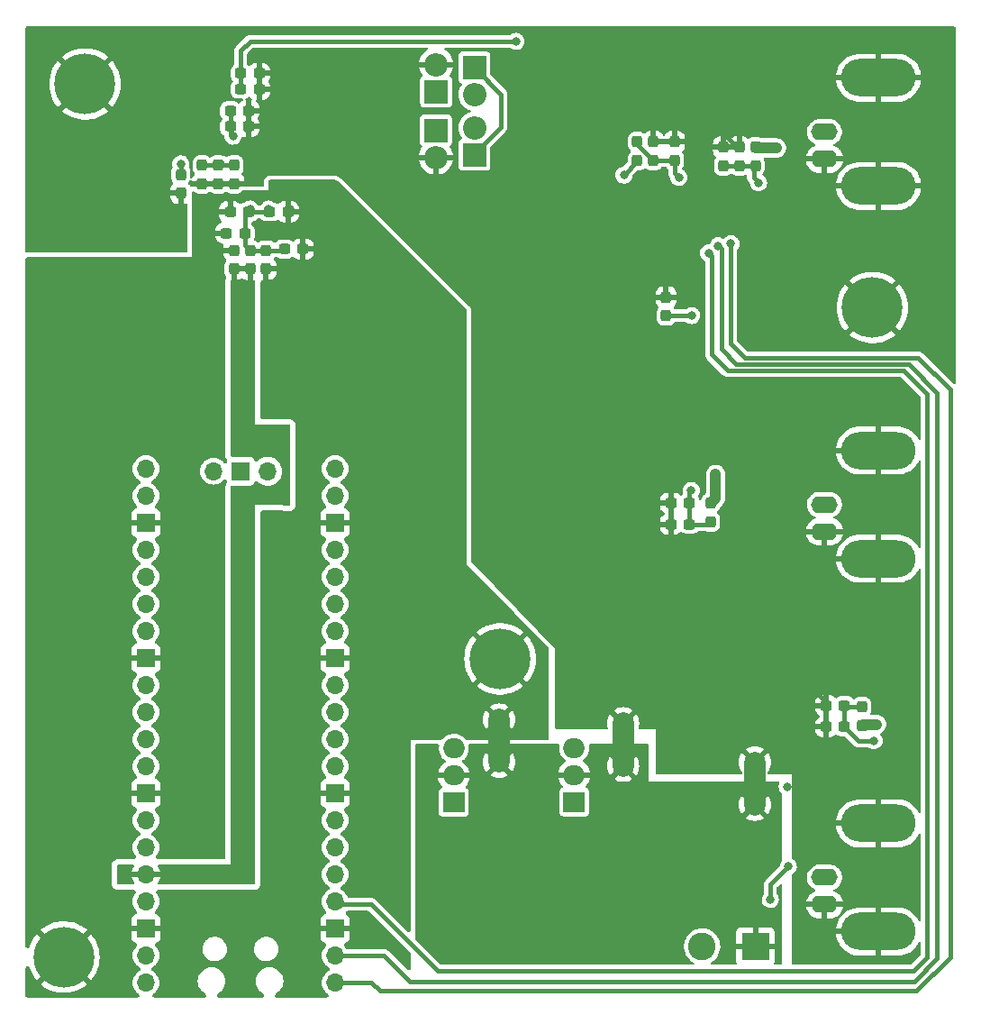
<source format=gbr>
%TF.GenerationSoftware,KiCad,Pcbnew,(6.0.0)*%
%TF.CreationDate,2022-02-27T22:59:39+01:00*%
%TF.ProjectId,board,626f6172-642e-46b6-9963-61645f706362,rev?*%
%TF.SameCoordinates,Original*%
%TF.FileFunction,Copper,L2,Bot*%
%TF.FilePolarity,Positive*%
%FSLAX46Y46*%
G04 Gerber Fmt 4.6, Leading zero omitted, Abs format (unit mm)*
G04 Created by KiCad (PCBNEW (6.0.0)) date 2022-02-27 22:59:39*
%MOMM*%
%LPD*%
G01*
G04 APERTURE LIST*
G04 Aperture macros list*
%AMRoundRect*
0 Rectangle with rounded corners*
0 $1 Rounding radius*
0 $2 $3 $4 $5 $6 $7 $8 $9 X,Y pos of 4 corners*
0 Add a 4 corners polygon primitive as box body*
4,1,4,$2,$3,$4,$5,$6,$7,$8,$9,$2,$3,0*
0 Add four circle primitives for the rounded corners*
1,1,$1+$1,$2,$3*
1,1,$1+$1,$4,$5*
1,1,$1+$1,$6,$7*
1,1,$1+$1,$8,$9*
0 Add four rect primitives between the rounded corners*
20,1,$1+$1,$2,$3,$4,$5,0*
20,1,$1+$1,$4,$5,$6,$7,0*
20,1,$1+$1,$6,$7,$8,$9,0*
20,1,$1+$1,$8,$9,$2,$3,0*%
G04 Aperture macros list end*
%TA.AperFunction,SMDPad,CuDef*%
%ADD10RoundRect,0.237500X0.237500X-0.287500X0.237500X0.287500X-0.237500X0.287500X-0.237500X-0.287500X0*%
%TD*%
%TA.AperFunction,ComponentPad*%
%ADD11R,2.200000X2.200000*%
%TD*%
%TA.AperFunction,ComponentPad*%
%ADD12O,2.200000X2.200000*%
%TD*%
%TA.AperFunction,SMDPad,CuDef*%
%ADD13RoundRect,0.237500X-0.300000X-0.237500X0.300000X-0.237500X0.300000X0.237500X-0.300000X0.237500X0*%
%TD*%
%TA.AperFunction,SMDPad,CuDef*%
%ADD14RoundRect,0.237500X0.300000X0.237500X-0.300000X0.237500X-0.300000X-0.237500X0.300000X-0.237500X0*%
%TD*%
%TA.AperFunction,SMDPad,CuDef*%
%ADD15RoundRect,0.237500X0.237500X-0.300000X0.237500X0.300000X-0.237500X0.300000X-0.237500X-0.300000X0*%
%TD*%
%TA.AperFunction,ComponentPad*%
%ADD16C,5.700000*%
%TD*%
%TA.AperFunction,SMDPad,CuDef*%
%ADD17RoundRect,0.237500X-0.237500X0.300000X-0.237500X-0.300000X0.237500X-0.300000X0.237500X0.300000X0*%
%TD*%
%TA.AperFunction,ComponentPad*%
%ADD18O,1.700000X1.700000*%
%TD*%
%TA.AperFunction,ComponentPad*%
%ADD19R,1.700000X1.700000*%
%TD*%
%TA.AperFunction,SMDPad,CuDef*%
%ADD20RoundRect,0.237500X-0.237500X0.287500X-0.237500X-0.287500X0.237500X-0.287500X0.237500X0.287500X0*%
%TD*%
%TA.AperFunction,SMDPad,CuDef*%
%ADD21C,2.000000*%
%TD*%
%TA.AperFunction,ComponentPad*%
%ADD22O,2.000000X1.905000*%
%TD*%
%TA.AperFunction,ComponentPad*%
%ADD23R,2.000000X1.905000*%
%TD*%
%TA.AperFunction,ComponentPad*%
%ADD24R,2.600000X2.600000*%
%TD*%
%TA.AperFunction,ComponentPad*%
%ADD25C,2.600000*%
%TD*%
%TA.AperFunction,ComponentPad*%
%ADD26O,2.500000X1.600000*%
%TD*%
%TA.AperFunction,ComponentPad*%
%ADD27O,7.000000X3.500000*%
%TD*%
%TA.AperFunction,ViaPad*%
%ADD28C,0.800000*%
%TD*%
%TA.AperFunction,Conductor*%
%ADD29C,0.400000*%
%TD*%
%TA.AperFunction,Conductor*%
%ADD30C,1.000000*%
%TD*%
G04 APERTURE END LIST*
%TO.C,NT202*%
G36*
X215950000Y-98700000D02*
G01*
X213950000Y-98700000D01*
X213950000Y-94700000D01*
X215950000Y-94700000D01*
X215950000Y-98700000D01*
G37*
%TO.C,NT203*%
G36*
X203572500Y-95040000D02*
G01*
X201572500Y-95040000D01*
X201572500Y-91040000D01*
X203572500Y-91040000D01*
X203572500Y-95040000D01*
G37*
%TO.C,NT201*%
G36*
X191918750Y-94691250D02*
G01*
X189918750Y-94691250D01*
X189918750Y-90691250D01*
X191918750Y-90691250D01*
X191918750Y-94691250D01*
G37*
%TD*%
D10*
%TO.P,FB501,1*%
%TO.N,/a_input/vdda_filt_tranz*%
X215000000Y-38675000D03*
%TO.P,FB501,2*%
%TO.N,VDDA*%
X215000000Y-36925000D03*
%TD*%
D11*
%TO.P,D501,1,K*%
%TO.N,+5VA*%
X188600000Y-37640000D03*
D12*
%TO.P,D501,2,A*%
%TO.N,/AIN_N*%
X188600000Y-35100000D03*
%TD*%
D11*
%TO.P,D502,1,K*%
%TO.N,/AIN_N*%
X184975000Y-35351766D03*
D12*
%TO.P,D502,2,A*%
%TO.N,GNDA*%
X184975000Y-37891766D03*
%TD*%
D11*
%TO.P,D504,1,K*%
%TO.N,/AIN_P*%
X185000000Y-31715000D03*
D12*
%TO.P,D504,2,A*%
%TO.N,GNDA*%
X185000000Y-29175000D03*
%TD*%
%TO.P,D503,2,A*%
%TO.N,/AIN_P*%
X188600000Y-32000000D03*
D11*
%TO.P,D503,1,K*%
%TO.N,+5VA*%
X188600000Y-29460000D03*
%TD*%
D13*
%TO.P,C105,1*%
%TO.N,+5VA*%
X165637500Y-35000000D03*
%TO.P,C105,2*%
%TO.N,GNDA*%
X167362500Y-35000000D03*
%TD*%
%TO.P,C106,1*%
%TO.N,/a_input/VBIAS*%
X166637500Y-30000000D03*
%TO.P,C106,2*%
%TO.N,GNDA*%
X168362500Y-30000000D03*
%TD*%
D14*
%TO.P,C301,1*%
%TO.N,/output_stage/vdda_filt*%
X208803572Y-72360000D03*
%TO.P,C301,2*%
%TO.N,GNDA*%
X207078572Y-72360000D03*
%TD*%
D15*
%TO.P,C503,2*%
%TO.N,GNDA*%
X213500000Y-36937500D03*
%TO.P,C503,1*%
%TO.N,/a_input/vdda_filt_tranz*%
X213500000Y-38662500D03*
%TD*%
D13*
%TO.P,C109,2*%
%TO.N,GNDD*%
X171062500Y-43000000D03*
%TO.P,C109,1*%
%TO.N,+3V3*%
X169337500Y-43000000D03*
%TD*%
D14*
%TO.P,C112,1*%
%TO.N,+3V3*%
X167362500Y-43000000D03*
%TO.P,C112,2*%
%TO.N,GNDD*%
X165637500Y-43000000D03*
%TD*%
D15*
%TO.P,C504,2*%
%TO.N,GNDA*%
X206600000Y-51037500D03*
%TO.P,C504,1*%
%TO.N,VDDA*%
X206600000Y-52762500D03*
%TD*%
D16*
%TO.P,H102,1,1*%
%TO.N,GNDA*%
X152000000Y-31000000D03*
%TD*%
%TO.P,H104,1,1*%
%TO.N,GNDD*%
X150000000Y-113000000D03*
%TD*%
D17*
%TO.P,C113,2*%
%TO.N,GNDA*%
X161000000Y-41225000D03*
%TO.P,C113,1*%
%TO.N,/vfilt*%
X161000000Y-39500000D03*
%TD*%
%TO.P,C104,1*%
%TO.N,+5VA*%
X164500000Y-38637500D03*
%TO.P,C104,2*%
%TO.N,GNDA*%
X164500000Y-40362500D03*
%TD*%
D13*
%TO.P,C108,1*%
%TO.N,/a_input/VBIAS*%
X166637500Y-31500000D03*
%TO.P,C108,2*%
%TO.N,GNDA*%
X168362500Y-31500000D03*
%TD*%
D15*
%TO.P,C501,2*%
%TO.N,GNDA*%
X212000000Y-36937500D03*
%TO.P,C501,1*%
%TO.N,/a_input/vdda_filt_tranz*%
X212000000Y-38662500D03*
%TD*%
D17*
%TO.P,C103,1*%
%TO.N,+5VA*%
X166000000Y-38637500D03*
%TO.P,C103,2*%
%TO.N,GNDA*%
X166000000Y-40362500D03*
%TD*%
D14*
%TO.P,C401,1*%
%TO.N,/output_stage1/vdda_filt*%
X223372500Y-91380000D03*
%TO.P,C401,2*%
%TO.N,GNDA*%
X221647500Y-91380000D03*
%TD*%
D17*
%TO.P,C114,1*%
%TO.N,+3V3*%
X169000000Y-46625000D03*
%TO.P,C114,2*%
%TO.N,GNDD*%
X169000000Y-48350000D03*
%TD*%
D13*
%TO.P,C115,1*%
%TO.N,+3V3*%
X170737500Y-46500000D03*
%TO.P,C115,2*%
%TO.N,GNDD*%
X172462500Y-46500000D03*
%TD*%
D18*
%TO.P,U101,1,GPIO0*%
%TO.N,/transz_rf3*%
X175500000Y-115400000D03*
%TO.P,U101,2,GPIO1*%
%TO.N,/transz_rf2*%
X175500000Y-112860000D03*
D19*
%TO.P,U101,3,GND*%
%TO.N,GNDD*%
X175500000Y-110320000D03*
D18*
%TO.P,U101,4,GPIO2*%
%TO.N,/transz_rf1*%
X175500000Y-107780000D03*
%TO.P,U101,5,GPIO3*%
%TO.N,unconnected-(U101-Pad5)*%
X175500000Y-105240000D03*
%TO.P,U101,6,GPIO4*%
%TO.N,unconnected-(U101-Pad6)*%
X175500000Y-102700000D03*
%TO.P,U101,7,GPIO5*%
%TO.N,unconnected-(U101-Pad7)*%
X175500000Y-100160000D03*
D19*
%TO.P,U101,8,GND*%
%TO.N,GNDD*%
X175500000Y-97620000D03*
D18*
%TO.P,U101,9,GPIO6*%
%TO.N,unconnected-(U101-Pad9)*%
X175500000Y-95080000D03*
%TO.P,U101,10,GPIO7*%
%TO.N,/dac_aux_sdin*%
X175500000Y-92540000D03*
%TO.P,U101,11,GPIO8*%
%TO.N,/dac_aux_sclk*%
X175500000Y-90000000D03*
%TO.P,U101,12,GPIO9*%
%TO.N,/dac_aux_lrck*%
X175500000Y-87460000D03*
D19*
%TO.P,U101,13,GND*%
%TO.N,GNDD*%
X175500000Y-84920000D03*
D18*
%TO.P,U101,14,GPIO10*%
%TO.N,unconnected-(U101-Pad14)*%
X175500000Y-82380000D03*
%TO.P,U101,15,GPIO11*%
%TO.N,/dac_fs*%
X175500000Y-79840000D03*
%TO.P,U101,16,GPIO12*%
%TO.N,/dac_sclk*%
X175500000Y-77300000D03*
%TO.P,U101,17,GPIO13*%
%TO.N,/dac_sdout*%
X175500000Y-74760000D03*
D19*
%TO.P,U101,18,GND*%
%TO.N,GNDD*%
X175500000Y-72220000D03*
D18*
%TO.P,U101,19,GPIO14*%
%TO.N,/dac_sdin*%
X175500000Y-69680000D03*
%TO.P,U101,20,GPIO15*%
%TO.N,/dac_mclk*%
X175500000Y-67140000D03*
%TO.P,U101,21,GPIO16*%
%TO.N,/dac_ctrl_cipo*%
X157720000Y-67140000D03*
%TO.P,U101,22,GPIO17*%
%TO.N,/dac_ctrl_csn*%
X157720000Y-69680000D03*
D19*
%TO.P,U101,23,GND*%
%TO.N,GNDD*%
X157720000Y-72220000D03*
D18*
%TO.P,U101,24,GPIO18*%
%TO.N,/dac_ctrl_clk*%
X157720000Y-74760000D03*
%TO.P,U101,25,GPIO19*%
%TO.N,/dac_ctrl_copi*%
X157720000Y-77300000D03*
%TO.P,U101,26,GPIO20*%
%TO.N,/dac_ctrl_rstn*%
X157720000Y-79840000D03*
%TO.P,U101,27,GPIO21*%
%TO.N,unconnected-(U101-Pad27)*%
X157720000Y-82380000D03*
D19*
%TO.P,U101,28,GND*%
%TO.N,GNDD*%
X157720000Y-84920000D03*
D18*
%TO.P,U101,29,GPIO22*%
%TO.N,unconnected-(U101-Pad29)*%
X157720000Y-87460000D03*
%TO.P,U101,30,RUN*%
%TO.N,unconnected-(U101-Pad30)*%
X157720000Y-90000000D03*
%TO.P,U101,31,GPIO26_ADC0*%
%TO.N,unconnected-(U101-Pad31)*%
X157720000Y-92540000D03*
%TO.P,U101,32,GPIO27_ADC1*%
%TO.N,unconnected-(U101-Pad32)*%
X157720000Y-95080000D03*
D19*
%TO.P,U101,33,AGND*%
%TO.N,GNDD*%
X157720000Y-97620000D03*
D18*
%TO.P,U101,34,GPIO28_ADC2*%
%TO.N,unconnected-(U101-Pad34)*%
X157720000Y-100160000D03*
%TO.P,U101,35,ADC_VREF*%
%TO.N,unconnected-(U101-Pad35)*%
X157720000Y-102700000D03*
%TO.P,U101,36,3V3*%
%TO.N,/pico_3v3_out*%
X157720000Y-105240000D03*
%TO.P,U101,37,3V3_EN*%
%TO.N,unconnected-(U101-Pad37)*%
X157720000Y-107780000D03*
D19*
%TO.P,U101,38,GND*%
%TO.N,GNDD*%
X157720000Y-110320000D03*
D18*
%TO.P,U101,39,VSYS*%
%TO.N,/pico_vin*%
X157720000Y-112860000D03*
%TO.P,U101,40,VBUS*%
%TO.N,unconnected-(U101-Pad40)*%
X157720000Y-115400000D03*
%TO.P,U101,41,SWCLK*%
%TO.N,unconnected-(U101-Pad41)*%
X169150000Y-67370000D03*
D19*
%TO.P,U101,42,GND*%
%TO.N,unconnected-(U101-Pad42)*%
X166610000Y-67370000D03*
D18*
%TO.P,U101,43,SWDIO*%
%TO.N,unconnected-(U101-Pad43)*%
X164070000Y-67370000D03*
%TD*%
D20*
%TO.P,FB502,1*%
%TO.N,/a_input/vdda_filt_single_to_diff*%
X203900000Y-36425000D03*
%TO.P,FB502,2*%
%TO.N,+5VA*%
X203900000Y-38175000D03*
%TD*%
D15*
%TO.P,C506,1*%
%TO.N,/a_input/vdda_filt_single_to_diff*%
X207400000Y-38162500D03*
%TO.P,C506,2*%
%TO.N,GNDA*%
X207400000Y-36437500D03*
%TD*%
%TO.P,C505,1*%
%TO.N,/a_input/vdda_filt_single_to_diff*%
X205400000Y-38162500D03*
%TO.P,C505,2*%
%TO.N,GNDA*%
X205400000Y-36437500D03*
%TD*%
D13*
%TO.P,C101,1*%
%TO.N,+5VA*%
X165637500Y-33500000D03*
%TO.P,C101,2*%
%TO.N,GNDA*%
X167362500Y-33500000D03*
%TD*%
D14*
%TO.P,C302,2*%
%TO.N,GNDA*%
X207078572Y-70360000D03*
%TO.P,C302,1*%
%TO.N,/output_stage/vdda_filt*%
X208803572Y-70360000D03*
%TD*%
D20*
%TO.P,FB401,1*%
%TO.N,/output_stage1/vdda_filt*%
X225010000Y-89505000D03*
%TO.P,FB401,2*%
%TO.N,VDDA*%
X225010000Y-91255000D03*
%TD*%
D16*
%TO.P,H103,1,1*%
%TO.N,GNDD*%
X191000000Y-85000000D03*
%TD*%
%TO.P,H101,1,1*%
%TO.N,GNDA*%
X226000000Y-52000000D03*
%TD*%
D17*
%TO.P,C102,2*%
%TO.N,GNDA*%
X163000000Y-40362500D03*
%TO.P,C102,1*%
%TO.N,+5VA*%
X163000000Y-38637500D03*
%TD*%
D15*
%TO.P,C111,1*%
%TO.N,/pico_3v3_out*%
X166000000Y-48350000D03*
%TO.P,C111,2*%
%TO.N,GNDD*%
X166000000Y-46625000D03*
%TD*%
D14*
%TO.P,C107,1*%
%TO.N,+3V3*%
X167000000Y-45000000D03*
%TO.P,C107,2*%
%TO.N,GNDD*%
X165275000Y-45000000D03*
%TD*%
%TO.P,C402,1*%
%TO.N,/output_stage1/vdda_filt*%
X223372500Y-89380000D03*
%TO.P,C402,2*%
%TO.N,GNDA*%
X221647500Y-89380000D03*
%TD*%
D10*
%TO.P,FB101,1*%
%TO.N,/pico_3v3_out*%
X167500000Y-48375000D03*
%TO.P,FB101,2*%
%TO.N,+3V3*%
X167500000Y-46625000D03*
%TD*%
%TO.P,FB301,1*%
%TO.N,/output_stage/vdda_filt*%
X210800000Y-72105000D03*
%TO.P,FB301,2*%
%TO.N,VDDA*%
X210800000Y-70355000D03*
%TD*%
D21*
%TO.P,NT202,1,1*%
%TO.N,GNDPWR*%
X214950000Y-98700000D03*
%TO.P,NT202,2,2*%
%TO.N,GNDA*%
X214950000Y-94700000D03*
%TD*%
D22*
%TO.P,U202,3,OUT*%
%TO.N,+5VA*%
X197967500Y-93350000D03*
%TO.P,U202,2,GND*%
%TO.N,GNDPWR*%
X197967500Y-95890000D03*
D23*
%TO.P,U202,1,IN*%
%TO.N,/power/5va_in*%
X197967500Y-98430000D03*
%TD*%
D24*
%TO.P,J202,1,Pin_1*%
%TO.N,GNDPWR*%
X215000000Y-112000000D03*
D25*
%TO.P,J202,2,Pin_2*%
%TO.N,/power/vin*%
X210000000Y-112000000D03*
%TD*%
D21*
%TO.P,NT203,1,1*%
%TO.N,GNDPWR*%
X202572500Y-95040000D03*
%TO.P,NT203,2,2*%
%TO.N,GNDA*%
X202572500Y-91040000D03*
%TD*%
D26*
%TO.P,J401,1,In*%
%TO.N,/output_stage1/ctrl_output*%
X221507500Y-105530000D03*
D27*
%TO.P,J401,2,Ext*%
%TO.N,GNDA*%
X226587500Y-100450000D03*
X226587500Y-110610000D03*
D26*
X221507500Y-108070000D03*
%TD*%
D23*
%TO.P,U203,1,IN*%
%TO.N,/power/5vd_in*%
X186663750Y-98481250D03*
D22*
%TO.P,U203,2,GND*%
%TO.N,GNDPWR*%
X186663750Y-95941250D03*
%TO.P,U203,3,OUT*%
%TO.N,+5VD*%
X186663750Y-93401250D03*
%TD*%
D26*
%TO.P,J301,1,In*%
%TO.N,/output_stage/ctrl_output*%
X221500000Y-70500000D03*
D27*
%TO.P,J301,2,Ext*%
%TO.N,GNDA*%
X226580000Y-65420000D03*
X226580000Y-75580000D03*
D26*
X221500000Y-73040000D03*
%TD*%
D21*
%TO.P,NT201,1,1*%
%TO.N,GNDD*%
X190918750Y-90691250D03*
%TO.P,NT201,2,2*%
%TO.N,GNDPWR*%
X190918750Y-94691250D03*
%TD*%
D26*
%TO.P,J501,1,In*%
%TO.N,/a_input/photo_in*%
X221500000Y-35500000D03*
D27*
%TO.P,J501,2,Ext*%
%TO.N,GNDA*%
X226580000Y-40580000D03*
X226580000Y-30420000D03*
D26*
X221500000Y-38040000D03*
%TD*%
D28*
%TO.N,GNDA*%
X225200000Y-59500000D03*
X215300000Y-59600000D03*
%TO.N,GNDD*%
X169900000Y-58000000D03*
X170000000Y-54300000D03*
X154900000Y-58900000D03*
X152500000Y-63500000D03*
%TO.N,GNDA*%
X216500000Y-81000000D03*
X214000000Y-31000000D03*
%TO.N,/a_input/VBIAS*%
X192500000Y-27000000D03*
%TO.N,VDDA*%
X217000000Y-37000000D03*
X209025000Y-52745000D03*
%TO.N,/transz_rf1*%
X210603941Y-46877665D03*
%TO.N,/transz_rf2*%
X211500000Y-46200000D03*
%TO.N,/transz_rf3*%
X212700000Y-46000000D03*
%TO.N,GNDA*%
X212800000Y-44000000D03*
X211495000Y-35325000D03*
%TO.N,/a_input/vdda_filt_tranz*%
X215305000Y-40275000D03*
%TO.N,+5VA*%
X202650000Y-39550000D03*
%TO.N,/a_input/vdda_filt_single_to_diff*%
X207805000Y-39775000D03*
%TO.N,VDDA*%
X211260000Y-67680000D03*
%TO.N,/output_stage/vdda_filt*%
X208980000Y-69170000D03*
%TO.N,VDDA*%
X226400000Y-91140000D03*
%TO.N,GNDA*%
X218000000Y-97000000D03*
%TO.N,/output_stage1/vdda_filt*%
X226165000Y-92675000D03*
%TO.N,GNDA*%
X176800000Y-35600000D03*
X202600000Y-47200000D03*
X201800000Y-44800000D03*
X180100000Y-38400000D03*
X185800000Y-43800000D03*
X202200000Y-77400000D03*
X210800000Y-78000000D03*
X214800000Y-90500000D03*
%TO.N,+3V3*%
X169250000Y-42750000D03*
X167500000Y-42750000D03*
%TO.N,GNDD*%
X172400000Y-40800000D03*
%TO.N,/a_input/VBIAS*%
X166637500Y-31500000D03*
%TO.N,GNDA*%
X167250000Y-35250000D03*
X167500000Y-40000000D03*
%TO.N,GNDD*%
X171250000Y-42750000D03*
%TO.N,+3V3*%
X170722609Y-46514891D03*
%TO.N,/vfilt*%
X161000000Y-38500000D03*
%TO.N,+5VA*%
X165900000Y-35900000D03*
X164750000Y-38500000D03*
%TO.N,GNDD*%
X162900000Y-44700000D03*
%TO.N,GNDA*%
X229307500Y-82262500D03*
X206250000Y-74250000D03*
X216456387Y-88939216D03*
X202472500Y-91090000D03*
X204100000Y-44800000D03*
X202400000Y-34600000D03*
X197750000Y-67450000D03*
X220307500Y-87762500D03*
%TO.N,GNDD*%
X190963750Y-90591250D03*
%TO.N,GNDPWR*%
X211000000Y-97200000D03*
X190918750Y-94691250D03*
X202572500Y-95040000D03*
X194150000Y-103800000D03*
%TO.N,+5VA*%
X218100000Y-104500000D03*
X216400000Y-107600000D03*
%TD*%
D29*
%TO.N,/transz_rf1*%
X175770000Y-108050000D02*
X175500000Y-107780000D01*
X178900000Y-108050000D02*
X175770000Y-108050000D01*
X185180000Y-114330000D02*
X178900000Y-108050000D01*
X229820000Y-114330000D02*
X185180000Y-114330000D01*
X231140000Y-113010000D02*
X229820000Y-114330000D01*
X231140000Y-60140000D02*
X231140000Y-113010000D01*
X228900000Y-57900000D02*
X231140000Y-60140000D01*
X210900000Y-56400000D02*
X212400000Y-57900000D01*
X210900000Y-47173724D02*
X210900000Y-56400000D01*
X212400000Y-57900000D02*
X228900000Y-57900000D01*
X210603941Y-46877665D02*
X210900000Y-47173724D01*
%TO.N,/transz_rf2*%
X180081470Y-112860000D02*
X175500000Y-112860000D01*
X182521470Y-115300000D02*
X180081470Y-112860000D01*
X232100000Y-113100000D02*
X229900000Y-115300000D01*
X229900000Y-115300000D02*
X182521470Y-115300000D01*
X232100000Y-60000000D02*
X232100000Y-113100000D01*
X213200480Y-57300480D02*
X229400480Y-57300480D01*
X211800000Y-46500000D02*
X211800000Y-55900000D01*
X211800000Y-55900000D02*
X213200480Y-57300480D01*
X229400480Y-57300480D02*
X232100000Y-60000000D01*
X211500000Y-46200000D02*
X211800000Y-46500000D01*
%TO.N,/transz_rf3*%
X178900000Y-115400000D02*
X175500000Y-115400000D01*
X230100000Y-116200000D02*
X179700000Y-116200000D01*
X233300000Y-59700000D02*
X233300000Y-113000000D01*
X179700000Y-116200000D02*
X178900000Y-115400000D01*
X214000000Y-56700000D02*
X230300000Y-56700000D01*
X212700000Y-55400000D02*
X214000000Y-56700000D01*
X212700000Y-46000000D02*
X212700000Y-55400000D01*
X230300000Y-56700000D02*
X233300000Y-59700000D01*
X233300000Y-113000000D02*
X230100000Y-116200000D01*
%TO.N,/a_input/VBIAS*%
X167500000Y-27000000D02*
X166637500Y-27862500D01*
X192500000Y-27000000D02*
X167500000Y-27000000D01*
X166637500Y-27862500D02*
X166637500Y-30000000D01*
D30*
%TO.N,VDDA*%
X215075000Y-37000000D02*
X215000000Y-36925000D01*
X217000000Y-37000000D02*
X215075000Y-37000000D01*
D29*
X209007500Y-52762500D02*
X209025000Y-52745000D01*
X206600000Y-52762500D02*
X209007500Y-52762500D01*
%TO.N,GNDA*%
X211660882Y-35325000D02*
X211495000Y-35325000D01*
X213235000Y-36937500D02*
X213235000Y-36899118D01*
X213235000Y-36899118D02*
X211660882Y-35325000D01*
%TO.N,/a_input/vdda_filt_tranz*%
X214835000Y-39805000D02*
X215305000Y-40275000D01*
X214835000Y-38662500D02*
X214835000Y-39805000D01*
X214822500Y-38675000D02*
X214835000Y-38662500D01*
X211835000Y-38675000D02*
X214822500Y-38675000D01*
%TO.N,GNDA*%
X167250000Y-35250000D02*
X167362500Y-35137500D01*
X167362500Y-35137500D02*
X167362500Y-35000000D01*
%TO.N,+5VA*%
X164750000Y-38500000D02*
X164637500Y-38500000D01*
X164637500Y-38500000D02*
X164500000Y-38637500D01*
%TO.N,GNDD*%
X171062500Y-42937500D02*
X171062500Y-43000000D01*
X171250000Y-42750000D02*
X171062500Y-42937500D01*
%TO.N,+3V3*%
X167500000Y-42862500D02*
X167362500Y-43000000D01*
X167500000Y-42750000D02*
X167500000Y-42862500D01*
X169250000Y-42912500D02*
X169337500Y-43000000D01*
X169250000Y-42750000D02*
X169250000Y-42912500D01*
%TO.N,+5VA*%
X203900000Y-38300000D02*
X202650000Y-39550000D01*
X203900000Y-38175000D02*
X203900000Y-38300000D01*
%TO.N,/a_input/vdda_filt_single_to_diff*%
X207400000Y-39370000D02*
X207805000Y-39775000D01*
X207400000Y-38162500D02*
X207400000Y-39370000D01*
X205400000Y-38162500D02*
X207400000Y-38162500D01*
X203900000Y-36662500D02*
X205400000Y-38162500D01*
X203900000Y-36425000D02*
X203900000Y-36662500D01*
D30*
%TO.N,VDDA*%
X211260000Y-67680000D02*
X211260000Y-69895000D01*
X211260000Y-69895000D02*
X210800000Y-70355000D01*
D29*
%TO.N,/output_stage/vdda_filt*%
X208803572Y-69346428D02*
X208980000Y-69170000D01*
X208803572Y-70360000D02*
X208803572Y-69346428D01*
X210545000Y-72360000D02*
X210800000Y-72105000D01*
X208803572Y-72360000D02*
X210545000Y-72360000D01*
X208803572Y-72360000D02*
X208803572Y-70360000D01*
D30*
%TO.N,VDDA*%
X226400000Y-91140000D02*
X225125000Y-91140000D01*
X225125000Y-91140000D02*
X225010000Y-91255000D01*
D29*
%TO.N,GNDA*%
X221647500Y-89102500D02*
X220307500Y-87762500D01*
X221647500Y-89380000D02*
X221647500Y-89102500D01*
%TO.N,/output_stage1/vdda_filt*%
X223372500Y-89380000D02*
X223372500Y-91380000D01*
X223497500Y-89505000D02*
X223372500Y-89380000D01*
X225010000Y-89505000D02*
X223497500Y-89505000D01*
X224667500Y-92675000D02*
X226165000Y-92675000D01*
X223372500Y-91380000D02*
X224667500Y-92675000D01*
%TO.N,+5VA*%
X191100000Y-35040000D02*
X191100000Y-31985000D01*
X188600000Y-37540000D02*
X191100000Y-35040000D01*
X191100000Y-31985000D02*
X188600000Y-29485000D01*
%TO.N,/a_input/VBIAS*%
X166637500Y-30000000D02*
X166637500Y-31500000D01*
%TO.N,GNDA*%
X166862500Y-40362500D02*
X167137500Y-40362500D01*
X166000000Y-40362500D02*
X166862500Y-40362500D01*
X164500000Y-40362500D02*
X166862500Y-40362500D01*
X167137500Y-40362500D02*
X167500000Y-40000000D01*
%TO.N,+3V3*%
X167000000Y-45000000D02*
X167000000Y-46125000D01*
X167000000Y-46125000D02*
X167500000Y-46625000D01*
X167000000Y-43362500D02*
X167362500Y-43000000D01*
X167000000Y-45000000D02*
X167000000Y-43362500D01*
X167362500Y-43000000D02*
X169337500Y-43000000D01*
X170612500Y-46625000D02*
X170737500Y-46500000D01*
X167500000Y-46625000D02*
X170612500Y-46625000D01*
%TO.N,/vfilt*%
X161000000Y-39500000D02*
X161000000Y-38500000D01*
%TO.N,+5VA*%
X165637500Y-35000000D02*
X165637500Y-35637500D01*
X165637500Y-35637500D02*
X165900000Y-35900000D01*
X165637500Y-35000000D02*
X165637500Y-33500000D01*
X166000000Y-38637500D02*
X163000000Y-38637500D01*
%TO.N,GNDA*%
X202572500Y-91040000D02*
X202522500Y-91040000D01*
X202522500Y-91040000D02*
X202472500Y-91090000D01*
%TO.N,GNDD*%
X190918750Y-90636250D02*
X190963750Y-90591250D01*
X190918750Y-90691250D02*
X190918750Y-90636250D01*
%TO.N,+5VA*%
X216400000Y-106200000D02*
X216400000Y-107600000D01*
X218100000Y-104500000D02*
X216400000Y-106200000D01*
%TD*%
%TA.AperFunction,Conductor*%
%TO.N,GNDD*%
G36*
X175576274Y-40019707D02*
G01*
X175629908Y-40057552D01*
X185066019Y-49395500D01*
X187840977Y-52141591D01*
X187888487Y-52216332D01*
X187900000Y-52283039D01*
X187900000Y-76100000D01*
X192337756Y-80653022D01*
X195543507Y-83942040D01*
X195589660Y-84017627D01*
X195600000Y-84080939D01*
X195600000Y-92401000D01*
X195580293Y-92487343D01*
X195525074Y-92556584D01*
X195445282Y-92595011D01*
X195401000Y-92600000D01*
X190950881Y-92600000D01*
X190921917Y-92593389D01*
X190886619Y-92600000D01*
X187898180Y-92600000D01*
X187811837Y-92580293D01*
X187747879Y-92531425D01*
X187663448Y-92434127D01*
X187663444Y-92434123D01*
X187657925Y-92427763D01*
X187480368Y-92282176D01*
X187280821Y-92168586D01*
X187157763Y-92123918D01*
X187072911Y-92093118D01*
X187072908Y-92093117D01*
X187064987Y-92090242D01*
X186924772Y-92064887D01*
X186845499Y-92050552D01*
X186845497Y-92050552D01*
X186839039Y-92049384D01*
X186822583Y-92048608D01*
X186817348Y-92048361D01*
X186817342Y-92048361D01*
X186814991Y-92048250D01*
X186558596Y-92048250D01*
X186387460Y-92062771D01*
X186311701Y-92082434D01*
X186173370Y-92118337D01*
X186173366Y-92118338D01*
X186165211Y-92120455D01*
X185955859Y-92214762D01*
X185765390Y-92342993D01*
X185599249Y-92501484D01*
X185594216Y-92508249D01*
X185585628Y-92519791D01*
X185518276Y-92577298D01*
X185425973Y-92600000D01*
X182600000Y-92600000D01*
X182600000Y-110420337D01*
X182580293Y-110506680D01*
X182525074Y-110575921D01*
X182445282Y-110614348D01*
X182356718Y-110614348D01*
X182276926Y-110575921D01*
X182260286Y-110561051D01*
X179361678Y-107662443D01*
X179344514Y-107642871D01*
X179336225Y-107632068D01*
X179336219Y-107632062D01*
X179328282Y-107621718D01*
X179202841Y-107525464D01*
X179156543Y-107506287D01*
X179068812Y-107469947D01*
X179068810Y-107469946D01*
X179056762Y-107464956D01*
X178939361Y-107449500D01*
X178912928Y-107446020D01*
X178900000Y-107444318D01*
X178887072Y-107446020D01*
X178887065Y-107446020D01*
X178873567Y-107447797D01*
X178847592Y-107449500D01*
X176852437Y-107449500D01*
X176766094Y-107429793D01*
X176696853Y-107374574D01*
X176672082Y-107334601D01*
X176590776Y-107160241D01*
X176587102Y-107152362D01*
X176582118Y-107145244D01*
X176582115Y-107145239D01*
X176466584Y-106980243D01*
X176466581Y-106980239D01*
X176461598Y-106973123D01*
X176306877Y-106818402D01*
X176180429Y-106729862D01*
X176134760Y-106697884D01*
X176134758Y-106697883D01*
X176127639Y-106692898D01*
X176119760Y-106689224D01*
X176112241Y-106684883D01*
X176113140Y-106683325D01*
X176052257Y-106635999D01*
X176012842Y-106556690D01*
X176011741Y-106468134D01*
X176049172Y-106387869D01*
X176113212Y-106336799D01*
X176112241Y-106335117D01*
X176119760Y-106330776D01*
X176127639Y-106327102D01*
X176306877Y-106201598D01*
X176461598Y-106046877D01*
X176466581Y-106039761D01*
X176466584Y-106039757D01*
X176582115Y-105874761D01*
X176582118Y-105874756D01*
X176587102Y-105867638D01*
X176679575Y-105669330D01*
X176736207Y-105457977D01*
X176755277Y-105240000D01*
X176736207Y-105022023D01*
X176679575Y-104810670D01*
X176587102Y-104612362D01*
X176582118Y-104605244D01*
X176582115Y-104605239D01*
X176466584Y-104440243D01*
X176466581Y-104440239D01*
X176461598Y-104433123D01*
X176306877Y-104278402D01*
X176180429Y-104189862D01*
X176134760Y-104157884D01*
X176134758Y-104157883D01*
X176127639Y-104152898D01*
X176119760Y-104149224D01*
X176112241Y-104144883D01*
X176113140Y-104143325D01*
X176052257Y-104095999D01*
X176012842Y-104016690D01*
X176011741Y-103928134D01*
X176049172Y-103847869D01*
X176113212Y-103796799D01*
X176112241Y-103795117D01*
X176119760Y-103790776D01*
X176127639Y-103787102D01*
X176306877Y-103661598D01*
X176461598Y-103506877D01*
X176466581Y-103499761D01*
X176466584Y-103499757D01*
X176582115Y-103334761D01*
X176582118Y-103334756D01*
X176587102Y-103327638D01*
X176679575Y-103129330D01*
X176736207Y-102917977D01*
X176755277Y-102700000D01*
X176736207Y-102482023D01*
X176679575Y-102270670D01*
X176587102Y-102072362D01*
X176582118Y-102065244D01*
X176582115Y-102065239D01*
X176466584Y-101900243D01*
X176466581Y-101900239D01*
X176461598Y-101893123D01*
X176306877Y-101738402D01*
X176127639Y-101612898D01*
X176119760Y-101609224D01*
X176112241Y-101604883D01*
X176113140Y-101603325D01*
X176052257Y-101555999D01*
X176012842Y-101476690D01*
X176011741Y-101388134D01*
X176049172Y-101307869D01*
X176113212Y-101256799D01*
X176112241Y-101255117D01*
X176119760Y-101250776D01*
X176127639Y-101247102D01*
X176306877Y-101121598D01*
X176461598Y-100966877D01*
X176466581Y-100959761D01*
X176466584Y-100959757D01*
X176582115Y-100794761D01*
X176582118Y-100794756D01*
X176587102Y-100787638D01*
X176679575Y-100589330D01*
X176736207Y-100377977D01*
X176755277Y-100160000D01*
X176736207Y-99942023D01*
X176679575Y-99730670D01*
X176587102Y-99532362D01*
X176582118Y-99525244D01*
X176582115Y-99525239D01*
X176466584Y-99360243D01*
X176466581Y-99360239D01*
X176461598Y-99353123D01*
X176402025Y-99293550D01*
X176354906Y-99218562D01*
X176344990Y-99130555D01*
X176374241Y-99046962D01*
X176436865Y-98984338D01*
X176472885Y-98966499D01*
X176583190Y-98925148D01*
X176607804Y-98911672D01*
X176701561Y-98841405D01*
X176721405Y-98821561D01*
X176791672Y-98727804D01*
X176805147Y-98703191D01*
X176846873Y-98591887D01*
X176852599Y-98567804D01*
X176857418Y-98523449D01*
X176858000Y-98512699D01*
X176858000Y-97896423D01*
X176853670Y-97877453D01*
X176846500Y-97874000D01*
X174164424Y-97874000D01*
X174145454Y-97878330D01*
X174142001Y-97885500D01*
X174142001Y-98512696D01*
X174142584Y-98523453D01*
X174147400Y-98567799D01*
X174153128Y-98591890D01*
X174194853Y-98703191D01*
X174208328Y-98727804D01*
X174278595Y-98821561D01*
X174298439Y-98841405D01*
X174392196Y-98911672D01*
X174416810Y-98925148D01*
X174527115Y-98966499D01*
X174601046Y-99015261D01*
X174646498Y-99091271D01*
X174654470Y-99179475D01*
X174623382Y-99262403D01*
X174597975Y-99293550D01*
X174538402Y-99353123D01*
X174533419Y-99360239D01*
X174533416Y-99360243D01*
X174417885Y-99525239D01*
X174417882Y-99525244D01*
X174412898Y-99532362D01*
X174320425Y-99730670D01*
X174263793Y-99942023D01*
X174244723Y-100160000D01*
X174263793Y-100377977D01*
X174320425Y-100589330D01*
X174412898Y-100787638D01*
X174417882Y-100794756D01*
X174417885Y-100794761D01*
X174533416Y-100959757D01*
X174533419Y-100959761D01*
X174538402Y-100966877D01*
X174693123Y-101121598D01*
X174872361Y-101247102D01*
X174880240Y-101250776D01*
X174887759Y-101255117D01*
X174886859Y-101256676D01*
X174947735Y-101303990D01*
X174987156Y-101383296D01*
X174988263Y-101471853D01*
X174950838Y-101552120D01*
X174886791Y-101603198D01*
X174887763Y-101604881D01*
X174880239Y-101609225D01*
X174872362Y-101612898D01*
X174865244Y-101617882D01*
X174865239Y-101617885D01*
X174700243Y-101733416D01*
X174700242Y-101733417D01*
X174693123Y-101738402D01*
X174538402Y-101893123D01*
X174533419Y-101900239D01*
X174533416Y-101900243D01*
X174417885Y-102065239D01*
X174417882Y-102065244D01*
X174412898Y-102072362D01*
X174320425Y-102270670D01*
X174263793Y-102482023D01*
X174244723Y-102700000D01*
X174263793Y-102917977D01*
X174320425Y-103129330D01*
X174412898Y-103327638D01*
X174417882Y-103334756D01*
X174417885Y-103334761D01*
X174533416Y-103499757D01*
X174533419Y-103499761D01*
X174538402Y-103506877D01*
X174693123Y-103661598D01*
X174872361Y-103787102D01*
X174880240Y-103790776D01*
X174887759Y-103795117D01*
X174886859Y-103796676D01*
X174947735Y-103843990D01*
X174987156Y-103923296D01*
X174988263Y-104011853D01*
X174950838Y-104092120D01*
X174886791Y-104143198D01*
X174887763Y-104144881D01*
X174880239Y-104149225D01*
X174872362Y-104152898D01*
X174865244Y-104157882D01*
X174865239Y-104157885D01*
X174700243Y-104273416D01*
X174700242Y-104273417D01*
X174693123Y-104278402D01*
X174538402Y-104433123D01*
X174533419Y-104440239D01*
X174533416Y-104440243D01*
X174417885Y-104605239D01*
X174417882Y-104605244D01*
X174412898Y-104612362D01*
X174320425Y-104810670D01*
X174263793Y-105022023D01*
X174244723Y-105240000D01*
X174263793Y-105457977D01*
X174320425Y-105669330D01*
X174412898Y-105867638D01*
X174417882Y-105874756D01*
X174417885Y-105874761D01*
X174533416Y-106039757D01*
X174533419Y-106039761D01*
X174538402Y-106046877D01*
X174693123Y-106201598D01*
X174872361Y-106327102D01*
X174880240Y-106330776D01*
X174887759Y-106335117D01*
X174886859Y-106336676D01*
X174947735Y-106383990D01*
X174987156Y-106463296D01*
X174988263Y-106551853D01*
X174950838Y-106632120D01*
X174886791Y-106683198D01*
X174887763Y-106684881D01*
X174880239Y-106689225D01*
X174872362Y-106692898D01*
X174865244Y-106697882D01*
X174865239Y-106697885D01*
X174700243Y-106813416D01*
X174700242Y-106813417D01*
X174693123Y-106818402D01*
X174538402Y-106973123D01*
X174533419Y-106980239D01*
X174533416Y-106980243D01*
X174417885Y-107145239D01*
X174417882Y-107145244D01*
X174412898Y-107152362D01*
X174320425Y-107350670D01*
X174318175Y-107359067D01*
X174271461Y-107533407D01*
X174263793Y-107562023D01*
X174263036Y-107570672D01*
X174263036Y-107570674D01*
X174257665Y-107632068D01*
X174244723Y-107780000D01*
X174263793Y-107997977D01*
X174320425Y-108209330D01*
X174412898Y-108407638D01*
X174417882Y-108414756D01*
X174417885Y-108414761D01*
X174533416Y-108579757D01*
X174533419Y-108579761D01*
X174538402Y-108586877D01*
X174597975Y-108646450D01*
X174645094Y-108721438D01*
X174655010Y-108809445D01*
X174625759Y-108893038D01*
X174563135Y-108955662D01*
X174527115Y-108973501D01*
X174416810Y-109014852D01*
X174392196Y-109028328D01*
X174298439Y-109098595D01*
X174278595Y-109118439D01*
X174208328Y-109212196D01*
X174194853Y-109236809D01*
X174153127Y-109348113D01*
X174147401Y-109372196D01*
X174142582Y-109416551D01*
X174142000Y-109427301D01*
X174142000Y-110043577D01*
X174146330Y-110062547D01*
X174153500Y-110066000D01*
X176835576Y-110066000D01*
X176854546Y-110061670D01*
X176857999Y-110054500D01*
X176857999Y-109427304D01*
X176857416Y-109416547D01*
X176852600Y-109372201D01*
X176846872Y-109348110D01*
X176805147Y-109236809D01*
X176791672Y-109212196D01*
X176721405Y-109118439D01*
X176701561Y-109098595D01*
X176607804Y-109028329D01*
X176599993Y-109024052D01*
X176533721Y-108965302D01*
X176499503Y-108883616D01*
X176504116Y-108795173D01*
X176546646Y-108717490D01*
X176618670Y-108665953D01*
X176695557Y-108650500D01*
X178568837Y-108650500D01*
X178655180Y-108670207D01*
X178709551Y-108708786D01*
X182541714Y-112540949D01*
X182588833Y-112615937D01*
X182600000Y-112681663D01*
X182600000Y-114048867D01*
X182580293Y-114135210D01*
X182525074Y-114204451D01*
X182445282Y-114242878D01*
X182356718Y-114242878D01*
X182276926Y-114204451D01*
X182260286Y-114189581D01*
X180543144Y-112472439D01*
X180525987Y-112452875D01*
X180509752Y-112431718D01*
X180384311Y-112335464D01*
X180258070Y-112283173D01*
X180250282Y-112279947D01*
X180250280Y-112279946D01*
X180238232Y-112274956D01*
X180120831Y-112259500D01*
X180094398Y-112256020D01*
X180081470Y-112254318D01*
X180068542Y-112256020D01*
X180068535Y-112256020D01*
X180055037Y-112257797D01*
X180029062Y-112259500D01*
X176709696Y-112259500D01*
X176623353Y-112239793D01*
X176554112Y-112184574D01*
X176546707Y-112174672D01*
X176461598Y-112053123D01*
X176402025Y-111993550D01*
X176354906Y-111918562D01*
X176344990Y-111830555D01*
X176374241Y-111746962D01*
X176436865Y-111684338D01*
X176472885Y-111666499D01*
X176583190Y-111625148D01*
X176607804Y-111611672D01*
X176701561Y-111541405D01*
X176721405Y-111521561D01*
X176791672Y-111427804D01*
X176805147Y-111403191D01*
X176846873Y-111291887D01*
X176852599Y-111267804D01*
X176857418Y-111223449D01*
X176858000Y-111212699D01*
X176858000Y-110596423D01*
X176853670Y-110577453D01*
X176846500Y-110574000D01*
X174164424Y-110574000D01*
X174145454Y-110578330D01*
X174142001Y-110585500D01*
X174142001Y-111212696D01*
X174142584Y-111223453D01*
X174147400Y-111267799D01*
X174153128Y-111291890D01*
X174194853Y-111403191D01*
X174208328Y-111427804D01*
X174278595Y-111521561D01*
X174298439Y-111541405D01*
X174392196Y-111611672D01*
X174416810Y-111625148D01*
X174527115Y-111666499D01*
X174601046Y-111715261D01*
X174646498Y-111791271D01*
X174654470Y-111879475D01*
X174623382Y-111962403D01*
X174597975Y-111993550D01*
X174538402Y-112053123D01*
X174533419Y-112060239D01*
X174533416Y-112060243D01*
X174417885Y-112225239D01*
X174417882Y-112225244D01*
X174412898Y-112232362D01*
X174320425Y-112430670D01*
X174318175Y-112439067D01*
X174268372Y-112624935D01*
X174263793Y-112642023D01*
X174244723Y-112860000D01*
X174263793Y-113077977D01*
X174266040Y-113086364D01*
X174266041Y-113086368D01*
X174292842Y-113186388D01*
X174320425Y-113289330D01*
X174412898Y-113487638D01*
X174417882Y-113494756D01*
X174417885Y-113494761D01*
X174533416Y-113659757D01*
X174533419Y-113659761D01*
X174538402Y-113666877D01*
X174693123Y-113821598D01*
X174872361Y-113947102D01*
X174880240Y-113950776D01*
X174887759Y-113955117D01*
X174886859Y-113956676D01*
X174947735Y-114003990D01*
X174987156Y-114083296D01*
X174988263Y-114171853D01*
X174950838Y-114252120D01*
X174886791Y-114303198D01*
X174887763Y-114304881D01*
X174880239Y-114309225D01*
X174872362Y-114312898D01*
X174865244Y-114317882D01*
X174865239Y-114317885D01*
X174700243Y-114433416D01*
X174700242Y-114433417D01*
X174693123Y-114438402D01*
X174538402Y-114593123D01*
X174533419Y-114600239D01*
X174533416Y-114600243D01*
X174417885Y-114765239D01*
X174417882Y-114765244D01*
X174412898Y-114772362D01*
X174320425Y-114970670D01*
X174318175Y-114979067D01*
X174307372Y-115019386D01*
X174263793Y-115182023D01*
X174244723Y-115400000D01*
X174245480Y-115408653D01*
X174262177Y-115599500D01*
X174263793Y-115617977D01*
X174266040Y-115626364D01*
X174266041Y-115626368D01*
X174287941Y-115708099D01*
X174320425Y-115829330D01*
X174412898Y-116027638D01*
X174417882Y-116034756D01*
X174417885Y-116034761D01*
X174533416Y-116199757D01*
X174533419Y-116199761D01*
X174538402Y-116206877D01*
X174693123Y-116361598D01*
X174741660Y-116395584D01*
X174802220Y-116437989D01*
X174861644Y-116503657D01*
X174886692Y-116588604D01*
X174872401Y-116676007D01*
X174821603Y-116748554D01*
X174744359Y-116791876D01*
X174688078Y-116800000D01*
X170028780Y-116800000D01*
X169942437Y-116780293D01*
X169873196Y-116725074D01*
X169834769Y-116645282D01*
X169834769Y-116556718D01*
X169873196Y-116476926D01*
X169944679Y-116420645D01*
X169987734Y-116400568D01*
X170036270Y-116366583D01*
X170167022Y-116275031D01*
X170167027Y-116275027D01*
X170174139Y-116270047D01*
X170335047Y-116109139D01*
X170340027Y-116102027D01*
X170340031Y-116102022D01*
X170460584Y-115929852D01*
X170465568Y-115922734D01*
X170561739Y-115716496D01*
X170563989Y-115708099D01*
X170618387Y-115505084D01*
X170618388Y-115505077D01*
X170620635Y-115496692D01*
X170629095Y-115400000D01*
X170639711Y-115278653D01*
X170640468Y-115270000D01*
X170632037Y-115173632D01*
X170621392Y-115051960D01*
X170621392Y-115051959D01*
X170620635Y-115043308D01*
X170618388Y-115034923D01*
X170618387Y-115034916D01*
X170563989Y-114831901D01*
X170561739Y-114823504D01*
X170465568Y-114617266D01*
X170460584Y-114610148D01*
X170340031Y-114437978D01*
X170340027Y-114437973D01*
X170335047Y-114430861D01*
X170174139Y-114269953D01*
X170167027Y-114264973D01*
X170167022Y-114264969D01*
X169994852Y-114144416D01*
X169987734Y-114139432D01*
X169781496Y-114043261D01*
X169767740Y-114039575D01*
X169570084Y-113986613D01*
X169570077Y-113986612D01*
X169561692Y-113984365D01*
X169553041Y-113983608D01*
X169553040Y-113983608D01*
X169343653Y-113965289D01*
X169335000Y-113964532D01*
X169326347Y-113965289D01*
X169116960Y-113983608D01*
X169116959Y-113983608D01*
X169108308Y-113984365D01*
X169099923Y-113986612D01*
X169099916Y-113986613D01*
X168902260Y-114039575D01*
X168888504Y-114043261D01*
X168682266Y-114139432D01*
X168675148Y-114144416D01*
X168502978Y-114264969D01*
X168502973Y-114264973D01*
X168495861Y-114269953D01*
X168334953Y-114430861D01*
X168329973Y-114437973D01*
X168329969Y-114437978D01*
X168209416Y-114610148D01*
X168204432Y-114617266D01*
X168108261Y-114823504D01*
X168106011Y-114831901D01*
X168051613Y-115034916D01*
X168051612Y-115034923D01*
X168049365Y-115043308D01*
X168048608Y-115051959D01*
X168048608Y-115051960D01*
X168037963Y-115173632D01*
X168029532Y-115270000D01*
X168030289Y-115278653D01*
X168040906Y-115400000D01*
X168049365Y-115496692D01*
X168051612Y-115505077D01*
X168051613Y-115505084D01*
X168106011Y-115708099D01*
X168108261Y-115716496D01*
X168204432Y-115922734D01*
X168209416Y-115929852D01*
X168329969Y-116102022D01*
X168329973Y-116102027D01*
X168334953Y-116109139D01*
X168495861Y-116270047D01*
X168502973Y-116275027D01*
X168502978Y-116275031D01*
X168633730Y-116366583D01*
X168682266Y-116400568D01*
X168725321Y-116420645D01*
X168795246Y-116474996D01*
X168834664Y-116554304D01*
X168835768Y-116642860D01*
X168798339Y-116723126D01*
X168729791Y-116779203D01*
X168641220Y-116800000D01*
X164578780Y-116800000D01*
X164492437Y-116780293D01*
X164423196Y-116725074D01*
X164384769Y-116645282D01*
X164384769Y-116556718D01*
X164423196Y-116476926D01*
X164494679Y-116420645D01*
X164537734Y-116400568D01*
X164586270Y-116366583D01*
X164717022Y-116275031D01*
X164717027Y-116275027D01*
X164724139Y-116270047D01*
X164885047Y-116109139D01*
X164890027Y-116102027D01*
X164890031Y-116102022D01*
X165010584Y-115929852D01*
X165015568Y-115922734D01*
X165111739Y-115716496D01*
X165113989Y-115708099D01*
X165168387Y-115505084D01*
X165168388Y-115505077D01*
X165170635Y-115496692D01*
X165179095Y-115400000D01*
X165189711Y-115278653D01*
X165190468Y-115270000D01*
X165182037Y-115173632D01*
X165171392Y-115051960D01*
X165171392Y-115051959D01*
X165170635Y-115043308D01*
X165168388Y-115034923D01*
X165168387Y-115034916D01*
X165113989Y-114831901D01*
X165111739Y-114823504D01*
X165015568Y-114617266D01*
X165010584Y-114610148D01*
X164890031Y-114437978D01*
X164890027Y-114437973D01*
X164885047Y-114430861D01*
X164724139Y-114269953D01*
X164717027Y-114264973D01*
X164717022Y-114264969D01*
X164544852Y-114144416D01*
X164537734Y-114139432D01*
X164331496Y-114043261D01*
X164317740Y-114039575D01*
X164120084Y-113986613D01*
X164120077Y-113986612D01*
X164111692Y-113984365D01*
X164103041Y-113983608D01*
X164103040Y-113983608D01*
X163893653Y-113965289D01*
X163885000Y-113964532D01*
X163876347Y-113965289D01*
X163666960Y-113983608D01*
X163666959Y-113983608D01*
X163658308Y-113984365D01*
X163649923Y-113986612D01*
X163649916Y-113986613D01*
X163452260Y-114039575D01*
X163438504Y-114043261D01*
X163232266Y-114139432D01*
X163225148Y-114144416D01*
X163052978Y-114264969D01*
X163052973Y-114264973D01*
X163045861Y-114269953D01*
X162884953Y-114430861D01*
X162879973Y-114437973D01*
X162879969Y-114437978D01*
X162759416Y-114610148D01*
X162754432Y-114617266D01*
X162658261Y-114823504D01*
X162656011Y-114831901D01*
X162601613Y-115034916D01*
X162601612Y-115034923D01*
X162599365Y-115043308D01*
X162598608Y-115051959D01*
X162598608Y-115051960D01*
X162587963Y-115173632D01*
X162579532Y-115270000D01*
X162580289Y-115278653D01*
X162590906Y-115400000D01*
X162599365Y-115496692D01*
X162601612Y-115505077D01*
X162601613Y-115505084D01*
X162656011Y-115708099D01*
X162658261Y-115716496D01*
X162754432Y-115922734D01*
X162759416Y-115929852D01*
X162879969Y-116102022D01*
X162879973Y-116102027D01*
X162884953Y-116109139D01*
X163045861Y-116270047D01*
X163052973Y-116275027D01*
X163052978Y-116275031D01*
X163183730Y-116366583D01*
X163232266Y-116400568D01*
X163275321Y-116420645D01*
X163345246Y-116474996D01*
X163384664Y-116554304D01*
X163385768Y-116642860D01*
X163348339Y-116723126D01*
X163279791Y-116779203D01*
X163191220Y-116800000D01*
X158531922Y-116800000D01*
X158445579Y-116780293D01*
X158376338Y-116725074D01*
X158337911Y-116645282D01*
X158337911Y-116556718D01*
X158376338Y-116476926D01*
X158417780Y-116437989D01*
X158478340Y-116395584D01*
X158526877Y-116361598D01*
X158681598Y-116206877D01*
X158686581Y-116199761D01*
X158686584Y-116199757D01*
X158802115Y-116034761D01*
X158802118Y-116034756D01*
X158807102Y-116027638D01*
X158899575Y-115829330D01*
X158932059Y-115708099D01*
X158953959Y-115626368D01*
X158953960Y-115626364D01*
X158956207Y-115617977D01*
X158957824Y-115599500D01*
X158974520Y-115408653D01*
X158975277Y-115400000D01*
X158956207Y-115182023D01*
X158912629Y-115019386D01*
X158901825Y-114979067D01*
X158899575Y-114970670D01*
X158807102Y-114772362D01*
X158802118Y-114765244D01*
X158802115Y-114765239D01*
X158686584Y-114600243D01*
X158686581Y-114600239D01*
X158681598Y-114593123D01*
X158526877Y-114438402D01*
X158347639Y-114312898D01*
X158339760Y-114309224D01*
X158332241Y-114304883D01*
X158333140Y-114303325D01*
X158272257Y-114255999D01*
X158232842Y-114176690D01*
X158231741Y-114088134D01*
X158269172Y-114007869D01*
X158333212Y-113956799D01*
X158332241Y-113955117D01*
X158339760Y-113950776D01*
X158347639Y-113947102D01*
X158526877Y-113821598D01*
X158681598Y-113666877D01*
X158686581Y-113659761D01*
X158686584Y-113659757D01*
X158802115Y-113494761D01*
X158802118Y-113494756D01*
X158807102Y-113487638D01*
X158899575Y-113289330D01*
X158927158Y-113186388D01*
X158953959Y-113086368D01*
X158953960Y-113086364D01*
X158956207Y-113077977D01*
X158975277Y-112860000D01*
X158956207Y-112642023D01*
X158951629Y-112624935D01*
X158901825Y-112439067D01*
X158899575Y-112430670D01*
X158807102Y-112232362D01*
X158802118Y-112225244D01*
X158802115Y-112225239D01*
X158791272Y-112209754D01*
X163029967Y-112209754D01*
X163043796Y-112420749D01*
X163046040Y-112429586D01*
X163046041Y-112429590D01*
X163066395Y-112509730D01*
X163095845Y-112625690D01*
X163184369Y-112817714D01*
X163189632Y-112825161D01*
X163301137Y-112982938D01*
X163301141Y-112982943D01*
X163306405Y-112990391D01*
X163457865Y-113137937D01*
X163465450Y-113143005D01*
X163465451Y-113143006D01*
X163545771Y-113196674D01*
X163633677Y-113255411D01*
X163642056Y-113259011D01*
X163642058Y-113259012D01*
X163693081Y-113280933D01*
X163827953Y-113338878D01*
X163836842Y-113340889D01*
X163836847Y-113340891D01*
X164025289Y-113383531D01*
X164025291Y-113383531D01*
X164034186Y-113385544D01*
X164245470Y-113393846D01*
X164454730Y-113363504D01*
X164463372Y-113360571D01*
X164463374Y-113360570D01*
X164646316Y-113298470D01*
X164646320Y-113298468D01*
X164654955Y-113295537D01*
X164662912Y-113291081D01*
X164831488Y-113196674D01*
X164831492Y-113196671D01*
X164839442Y-113192219D01*
X165002012Y-113057012D01*
X165137219Y-112894442D01*
X165141671Y-112886492D01*
X165141674Y-112886488D01*
X165236081Y-112717912D01*
X165236082Y-112717911D01*
X165240537Y-112709955D01*
X165260661Y-112650674D01*
X165305570Y-112518374D01*
X165305571Y-112518372D01*
X165308504Y-112509730D01*
X165322726Y-112411646D01*
X165338007Y-112306259D01*
X165338008Y-112306253D01*
X165338846Y-112300470D01*
X165340429Y-112240000D01*
X165337650Y-112209754D01*
X167879967Y-112209754D01*
X167893796Y-112420749D01*
X167896040Y-112429586D01*
X167896041Y-112429590D01*
X167916395Y-112509730D01*
X167945845Y-112625690D01*
X168034369Y-112817714D01*
X168039632Y-112825161D01*
X168151137Y-112982938D01*
X168151141Y-112982943D01*
X168156405Y-112990391D01*
X168307865Y-113137937D01*
X168315450Y-113143005D01*
X168315451Y-113143006D01*
X168395771Y-113196674D01*
X168483677Y-113255411D01*
X168492056Y-113259011D01*
X168492058Y-113259012D01*
X168543081Y-113280933D01*
X168677953Y-113338878D01*
X168686842Y-113340889D01*
X168686847Y-113340891D01*
X168875289Y-113383531D01*
X168875291Y-113383531D01*
X168884186Y-113385544D01*
X169095470Y-113393846D01*
X169304730Y-113363504D01*
X169313372Y-113360571D01*
X169313374Y-113360570D01*
X169496316Y-113298470D01*
X169496320Y-113298468D01*
X169504955Y-113295537D01*
X169512912Y-113291081D01*
X169681488Y-113196674D01*
X169681492Y-113196671D01*
X169689442Y-113192219D01*
X169852012Y-113057012D01*
X169987219Y-112894442D01*
X169991671Y-112886492D01*
X169991674Y-112886488D01*
X170086081Y-112717912D01*
X170086082Y-112717911D01*
X170090537Y-112709955D01*
X170110661Y-112650674D01*
X170155570Y-112518374D01*
X170155571Y-112518372D01*
X170158504Y-112509730D01*
X170172726Y-112411646D01*
X170188007Y-112306259D01*
X170188008Y-112306253D01*
X170188846Y-112300470D01*
X170190429Y-112240000D01*
X170182464Y-112153314D01*
X170171916Y-112038525D01*
X170171916Y-112038523D01*
X170171081Y-112029440D01*
X170140616Y-111921419D01*
X170116161Y-111834706D01*
X170116160Y-111834704D01*
X170113686Y-111825931D01*
X170020165Y-111636290D01*
X169893651Y-111466867D01*
X169886955Y-111460677D01*
X169886952Y-111460674D01*
X169824767Y-111403191D01*
X169738381Y-111323337D01*
X169559554Y-111210505D01*
X169551077Y-111207123D01*
X169551075Y-111207122D01*
X169487479Y-111181750D01*
X169363160Y-111132152D01*
X169155775Y-111090901D01*
X169047405Y-111089482D01*
X168953471Y-111088252D01*
X168953466Y-111088252D01*
X168944346Y-111088133D01*
X168935356Y-111089678D01*
X168935353Y-111089678D01*
X168834113Y-111107074D01*
X168735953Y-111123941D01*
X168727402Y-111127096D01*
X168727397Y-111127097D01*
X168546134Y-111193969D01*
X168546130Y-111193971D01*
X168537575Y-111197127D01*
X168529737Y-111201790D01*
X168529733Y-111201792D01*
X168442899Y-111253453D01*
X168355856Y-111305238D01*
X168348997Y-111311253D01*
X168348993Y-111311256D01*
X168216096Y-111427804D01*
X168196881Y-111444655D01*
X168191231Y-111451822D01*
X168191230Y-111451823D01*
X168173611Y-111474173D01*
X168065976Y-111610708D01*
X168061726Y-111618786D01*
X167980644Y-111772898D01*
X167967523Y-111797836D01*
X167964816Y-111806552D01*
X167964815Y-111806556D01*
X167928857Y-111922361D01*
X167904820Y-111999773D01*
X167903748Y-112008830D01*
X167889484Y-112129349D01*
X167879967Y-112209754D01*
X165337650Y-112209754D01*
X165332464Y-112153314D01*
X165321916Y-112038525D01*
X165321916Y-112038523D01*
X165321081Y-112029440D01*
X165290616Y-111921419D01*
X165266161Y-111834706D01*
X165266160Y-111834704D01*
X165263686Y-111825931D01*
X165170165Y-111636290D01*
X165043651Y-111466867D01*
X165036955Y-111460677D01*
X165036952Y-111460674D01*
X164974767Y-111403191D01*
X164888381Y-111323337D01*
X164709554Y-111210505D01*
X164701077Y-111207123D01*
X164701075Y-111207122D01*
X164637479Y-111181750D01*
X164513160Y-111132152D01*
X164305775Y-111090901D01*
X164197405Y-111089482D01*
X164103471Y-111088252D01*
X164103466Y-111088252D01*
X164094346Y-111088133D01*
X164085356Y-111089678D01*
X164085353Y-111089678D01*
X163984113Y-111107074D01*
X163885953Y-111123941D01*
X163877402Y-111127096D01*
X163877397Y-111127097D01*
X163696134Y-111193969D01*
X163696130Y-111193971D01*
X163687575Y-111197127D01*
X163679737Y-111201790D01*
X163679733Y-111201792D01*
X163592899Y-111253453D01*
X163505856Y-111305238D01*
X163498997Y-111311253D01*
X163498993Y-111311256D01*
X163366096Y-111427804D01*
X163346881Y-111444655D01*
X163341231Y-111451822D01*
X163341230Y-111451823D01*
X163323611Y-111474173D01*
X163215976Y-111610708D01*
X163211726Y-111618786D01*
X163130644Y-111772898D01*
X163117523Y-111797836D01*
X163114816Y-111806552D01*
X163114815Y-111806556D01*
X163078857Y-111922361D01*
X163054820Y-111999773D01*
X163053748Y-112008830D01*
X163039484Y-112129349D01*
X163029967Y-112209754D01*
X158791272Y-112209754D01*
X158686584Y-112060243D01*
X158686581Y-112060239D01*
X158681598Y-112053123D01*
X158622025Y-111993550D01*
X158574906Y-111918562D01*
X158564990Y-111830555D01*
X158594241Y-111746962D01*
X158656865Y-111684338D01*
X158692885Y-111666499D01*
X158803190Y-111625148D01*
X158827804Y-111611672D01*
X158921561Y-111541405D01*
X158941405Y-111521561D01*
X159011672Y-111427804D01*
X159025147Y-111403191D01*
X159066873Y-111291887D01*
X159072599Y-111267804D01*
X159077418Y-111223449D01*
X159078000Y-111212699D01*
X159078000Y-110596423D01*
X159073670Y-110577453D01*
X159066500Y-110574000D01*
X156384424Y-110574000D01*
X156365454Y-110578330D01*
X156362001Y-110585500D01*
X156362001Y-111212696D01*
X156362584Y-111223453D01*
X156367400Y-111267799D01*
X156373128Y-111291890D01*
X156414853Y-111403191D01*
X156428328Y-111427804D01*
X156498595Y-111521561D01*
X156518439Y-111541405D01*
X156612196Y-111611672D01*
X156636810Y-111625148D01*
X156747115Y-111666499D01*
X156821046Y-111715261D01*
X156866498Y-111791271D01*
X156874470Y-111879475D01*
X156843382Y-111962403D01*
X156817975Y-111993550D01*
X156758402Y-112053123D01*
X156753419Y-112060239D01*
X156753416Y-112060243D01*
X156637885Y-112225239D01*
X156637882Y-112225244D01*
X156632898Y-112232362D01*
X156540425Y-112430670D01*
X156538175Y-112439067D01*
X156488372Y-112624935D01*
X156483793Y-112642023D01*
X156464723Y-112860000D01*
X156483793Y-113077977D01*
X156486040Y-113086364D01*
X156486041Y-113086368D01*
X156512842Y-113186388D01*
X156540425Y-113289330D01*
X156632898Y-113487638D01*
X156637882Y-113494756D01*
X156637885Y-113494761D01*
X156753416Y-113659757D01*
X156753419Y-113659761D01*
X156758402Y-113666877D01*
X156913123Y-113821598D01*
X157092361Y-113947102D01*
X157100240Y-113950776D01*
X157107759Y-113955117D01*
X157106859Y-113956676D01*
X157167735Y-114003990D01*
X157207156Y-114083296D01*
X157208263Y-114171853D01*
X157170838Y-114252120D01*
X157106791Y-114303198D01*
X157107763Y-114304881D01*
X157100239Y-114309225D01*
X157092362Y-114312898D01*
X157085244Y-114317882D01*
X157085239Y-114317885D01*
X156920243Y-114433416D01*
X156920242Y-114433417D01*
X156913123Y-114438402D01*
X156758402Y-114593123D01*
X156753419Y-114600239D01*
X156753416Y-114600243D01*
X156637885Y-114765239D01*
X156637882Y-114765244D01*
X156632898Y-114772362D01*
X156540425Y-114970670D01*
X156538175Y-114979067D01*
X156527372Y-115019386D01*
X156483793Y-115182023D01*
X156464723Y-115400000D01*
X156465480Y-115408653D01*
X156482177Y-115599500D01*
X156483793Y-115617977D01*
X156486040Y-115626364D01*
X156486041Y-115626368D01*
X156507941Y-115708099D01*
X156540425Y-115829330D01*
X156632898Y-116027638D01*
X156637882Y-116034756D01*
X156637885Y-116034761D01*
X156753416Y-116199757D01*
X156753419Y-116199761D01*
X156758402Y-116206877D01*
X156913123Y-116361598D01*
X156961660Y-116395584D01*
X157022220Y-116437989D01*
X157081644Y-116503657D01*
X157106692Y-116588604D01*
X157092401Y-116676007D01*
X157041603Y-116748554D01*
X156964359Y-116791876D01*
X156908078Y-116800000D01*
X146599000Y-116800000D01*
X146512657Y-116780293D01*
X146443416Y-116725074D01*
X146404989Y-116645282D01*
X146400000Y-116601000D01*
X146400000Y-115551233D01*
X147814100Y-115551233D01*
X147816083Y-115556902D01*
X148095780Y-115771521D01*
X148104661Y-115777602D01*
X148406232Y-115960960D01*
X148415729Y-115966052D01*
X148735341Y-116115769D01*
X148745321Y-116119801D01*
X149079246Y-116234130D01*
X149089599Y-116237059D01*
X149433916Y-116314654D01*
X149444512Y-116316447D01*
X149795207Y-116356403D01*
X149805945Y-116357041D01*
X150158883Y-116358889D01*
X150169640Y-116358363D01*
X150520723Y-116322082D01*
X150531343Y-116320400D01*
X150876462Y-116246413D01*
X150886830Y-116243596D01*
X151221941Y-116132768D01*
X151231964Y-116128840D01*
X151553133Y-115982475D01*
X151562659Y-115977495D01*
X151866164Y-115797287D01*
X151875083Y-115791316D01*
X152157351Y-115579383D01*
X152165576Y-115572482D01*
X152173843Y-115564746D01*
X152184735Y-115548623D01*
X152182833Y-115542546D01*
X152181140Y-115540350D01*
X150015855Y-113375065D01*
X149999380Y-113364713D01*
X149991869Y-113367341D01*
X147824452Y-115534758D01*
X147814100Y-115551233D01*
X146400000Y-115551233D01*
X146400000Y-114048047D01*
X146419707Y-113961704D01*
X146474926Y-113892463D01*
X146554718Y-113854036D01*
X146643282Y-113854036D01*
X146723074Y-113892463D01*
X146778293Y-113961704D01*
X146790947Y-113995536D01*
X146807573Y-114056310D01*
X146810970Y-114066521D01*
X146940324Y-114394906D01*
X146944810Y-114404704D01*
X147108871Y-114717193D01*
X147114382Y-114726438D01*
X147311234Y-115019386D01*
X147317714Y-115027985D01*
X147438171Y-115171031D01*
X147453698Y-115182749D01*
X147457258Y-115181836D01*
X147463535Y-115177255D01*
X149624935Y-113015855D01*
X149634508Y-113000620D01*
X150364713Y-113000620D01*
X150367341Y-113008131D01*
X152531420Y-115172210D01*
X152547895Y-115182562D01*
X152551869Y-115181172D01*
X152557012Y-115176745D01*
X152660902Y-115055962D01*
X152667467Y-115047438D01*
X152867387Y-114756553D01*
X152872982Y-114747386D01*
X153040325Y-114436597D01*
X153044894Y-114426887D01*
X153177686Y-114099860D01*
X153181191Y-114089683D01*
X153277887Y-113750227D01*
X153280268Y-113739745D01*
X153339737Y-113391835D01*
X153340974Y-113381152D01*
X153362676Y-113026323D01*
X153362860Y-113020628D01*
X153362922Y-113002848D01*
X153362778Y-112997156D01*
X153343554Y-112642191D01*
X153342390Y-112631480D01*
X153285352Y-112283173D01*
X153283045Y-112272678D01*
X153188718Y-111932544D01*
X153185291Y-111922361D01*
X153054785Y-111594414D01*
X153050274Y-111584651D01*
X152885115Y-111272722D01*
X152879577Y-111263504D01*
X152681691Y-110971227D01*
X152675198Y-110962673D01*
X152561824Y-110828986D01*
X152546255Y-110817321D01*
X152542526Y-110818291D01*
X152536520Y-110822690D01*
X150375065Y-112984145D01*
X150364713Y-113000620D01*
X149634508Y-113000620D01*
X149635287Y-112999380D01*
X149632659Y-112991869D01*
X147468570Y-110827780D01*
X147452095Y-110817428D01*
X147448291Y-110818759D01*
X147442904Y-110823412D01*
X147331943Y-110953332D01*
X147325399Y-110961892D01*
X147126508Y-111253453D01*
X147120926Y-111262670D01*
X146954694Y-111573998D01*
X146950135Y-111583775D01*
X146818491Y-111911247D01*
X146815028Y-111921419D01*
X146790576Y-112008409D01*
X146748239Y-112086197D01*
X146676344Y-112137914D01*
X146589130Y-112153314D01*
X146503871Y-112129349D01*
X146437453Y-112070764D01*
X146403032Y-111989164D01*
X146400000Y-111954559D01*
X146400000Y-110450991D01*
X147814900Y-110450991D01*
X147816878Y-110457231D01*
X147818369Y-110459159D01*
X149984145Y-112624935D01*
X150000620Y-112635287D01*
X150008131Y-112632659D01*
X152175123Y-110465667D01*
X152185475Y-110449192D01*
X152183254Y-110442843D01*
X152182337Y-110441724D01*
X152175303Y-110435738D01*
X151894531Y-110221847D01*
X151885636Y-110215802D01*
X151583415Y-110033490D01*
X151573916Y-110028440D01*
X151253770Y-109879833D01*
X151243783Y-109875838D01*
X150909455Y-109762675D01*
X150899107Y-109759786D01*
X150554519Y-109683392D01*
X150543890Y-109681633D01*
X150193070Y-109642902D01*
X150182351Y-109642303D01*
X149829379Y-109641686D01*
X149818641Y-109642249D01*
X149467698Y-109679754D01*
X149457057Y-109681478D01*
X149112221Y-109756664D01*
X149101835Y-109759525D01*
X148767144Y-109871511D01*
X148757117Y-109875481D01*
X148436465Y-110022964D01*
X148426957Y-110027977D01*
X148124088Y-110209240D01*
X148115181Y-110215248D01*
X147833666Y-110428157D01*
X147825694Y-110434894D01*
X147814900Y-110450991D01*
X146400000Y-110450991D01*
X146400000Y-106073968D01*
X154492006Y-106073968D01*
X154492574Y-106079252D01*
X154492574Y-106079255D01*
X154502502Y-106171638D01*
X154503612Y-106181963D01*
X154504746Y-106187176D01*
X154504747Y-106187183D01*
X154507883Y-106201598D01*
X154514998Y-106234311D01*
X154549299Y-106337372D01*
X154556032Y-106347848D01*
X154556032Y-106347849D01*
X154581751Y-106387869D01*
X154627471Y-106459010D01*
X154632132Y-106464389D01*
X154669305Y-106507290D01*
X154669310Y-106507295D01*
X154673964Y-106512666D01*
X154679335Y-106517320D01*
X154679337Y-106517322D01*
X154772486Y-106598037D01*
X154772488Y-106598038D01*
X154783240Y-106607355D01*
X154796182Y-106613266D01*
X154796183Y-106613266D01*
X154908299Y-106664468D01*
X154908304Y-106664470D01*
X154914766Y-106667421D01*
X154982887Y-106687423D01*
X155066590Y-106699457D01*
X155118979Y-106706990D01*
X155118983Y-106706990D01*
X155126006Y-106708000D01*
X156490515Y-106708000D01*
X156546262Y-106702308D01*
X156634158Y-106713143D01*
X156708651Y-106761042D01*
X156754983Y-106836519D01*
X156763979Y-106924624D01*
X156729486Y-107014419D01*
X156632898Y-107152362D01*
X156540425Y-107350670D01*
X156538175Y-107359067D01*
X156491461Y-107533407D01*
X156483793Y-107562023D01*
X156483036Y-107570672D01*
X156483036Y-107570674D01*
X156477665Y-107632068D01*
X156464723Y-107780000D01*
X156483793Y-107997977D01*
X156540425Y-108209330D01*
X156632898Y-108407638D01*
X156637882Y-108414756D01*
X156637885Y-108414761D01*
X156753416Y-108579757D01*
X156753419Y-108579761D01*
X156758402Y-108586877D01*
X156817975Y-108646450D01*
X156865094Y-108721438D01*
X156875010Y-108809445D01*
X156845759Y-108893038D01*
X156783135Y-108955662D01*
X156747115Y-108973501D01*
X156636810Y-109014852D01*
X156612196Y-109028328D01*
X156518439Y-109098595D01*
X156498595Y-109118439D01*
X156428328Y-109212196D01*
X156414853Y-109236809D01*
X156373127Y-109348113D01*
X156367401Y-109372196D01*
X156362582Y-109416551D01*
X156362000Y-109427301D01*
X156362000Y-110043577D01*
X156366330Y-110062547D01*
X156373500Y-110066000D01*
X159055576Y-110066000D01*
X159074546Y-110061670D01*
X159077999Y-110054500D01*
X159077999Y-109427304D01*
X159077416Y-109416547D01*
X159072600Y-109372201D01*
X159066872Y-109348110D01*
X159025147Y-109236809D01*
X159011672Y-109212196D01*
X158941405Y-109118439D01*
X158921561Y-109098595D01*
X158827804Y-109028328D01*
X158803190Y-109014852D01*
X158692885Y-108973501D01*
X158618954Y-108924739D01*
X158573502Y-108848729D01*
X158565530Y-108760525D01*
X158596618Y-108677597D01*
X158622025Y-108646450D01*
X158681598Y-108586877D01*
X158686581Y-108579761D01*
X158686584Y-108579757D01*
X158802115Y-108414761D01*
X158802118Y-108414756D01*
X158807102Y-108407638D01*
X158899575Y-108209330D01*
X158956207Y-107997977D01*
X158975277Y-107780000D01*
X158962335Y-107632068D01*
X158956964Y-107570674D01*
X158956964Y-107570672D01*
X158956207Y-107562023D01*
X158948540Y-107533407D01*
X158901825Y-107359067D01*
X158899575Y-107350670D01*
X158807102Y-107152362D01*
X158708981Y-107012230D01*
X158675601Y-106930201D01*
X158681118Y-106841810D01*
X158724440Y-106764566D01*
X158796987Y-106713768D01*
X158884389Y-106699477D01*
X158900311Y-106701116D01*
X158941164Y-106706989D01*
X158948196Y-106708000D01*
X167874000Y-106708000D01*
X167981980Y-106696391D01*
X168006539Y-106691049D01*
X168029115Y-106686138D01*
X168029121Y-106686136D01*
X168034322Y-106685005D01*
X168039360Y-106683328D01*
X168039368Y-106683326D01*
X168125564Y-106654637D01*
X168137372Y-106650707D01*
X168259010Y-106572535D01*
X168277296Y-106556690D01*
X168307290Y-106530701D01*
X168307295Y-106530696D01*
X168312666Y-106526042D01*
X168320222Y-106517322D01*
X168398037Y-106427520D01*
X168398038Y-106427518D01*
X168407355Y-106416766D01*
X168422323Y-106383990D01*
X168464468Y-106291707D01*
X168464470Y-106291702D01*
X168467421Y-106285240D01*
X168487423Y-106217119D01*
X168508000Y-106074000D01*
X168508000Y-97343577D01*
X174142000Y-97343577D01*
X174146330Y-97362547D01*
X174153500Y-97366000D01*
X176835576Y-97366000D01*
X176854546Y-97361670D01*
X176857999Y-97354500D01*
X176857999Y-96727304D01*
X176857416Y-96716547D01*
X176852600Y-96672201D01*
X176846872Y-96648110D01*
X176805147Y-96536809D01*
X176791672Y-96512196D01*
X176721405Y-96418439D01*
X176701561Y-96398595D01*
X176607804Y-96328328D01*
X176583190Y-96314852D01*
X176472885Y-96273501D01*
X176398954Y-96224739D01*
X176353502Y-96148729D01*
X176345530Y-96060525D01*
X176376618Y-95977597D01*
X176402025Y-95946450D01*
X176461598Y-95886877D01*
X176466581Y-95879761D01*
X176466584Y-95879757D01*
X176582115Y-95714761D01*
X176582118Y-95714756D01*
X176587102Y-95707638D01*
X176679575Y-95509330D01*
X176704842Y-95415033D01*
X176733959Y-95306368D01*
X176733960Y-95306364D01*
X176736207Y-95297977D01*
X176744029Y-95208575D01*
X176754520Y-95088653D01*
X176755277Y-95080000D01*
X176736207Y-94862023D01*
X176707467Y-94754762D01*
X176681825Y-94659067D01*
X176679575Y-94650670D01*
X176587102Y-94452362D01*
X176582118Y-94445244D01*
X176582115Y-94445239D01*
X176466584Y-94280243D01*
X176466581Y-94280239D01*
X176461598Y-94273123D01*
X176306877Y-94118402D01*
X176127639Y-93992898D01*
X176119760Y-93989224D01*
X176112241Y-93984883D01*
X176113140Y-93983325D01*
X176052257Y-93935999D01*
X176012842Y-93856690D01*
X176011741Y-93768134D01*
X176049172Y-93687869D01*
X176113212Y-93636799D01*
X176112241Y-93635117D01*
X176119760Y-93630776D01*
X176127639Y-93627102D01*
X176306877Y-93501598D01*
X176461598Y-93346877D01*
X176466581Y-93339761D01*
X176466584Y-93339757D01*
X176582115Y-93174761D01*
X176582118Y-93174756D01*
X176587102Y-93167638D01*
X176679575Y-92969330D01*
X176700730Y-92890378D01*
X176733959Y-92766368D01*
X176733960Y-92766364D01*
X176736207Y-92757977D01*
X176755277Y-92540000D01*
X176744990Y-92422419D01*
X176736964Y-92330674D01*
X176736964Y-92330672D01*
X176736207Y-92322023D01*
X176726963Y-92287521D01*
X176681825Y-92119067D01*
X176679575Y-92110670D01*
X176592249Y-91923400D01*
X190051349Y-91923400D01*
X190064458Y-91936363D01*
X190225352Y-92034960D01*
X190239235Y-92042034D01*
X190444093Y-92126888D01*
X190458905Y-92131701D01*
X190674520Y-92183466D01*
X190689906Y-92185903D01*
X190902232Y-92202613D01*
X190917542Y-92207398D01*
X190935268Y-92202613D01*
X191147594Y-92185903D01*
X191162980Y-92183466D01*
X191378595Y-92131701D01*
X191393407Y-92126888D01*
X191598265Y-92042034D01*
X191612148Y-92034960D01*
X191773524Y-91936068D01*
X191786108Y-91923763D01*
X191776385Y-91908095D01*
X190934605Y-91066315D01*
X190918130Y-91055963D01*
X190910619Y-91058591D01*
X190060713Y-91908497D01*
X190051349Y-91923400D01*
X176592249Y-91923400D01*
X176587102Y-91912362D01*
X176582118Y-91905244D01*
X176582115Y-91905239D01*
X176466584Y-91740243D01*
X176466581Y-91740239D01*
X176461598Y-91733123D01*
X176306877Y-91578402D01*
X176127639Y-91452898D01*
X176119760Y-91449224D01*
X176112241Y-91444883D01*
X176113140Y-91443325D01*
X176052257Y-91395999D01*
X176012842Y-91316690D01*
X176011741Y-91228134D01*
X176049172Y-91147869D01*
X176113212Y-91096799D01*
X176112241Y-91095117D01*
X176119760Y-91090776D01*
X176127639Y-91087102D01*
X176306877Y-90961598D01*
X176461598Y-90806877D01*
X176466581Y-90799761D01*
X176466584Y-90799757D01*
X176537107Y-90699039D01*
X189406700Y-90699039D01*
X189424097Y-90920094D01*
X189426534Y-90935480D01*
X189478299Y-91151095D01*
X189483112Y-91165907D01*
X189567966Y-91370765D01*
X189575040Y-91384648D01*
X189673932Y-91546024D01*
X189686237Y-91558608D01*
X189701905Y-91548885D01*
X190543685Y-90707105D01*
X190553258Y-90691870D01*
X191283463Y-90691870D01*
X191286091Y-90699381D01*
X192135997Y-91549287D01*
X192150900Y-91558651D01*
X192163863Y-91545542D01*
X192262460Y-91384648D01*
X192269534Y-91370765D01*
X192354388Y-91165907D01*
X192359201Y-91151095D01*
X192410966Y-90935480D01*
X192413403Y-90920094D01*
X192430800Y-90699039D01*
X192430800Y-90683461D01*
X192413403Y-90462406D01*
X192410966Y-90447020D01*
X192359201Y-90231405D01*
X192354388Y-90216593D01*
X192269534Y-90011735D01*
X192262460Y-89997852D01*
X192163568Y-89836476D01*
X192151263Y-89823892D01*
X192135595Y-89833615D01*
X191293815Y-90675395D01*
X191283463Y-90691870D01*
X190553258Y-90691870D01*
X190554037Y-90690630D01*
X190551409Y-90683119D01*
X189701503Y-89833213D01*
X189686600Y-89823849D01*
X189673637Y-89836958D01*
X189575040Y-89997852D01*
X189567966Y-90011735D01*
X189483112Y-90216593D01*
X189478299Y-90231405D01*
X189426534Y-90447020D01*
X189424097Y-90462406D01*
X189406700Y-90683461D01*
X189406700Y-90699039D01*
X176537107Y-90699039D01*
X176582115Y-90634761D01*
X176582118Y-90634756D01*
X176587102Y-90627638D01*
X176679575Y-90429330D01*
X176681825Y-90420933D01*
X176733959Y-90226368D01*
X176733960Y-90226364D01*
X176736207Y-90217977D01*
X176755277Y-90000000D01*
X176740721Y-89833615D01*
X176736964Y-89790674D01*
X176736964Y-89790672D01*
X176736207Y-89782023D01*
X176679575Y-89570670D01*
X176627380Y-89458737D01*
X190051392Y-89458737D01*
X190061115Y-89474405D01*
X190902895Y-90316185D01*
X190919370Y-90326537D01*
X190926881Y-90323909D01*
X191776787Y-89474003D01*
X191786151Y-89459100D01*
X191773042Y-89446137D01*
X191612148Y-89347540D01*
X191598265Y-89340466D01*
X191393407Y-89255612D01*
X191378595Y-89250799D01*
X191162980Y-89199034D01*
X191147594Y-89196597D01*
X190926539Y-89179200D01*
X190910961Y-89179200D01*
X190689906Y-89196597D01*
X190674520Y-89199034D01*
X190458905Y-89250799D01*
X190444093Y-89255612D01*
X190239235Y-89340466D01*
X190225352Y-89347540D01*
X190063976Y-89446432D01*
X190051392Y-89458737D01*
X176627380Y-89458737D01*
X176587102Y-89372362D01*
X176582118Y-89365244D01*
X176582115Y-89365239D01*
X176466584Y-89200243D01*
X176466581Y-89200239D01*
X176461598Y-89193123D01*
X176306877Y-89038402D01*
X176127639Y-88912898D01*
X176119760Y-88909224D01*
X176112241Y-88904883D01*
X176113140Y-88903325D01*
X176052257Y-88855999D01*
X176012842Y-88776690D01*
X176011741Y-88688134D01*
X176049172Y-88607869D01*
X176113212Y-88556799D01*
X176112241Y-88555117D01*
X176119760Y-88550776D01*
X176127639Y-88547102D01*
X176306877Y-88421598D01*
X176461598Y-88266877D01*
X176466581Y-88259761D01*
X176466584Y-88259757D01*
X176582115Y-88094761D01*
X176582118Y-88094756D01*
X176587102Y-88087638D01*
X176679575Y-87889330D01*
X176705838Y-87791316D01*
X176733959Y-87686368D01*
X176733960Y-87686364D01*
X176736207Y-87677977D01*
X176747296Y-87551233D01*
X188814100Y-87551233D01*
X188816083Y-87556902D01*
X189095780Y-87771521D01*
X189104661Y-87777602D01*
X189406232Y-87960960D01*
X189415729Y-87966052D01*
X189735341Y-88115769D01*
X189745321Y-88119801D01*
X190079246Y-88234130D01*
X190089599Y-88237059D01*
X190433916Y-88314654D01*
X190444512Y-88316447D01*
X190795207Y-88356403D01*
X190805945Y-88357041D01*
X191158883Y-88358889D01*
X191169640Y-88358363D01*
X191520723Y-88322082D01*
X191531343Y-88320400D01*
X191876462Y-88246413D01*
X191886830Y-88243596D01*
X192221941Y-88132768D01*
X192231964Y-88128840D01*
X192553133Y-87982475D01*
X192562659Y-87977495D01*
X192866164Y-87797287D01*
X192875083Y-87791316D01*
X193157351Y-87579383D01*
X193165576Y-87572482D01*
X193173843Y-87564746D01*
X193184735Y-87548623D01*
X193182833Y-87542546D01*
X193181140Y-87540350D01*
X191015855Y-85375065D01*
X190999380Y-85364713D01*
X190991869Y-85367341D01*
X188824452Y-87534758D01*
X188814100Y-87551233D01*
X176747296Y-87551233D01*
X176748248Y-87540350D01*
X176754520Y-87468653D01*
X176755277Y-87460000D01*
X176736207Y-87242023D01*
X176720275Y-87182562D01*
X176681825Y-87039067D01*
X176679575Y-87030670D01*
X176587102Y-86832362D01*
X176582118Y-86825244D01*
X176582115Y-86825239D01*
X176466584Y-86660243D01*
X176466581Y-86660239D01*
X176461598Y-86653123D01*
X176402025Y-86593550D01*
X176354906Y-86518562D01*
X176344990Y-86430555D01*
X176374241Y-86346962D01*
X176436865Y-86284338D01*
X176472885Y-86266499D01*
X176583190Y-86225148D01*
X176607804Y-86211672D01*
X176701561Y-86141405D01*
X176721405Y-86121561D01*
X176791672Y-86027804D01*
X176805147Y-86003191D01*
X176846873Y-85891887D01*
X176852599Y-85867804D01*
X176857418Y-85823449D01*
X176858000Y-85812699D01*
X176858000Y-85196423D01*
X176853670Y-85177453D01*
X176846500Y-85174000D01*
X174164424Y-85174000D01*
X174145454Y-85178330D01*
X174142001Y-85185500D01*
X174142001Y-85812696D01*
X174142584Y-85823453D01*
X174147400Y-85867799D01*
X174153128Y-85891890D01*
X174194853Y-86003191D01*
X174208328Y-86027804D01*
X174278595Y-86121561D01*
X174298439Y-86141405D01*
X174392196Y-86211672D01*
X174416810Y-86225148D01*
X174527115Y-86266499D01*
X174601046Y-86315261D01*
X174646498Y-86391271D01*
X174654470Y-86479475D01*
X174623382Y-86562403D01*
X174597975Y-86593550D01*
X174538402Y-86653123D01*
X174533419Y-86660239D01*
X174533416Y-86660243D01*
X174417885Y-86825239D01*
X174417882Y-86825244D01*
X174412898Y-86832362D01*
X174320425Y-87030670D01*
X174318175Y-87039067D01*
X174279726Y-87182562D01*
X174263793Y-87242023D01*
X174244723Y-87460000D01*
X174245480Y-87468653D01*
X174251753Y-87540350D01*
X174263793Y-87677977D01*
X174266040Y-87686364D01*
X174266041Y-87686368D01*
X174294162Y-87791316D01*
X174320425Y-87889330D01*
X174412898Y-88087638D01*
X174417882Y-88094756D01*
X174417885Y-88094761D01*
X174533416Y-88259757D01*
X174533419Y-88259761D01*
X174538402Y-88266877D01*
X174693123Y-88421598D01*
X174872361Y-88547102D01*
X174880240Y-88550776D01*
X174887759Y-88555117D01*
X174886859Y-88556676D01*
X174947735Y-88603990D01*
X174987156Y-88683296D01*
X174988263Y-88771853D01*
X174950838Y-88852120D01*
X174886791Y-88903198D01*
X174887763Y-88904881D01*
X174880239Y-88909225D01*
X174872362Y-88912898D01*
X174865244Y-88917882D01*
X174865239Y-88917885D01*
X174700243Y-89033416D01*
X174700242Y-89033417D01*
X174693123Y-89038402D01*
X174538402Y-89193123D01*
X174533419Y-89200239D01*
X174533416Y-89200243D01*
X174417885Y-89365239D01*
X174417882Y-89365244D01*
X174412898Y-89372362D01*
X174320425Y-89570670D01*
X174263793Y-89782023D01*
X174263036Y-89790672D01*
X174263036Y-89790674D01*
X174259279Y-89833615D01*
X174244723Y-90000000D01*
X174263793Y-90217977D01*
X174266040Y-90226364D01*
X174266041Y-90226368D01*
X174318175Y-90420933D01*
X174320425Y-90429330D01*
X174412898Y-90627638D01*
X174417882Y-90634756D01*
X174417885Y-90634761D01*
X174533416Y-90799757D01*
X174533419Y-90799761D01*
X174538402Y-90806877D01*
X174693123Y-90961598D01*
X174872361Y-91087102D01*
X174880240Y-91090776D01*
X174887759Y-91095117D01*
X174886859Y-91096676D01*
X174947735Y-91143990D01*
X174987156Y-91223296D01*
X174988263Y-91311853D01*
X174950838Y-91392120D01*
X174886791Y-91443198D01*
X174887763Y-91444881D01*
X174880239Y-91449225D01*
X174872362Y-91452898D01*
X174865244Y-91457882D01*
X174865239Y-91457885D01*
X174700243Y-91573416D01*
X174700242Y-91573417D01*
X174693123Y-91578402D01*
X174538402Y-91733123D01*
X174533419Y-91740239D01*
X174533416Y-91740243D01*
X174417885Y-91905239D01*
X174417882Y-91905244D01*
X174412898Y-91912362D01*
X174320425Y-92110670D01*
X174318175Y-92119067D01*
X174273038Y-92287521D01*
X174263793Y-92322023D01*
X174263036Y-92330672D01*
X174263036Y-92330674D01*
X174255010Y-92422419D01*
X174244723Y-92540000D01*
X174263793Y-92757977D01*
X174266040Y-92766364D01*
X174266041Y-92766368D01*
X174299270Y-92890378D01*
X174320425Y-92969330D01*
X174412898Y-93167638D01*
X174417882Y-93174756D01*
X174417885Y-93174761D01*
X174533416Y-93339757D01*
X174533419Y-93339761D01*
X174538402Y-93346877D01*
X174693123Y-93501598D01*
X174872361Y-93627102D01*
X174880240Y-93630776D01*
X174887759Y-93635117D01*
X174886859Y-93636676D01*
X174947735Y-93683990D01*
X174987156Y-93763296D01*
X174988263Y-93851853D01*
X174950838Y-93932120D01*
X174886791Y-93983198D01*
X174887763Y-93984881D01*
X174880239Y-93989225D01*
X174872362Y-93992898D01*
X174865244Y-93997882D01*
X174865239Y-93997885D01*
X174700243Y-94113416D01*
X174700242Y-94113417D01*
X174693123Y-94118402D01*
X174538402Y-94273123D01*
X174533419Y-94280239D01*
X174533416Y-94280243D01*
X174417885Y-94445239D01*
X174417882Y-94445244D01*
X174412898Y-94452362D01*
X174320425Y-94650670D01*
X174318175Y-94659067D01*
X174292534Y-94754762D01*
X174263793Y-94862023D01*
X174244723Y-95080000D01*
X174245480Y-95088653D01*
X174255972Y-95208575D01*
X174263793Y-95297977D01*
X174266040Y-95306364D01*
X174266041Y-95306368D01*
X174295158Y-95415033D01*
X174320425Y-95509330D01*
X174412898Y-95707638D01*
X174417882Y-95714756D01*
X174417885Y-95714761D01*
X174533416Y-95879757D01*
X174533419Y-95879761D01*
X174538402Y-95886877D01*
X174597975Y-95946450D01*
X174645094Y-96021438D01*
X174655010Y-96109445D01*
X174625759Y-96193038D01*
X174563135Y-96255662D01*
X174527115Y-96273501D01*
X174416810Y-96314852D01*
X174392196Y-96328328D01*
X174298439Y-96398595D01*
X174278595Y-96418439D01*
X174208328Y-96512196D01*
X174194853Y-96536809D01*
X174153127Y-96648113D01*
X174147401Y-96672196D01*
X174142582Y-96716551D01*
X174142000Y-96727301D01*
X174142000Y-97343577D01*
X168508000Y-97343577D01*
X168508000Y-84993645D01*
X187637361Y-84993645D01*
X187655217Y-85346136D01*
X187656343Y-85356848D01*
X187712165Y-85705352D01*
X187714438Y-85715865D01*
X187807571Y-86056305D01*
X187810970Y-86066521D01*
X187940324Y-86394906D01*
X187944810Y-86404704D01*
X188108871Y-86717193D01*
X188114382Y-86726438D01*
X188311234Y-87019386D01*
X188317714Y-87027985D01*
X188438171Y-87171031D01*
X188453698Y-87182749D01*
X188457258Y-87181836D01*
X188463535Y-87177255D01*
X190624935Y-85015855D01*
X190634508Y-85000620D01*
X191364713Y-85000620D01*
X191367341Y-85008131D01*
X193531420Y-87172210D01*
X193547895Y-87182562D01*
X193551869Y-87181172D01*
X193557012Y-87176745D01*
X193660902Y-87055962D01*
X193667467Y-87047438D01*
X193867387Y-86756553D01*
X193872982Y-86747386D01*
X194040325Y-86436597D01*
X194044894Y-86426887D01*
X194177686Y-86099860D01*
X194181191Y-86089683D01*
X194277887Y-85750227D01*
X194280268Y-85739745D01*
X194339737Y-85391835D01*
X194340974Y-85381152D01*
X194362676Y-85026323D01*
X194362860Y-85020628D01*
X194362922Y-85002848D01*
X194362778Y-84997156D01*
X194343554Y-84642191D01*
X194342390Y-84631480D01*
X194285352Y-84283173D01*
X194283045Y-84272678D01*
X194188718Y-83932544D01*
X194185291Y-83922361D01*
X194054785Y-83594414D01*
X194050274Y-83584651D01*
X193885115Y-83272722D01*
X193879577Y-83263504D01*
X193681691Y-82971227D01*
X193675198Y-82962673D01*
X193561824Y-82828986D01*
X193546255Y-82817321D01*
X193542526Y-82818291D01*
X193536520Y-82822690D01*
X191375065Y-84984145D01*
X191364713Y-85000620D01*
X190634508Y-85000620D01*
X190635287Y-84999380D01*
X190632659Y-84991869D01*
X188468570Y-82827780D01*
X188452095Y-82817428D01*
X188448291Y-82818759D01*
X188442904Y-82823412D01*
X188331943Y-82953332D01*
X188325399Y-82961892D01*
X188126508Y-83253453D01*
X188120926Y-83262670D01*
X187954694Y-83573998D01*
X187950135Y-83583775D01*
X187818491Y-83911247D01*
X187815028Y-83921419D01*
X187719512Y-84261225D01*
X187717170Y-84271703D01*
X187658915Y-84619828D01*
X187657716Y-84630515D01*
X187637398Y-84982880D01*
X187637361Y-84993645D01*
X168508000Y-84993645D01*
X168508000Y-84643577D01*
X174142000Y-84643577D01*
X174146330Y-84662547D01*
X174153500Y-84666000D01*
X176835576Y-84666000D01*
X176854546Y-84661670D01*
X176857999Y-84654500D01*
X176857999Y-84027304D01*
X176857416Y-84016547D01*
X176852600Y-83972201D01*
X176846872Y-83948110D01*
X176805147Y-83836809D01*
X176791672Y-83812196D01*
X176721405Y-83718439D01*
X176701561Y-83698595D01*
X176607804Y-83628328D01*
X176583190Y-83614852D01*
X176472885Y-83573501D01*
X176398954Y-83524739D01*
X176353502Y-83448729D01*
X176345530Y-83360525D01*
X176376618Y-83277597D01*
X176402025Y-83246450D01*
X176461598Y-83186877D01*
X176466581Y-83179761D01*
X176466584Y-83179757D01*
X176582115Y-83014761D01*
X176582118Y-83014756D01*
X176587102Y-83007638D01*
X176679575Y-82809330D01*
X176736207Y-82597977D01*
X176749066Y-82450991D01*
X188814900Y-82450991D01*
X188816878Y-82457231D01*
X188818369Y-82459159D01*
X190984145Y-84624935D01*
X191000620Y-84635287D01*
X191008131Y-84632659D01*
X193175123Y-82465667D01*
X193185475Y-82449192D01*
X193183254Y-82442843D01*
X193182337Y-82441724D01*
X193175303Y-82435738D01*
X192894531Y-82221847D01*
X192885636Y-82215802D01*
X192583415Y-82033490D01*
X192573916Y-82028440D01*
X192253770Y-81879833D01*
X192243783Y-81875838D01*
X191909455Y-81762675D01*
X191899107Y-81759786D01*
X191554519Y-81683392D01*
X191543890Y-81681633D01*
X191193070Y-81642902D01*
X191182351Y-81642303D01*
X190829379Y-81641686D01*
X190818641Y-81642249D01*
X190467698Y-81679754D01*
X190457057Y-81681478D01*
X190112221Y-81756664D01*
X190101835Y-81759525D01*
X189767144Y-81871511D01*
X189757117Y-81875481D01*
X189436465Y-82022964D01*
X189426957Y-82027977D01*
X189124088Y-82209240D01*
X189115181Y-82215248D01*
X188833666Y-82428157D01*
X188825694Y-82434894D01*
X188814900Y-82450991D01*
X176749066Y-82450991D01*
X176755277Y-82380000D01*
X176740912Y-82215802D01*
X176736964Y-82170674D01*
X176736964Y-82170672D01*
X176736207Y-82162023D01*
X176700414Y-82028440D01*
X176681825Y-81959067D01*
X176679575Y-81950670D01*
X176587102Y-81752362D01*
X176582118Y-81745244D01*
X176582115Y-81745239D01*
X176466584Y-81580243D01*
X176466581Y-81580239D01*
X176461598Y-81573123D01*
X176306877Y-81418402D01*
X176127639Y-81292898D01*
X176119760Y-81289224D01*
X176112241Y-81284883D01*
X176113140Y-81283325D01*
X176052257Y-81235999D01*
X176012842Y-81156690D01*
X176011741Y-81068134D01*
X176049172Y-80987869D01*
X176113212Y-80936799D01*
X176112241Y-80935117D01*
X176119760Y-80930776D01*
X176127639Y-80927102D01*
X176306877Y-80801598D01*
X176461598Y-80646877D01*
X176466581Y-80639761D01*
X176466584Y-80639757D01*
X176582115Y-80474761D01*
X176582118Y-80474756D01*
X176587102Y-80467638D01*
X176679575Y-80269330D01*
X176736207Y-80057977D01*
X176755277Y-79840000D01*
X176736207Y-79622023D01*
X176679575Y-79410670D01*
X176587102Y-79212362D01*
X176582118Y-79205244D01*
X176582115Y-79205239D01*
X176466584Y-79040243D01*
X176466581Y-79040239D01*
X176461598Y-79033123D01*
X176306877Y-78878402D01*
X176127639Y-78752898D01*
X176119760Y-78749224D01*
X176112241Y-78744883D01*
X176113140Y-78743325D01*
X176052257Y-78695999D01*
X176012842Y-78616690D01*
X176011741Y-78528134D01*
X176049172Y-78447869D01*
X176113212Y-78396799D01*
X176112241Y-78395117D01*
X176119760Y-78390776D01*
X176127639Y-78387102D01*
X176306877Y-78261598D01*
X176461598Y-78106877D01*
X176466581Y-78099761D01*
X176466584Y-78099757D01*
X176582115Y-77934761D01*
X176582118Y-77934756D01*
X176587102Y-77927638D01*
X176679575Y-77729330D01*
X176736207Y-77517977D01*
X176755277Y-77300000D01*
X176736207Y-77082023D01*
X176679575Y-76870670D01*
X176587102Y-76672362D01*
X176582118Y-76665244D01*
X176582115Y-76665239D01*
X176466584Y-76500243D01*
X176466581Y-76500239D01*
X176461598Y-76493123D01*
X176306877Y-76338402D01*
X176127639Y-76212898D01*
X176119760Y-76209224D01*
X176112241Y-76204883D01*
X176113140Y-76203325D01*
X176052257Y-76155999D01*
X176012842Y-76076690D01*
X176011741Y-75988134D01*
X176049172Y-75907869D01*
X176113212Y-75856799D01*
X176112241Y-75855117D01*
X176119760Y-75850776D01*
X176127639Y-75847102D01*
X176306877Y-75721598D01*
X176461598Y-75566877D01*
X176466581Y-75559761D01*
X176466584Y-75559757D01*
X176582115Y-75394761D01*
X176582118Y-75394756D01*
X176587102Y-75387638D01*
X176679575Y-75189330D01*
X176736207Y-74977977D01*
X176755277Y-74760000D01*
X176736207Y-74542023D01*
X176679575Y-74330670D01*
X176587102Y-74132362D01*
X176582118Y-74125244D01*
X176582115Y-74125239D01*
X176466584Y-73960243D01*
X176466581Y-73960239D01*
X176461598Y-73953123D01*
X176402025Y-73893550D01*
X176354906Y-73818562D01*
X176344990Y-73730555D01*
X176374241Y-73646962D01*
X176436865Y-73584338D01*
X176472885Y-73566499D01*
X176583190Y-73525148D01*
X176607804Y-73511672D01*
X176701561Y-73441405D01*
X176721405Y-73421561D01*
X176791672Y-73327804D01*
X176805147Y-73303191D01*
X176846873Y-73191887D01*
X176852599Y-73167804D01*
X176857418Y-73123449D01*
X176858000Y-73112699D01*
X176858000Y-72496423D01*
X176853670Y-72477453D01*
X176846500Y-72474000D01*
X174164424Y-72474000D01*
X174145454Y-72478330D01*
X174142001Y-72485500D01*
X174142001Y-73112696D01*
X174142584Y-73123453D01*
X174147400Y-73167799D01*
X174153128Y-73191890D01*
X174194853Y-73303191D01*
X174208328Y-73327804D01*
X174278595Y-73421561D01*
X174298439Y-73441405D01*
X174392196Y-73511672D01*
X174416810Y-73525148D01*
X174527115Y-73566499D01*
X174601046Y-73615261D01*
X174646498Y-73691271D01*
X174654470Y-73779475D01*
X174623382Y-73862403D01*
X174597975Y-73893550D01*
X174538402Y-73953123D01*
X174533419Y-73960239D01*
X174533416Y-73960243D01*
X174417885Y-74125239D01*
X174417882Y-74125244D01*
X174412898Y-74132362D01*
X174320425Y-74330670D01*
X174263793Y-74542023D01*
X174244723Y-74760000D01*
X174263793Y-74977977D01*
X174320425Y-75189330D01*
X174412898Y-75387638D01*
X174417882Y-75394756D01*
X174417885Y-75394761D01*
X174533416Y-75559757D01*
X174533419Y-75559761D01*
X174538402Y-75566877D01*
X174693123Y-75721598D01*
X174872361Y-75847102D01*
X174880240Y-75850776D01*
X174887759Y-75855117D01*
X174886859Y-75856676D01*
X174947735Y-75903990D01*
X174987156Y-75983296D01*
X174988263Y-76071853D01*
X174950838Y-76152120D01*
X174886791Y-76203198D01*
X174887763Y-76204881D01*
X174880239Y-76209225D01*
X174872362Y-76212898D01*
X174865244Y-76217882D01*
X174865239Y-76217885D01*
X174700243Y-76333416D01*
X174700242Y-76333417D01*
X174693123Y-76338402D01*
X174538402Y-76493123D01*
X174533419Y-76500239D01*
X174533416Y-76500243D01*
X174417885Y-76665239D01*
X174417882Y-76665244D01*
X174412898Y-76672362D01*
X174320425Y-76870670D01*
X174263793Y-77082023D01*
X174244723Y-77300000D01*
X174263793Y-77517977D01*
X174320425Y-77729330D01*
X174412898Y-77927638D01*
X174417882Y-77934756D01*
X174417885Y-77934761D01*
X174533416Y-78099757D01*
X174533419Y-78099761D01*
X174538402Y-78106877D01*
X174693123Y-78261598D01*
X174872361Y-78387102D01*
X174880240Y-78390776D01*
X174887759Y-78395117D01*
X174886859Y-78396676D01*
X174947735Y-78443990D01*
X174987156Y-78523296D01*
X174988263Y-78611853D01*
X174950838Y-78692120D01*
X174886791Y-78743198D01*
X174887763Y-78744881D01*
X174880239Y-78749225D01*
X174872362Y-78752898D01*
X174865244Y-78757882D01*
X174865239Y-78757885D01*
X174700243Y-78873416D01*
X174700242Y-78873417D01*
X174693123Y-78878402D01*
X174538402Y-79033123D01*
X174533419Y-79040239D01*
X174533416Y-79040243D01*
X174417885Y-79205239D01*
X174417882Y-79205244D01*
X174412898Y-79212362D01*
X174320425Y-79410670D01*
X174263793Y-79622023D01*
X174244723Y-79840000D01*
X174263793Y-80057977D01*
X174320425Y-80269330D01*
X174412898Y-80467638D01*
X174417882Y-80474756D01*
X174417885Y-80474761D01*
X174533416Y-80639757D01*
X174533419Y-80639761D01*
X174538402Y-80646877D01*
X174693123Y-80801598D01*
X174872361Y-80927102D01*
X174880240Y-80930776D01*
X174887759Y-80935117D01*
X174886859Y-80936676D01*
X174947735Y-80983990D01*
X174987156Y-81063296D01*
X174988263Y-81151853D01*
X174950838Y-81232120D01*
X174886791Y-81283198D01*
X174887763Y-81284881D01*
X174880239Y-81289225D01*
X174872362Y-81292898D01*
X174865244Y-81297882D01*
X174865239Y-81297885D01*
X174700243Y-81413416D01*
X174700242Y-81413417D01*
X174693123Y-81418402D01*
X174538402Y-81573123D01*
X174533419Y-81580239D01*
X174533416Y-81580243D01*
X174417885Y-81745239D01*
X174417882Y-81745244D01*
X174412898Y-81752362D01*
X174320425Y-81950670D01*
X174318175Y-81959067D01*
X174299587Y-82028440D01*
X174263793Y-82162023D01*
X174263036Y-82170672D01*
X174263036Y-82170674D01*
X174259088Y-82215802D01*
X174244723Y-82380000D01*
X174263793Y-82597977D01*
X174320425Y-82809330D01*
X174412898Y-83007638D01*
X174417882Y-83014756D01*
X174417885Y-83014761D01*
X174533416Y-83179757D01*
X174533419Y-83179761D01*
X174538402Y-83186877D01*
X174597975Y-83246450D01*
X174645094Y-83321438D01*
X174655010Y-83409445D01*
X174625759Y-83493038D01*
X174563135Y-83555662D01*
X174527115Y-83573501D01*
X174416810Y-83614852D01*
X174392196Y-83628328D01*
X174298439Y-83698595D01*
X174278595Y-83718439D01*
X174208328Y-83812196D01*
X174194853Y-83836809D01*
X174153127Y-83948113D01*
X174147401Y-83972196D01*
X174142582Y-84016551D01*
X174142000Y-84027301D01*
X174142000Y-84643577D01*
X168508000Y-84643577D01*
X168508000Y-71943577D01*
X174142000Y-71943577D01*
X174146330Y-71962547D01*
X174153500Y-71966000D01*
X176835576Y-71966000D01*
X176854546Y-71961670D01*
X176857999Y-71954500D01*
X176857999Y-71327304D01*
X176857416Y-71316547D01*
X176852600Y-71272201D01*
X176846872Y-71248110D01*
X176805147Y-71136809D01*
X176791672Y-71112196D01*
X176721405Y-71018439D01*
X176701561Y-70998595D01*
X176607804Y-70928328D01*
X176583190Y-70914852D01*
X176472885Y-70873501D01*
X176398954Y-70824739D01*
X176353502Y-70748729D01*
X176345530Y-70660525D01*
X176376618Y-70577597D01*
X176402025Y-70546450D01*
X176461598Y-70486877D01*
X176466581Y-70479761D01*
X176466584Y-70479757D01*
X176582115Y-70314761D01*
X176582118Y-70314756D01*
X176587102Y-70307638D01*
X176679575Y-70109330D01*
X176736207Y-69897977D01*
X176755277Y-69680000D01*
X176736207Y-69462023D01*
X176679575Y-69250670D01*
X176587102Y-69052362D01*
X176582118Y-69045244D01*
X176582115Y-69045239D01*
X176466584Y-68880243D01*
X176466581Y-68880239D01*
X176461598Y-68873123D01*
X176306877Y-68718402D01*
X176127639Y-68592898D01*
X176119760Y-68589224D01*
X176112241Y-68584883D01*
X176113140Y-68583325D01*
X176052257Y-68535999D01*
X176012842Y-68456690D01*
X176011741Y-68368134D01*
X176049172Y-68287869D01*
X176113212Y-68236799D01*
X176112241Y-68235117D01*
X176119760Y-68230776D01*
X176127639Y-68227102D01*
X176144893Y-68215021D01*
X176209536Y-68169757D01*
X176306877Y-68101598D01*
X176461598Y-67946877D01*
X176466581Y-67939761D01*
X176466584Y-67939757D01*
X176582115Y-67774761D01*
X176582118Y-67774756D01*
X176587102Y-67767638D01*
X176679575Y-67569330D01*
X176730667Y-67378653D01*
X176733959Y-67366368D01*
X176733960Y-67366364D01*
X176736207Y-67357977D01*
X176755277Y-67140000D01*
X176738573Y-66949067D01*
X176736964Y-66930674D01*
X176736964Y-66930672D01*
X176736207Y-66922023D01*
X176679575Y-66710670D01*
X176587102Y-66512362D01*
X176582118Y-66505244D01*
X176582115Y-66505239D01*
X176466584Y-66340243D01*
X176466581Y-66340239D01*
X176461598Y-66333123D01*
X176306877Y-66178402D01*
X176127639Y-66052898D01*
X175929330Y-65960425D01*
X175920933Y-65958175D01*
X175726368Y-65906041D01*
X175726364Y-65906040D01*
X175717977Y-65903793D01*
X175709328Y-65903036D01*
X175709326Y-65903036D01*
X175508653Y-65885480D01*
X175500000Y-65884723D01*
X175491347Y-65885480D01*
X175290674Y-65903036D01*
X175290672Y-65903036D01*
X175282023Y-65903793D01*
X175273636Y-65906040D01*
X175273632Y-65906041D01*
X175079067Y-65958175D01*
X175070670Y-65960425D01*
X174872362Y-66052898D01*
X174865244Y-66057882D01*
X174865239Y-66057885D01*
X174700243Y-66173416D01*
X174700242Y-66173417D01*
X174693123Y-66178402D01*
X174538402Y-66333123D01*
X174533419Y-66340239D01*
X174533416Y-66340243D01*
X174417885Y-66505239D01*
X174417882Y-66505244D01*
X174412898Y-66512362D01*
X174320425Y-66710670D01*
X174263793Y-66922023D01*
X174263036Y-66930672D01*
X174263036Y-66930674D01*
X174261427Y-66949067D01*
X174244723Y-67140000D01*
X174263793Y-67357977D01*
X174266040Y-67366364D01*
X174266041Y-67366368D01*
X174269333Y-67378653D01*
X174320425Y-67569330D01*
X174412898Y-67767638D01*
X174417882Y-67774756D01*
X174417885Y-67774761D01*
X174533416Y-67939757D01*
X174533419Y-67939761D01*
X174538402Y-67946877D01*
X174693123Y-68101598D01*
X174790464Y-68169757D01*
X174855108Y-68215021D01*
X174872361Y-68227102D01*
X174880240Y-68230776D01*
X174887759Y-68235117D01*
X174886859Y-68236676D01*
X174947735Y-68283990D01*
X174987156Y-68363296D01*
X174988263Y-68451853D01*
X174950838Y-68532120D01*
X174886791Y-68583198D01*
X174887763Y-68584881D01*
X174880239Y-68589225D01*
X174872362Y-68592898D01*
X174865244Y-68597882D01*
X174865239Y-68597885D01*
X174700243Y-68713416D01*
X174700242Y-68713417D01*
X174693123Y-68718402D01*
X174538402Y-68873123D01*
X174533419Y-68880239D01*
X174533416Y-68880243D01*
X174417885Y-69045239D01*
X174417882Y-69045244D01*
X174412898Y-69052362D01*
X174320425Y-69250670D01*
X174263793Y-69462023D01*
X174244723Y-69680000D01*
X174263793Y-69897977D01*
X174320425Y-70109330D01*
X174412898Y-70307638D01*
X174417882Y-70314756D01*
X174417885Y-70314761D01*
X174533416Y-70479757D01*
X174533419Y-70479761D01*
X174538402Y-70486877D01*
X174597975Y-70546450D01*
X174645094Y-70621438D01*
X174655010Y-70709445D01*
X174625759Y-70793038D01*
X174563135Y-70855662D01*
X174527115Y-70873501D01*
X174416810Y-70914852D01*
X174392196Y-70928328D01*
X174298439Y-70998595D01*
X174278595Y-71018439D01*
X174208328Y-71112196D01*
X174194853Y-71136809D01*
X174153127Y-71248113D01*
X174147401Y-71272196D01*
X174142582Y-71316551D01*
X174142000Y-71327301D01*
X174142000Y-71943577D01*
X168508000Y-71943577D01*
X168508000Y-71228576D01*
X168527707Y-71142233D01*
X168582926Y-71072992D01*
X168662718Y-71034565D01*
X168712980Y-71029666D01*
X170069722Y-71070456D01*
X171149547Y-71102921D01*
X171149553Y-71102921D01*
X171155246Y-71103092D01*
X171160918Y-71102611D01*
X171160923Y-71102611D01*
X171265358Y-71093757D01*
X171265366Y-71093756D01*
X171271038Y-71093275D01*
X171276622Y-71092148D01*
X171276627Y-71092147D01*
X171299471Y-71087535D01*
X171327171Y-71081943D01*
X171332586Y-71080186D01*
X171332592Y-71080184D01*
X171425496Y-71050032D01*
X171425495Y-71050032D01*
X171437698Y-71046072D01*
X171559333Y-70967894D01*
X171564706Y-70963238D01*
X171607624Y-70926046D01*
X171607628Y-70926042D01*
X171612987Y-70921398D01*
X171618659Y-70914852D01*
X171698355Y-70822867D01*
X171698356Y-70822866D01*
X171707672Y-70812113D01*
X171767730Y-70680584D01*
X171787728Y-70612462D01*
X171808297Y-70469344D01*
X171808289Y-70307638D01*
X171808180Y-68267891D01*
X171808110Y-66944502D01*
X171807907Y-63125982D01*
X171796295Y-63018013D01*
X171784909Y-62965679D01*
X171750614Y-62862645D01*
X171672442Y-62741007D01*
X171625949Y-62687351D01*
X171516676Y-62592664D01*
X171503728Y-62586751D01*
X171503727Y-62586750D01*
X171473038Y-62572735D01*
X171385151Y-62532597D01*
X171358291Y-62524710D01*
X171323851Y-62514597D01*
X171323847Y-62514596D01*
X171317032Y-62512595D01*
X171173912Y-62492017D01*
X170051638Y-62492011D01*
X168706999Y-62492004D01*
X168620656Y-62472296D01*
X168551415Y-62417078D01*
X168512989Y-62337285D01*
X168508000Y-62293004D01*
X168508000Y-49594195D01*
X168527707Y-49507852D01*
X168582926Y-49438611D01*
X168662718Y-49400184D01*
X168712968Y-49395818D01*
X168712968Y-49395500D01*
X168716628Y-49395500D01*
X168717157Y-49395454D01*
X168718057Y-49395500D01*
X168723577Y-49395500D01*
X168742547Y-49391170D01*
X168746000Y-49384000D01*
X168746000Y-49373077D01*
X169254000Y-49373077D01*
X169258330Y-49392047D01*
X169265500Y-49395500D01*
X169281886Y-49395500D01*
X169292153Y-49394969D01*
X169380160Y-49385837D01*
X169401319Y-49381267D01*
X169544924Y-49333357D01*
X169565723Y-49323614D01*
X169693892Y-49244302D01*
X169711882Y-49230043D01*
X169818366Y-49123373D01*
X169832601Y-49105349D01*
X169911687Y-48977046D01*
X169921391Y-48956235D01*
X169969061Y-48812516D01*
X169973587Y-48791405D01*
X169982483Y-48704582D01*
X169983000Y-48694452D01*
X169983000Y-48626423D01*
X169978670Y-48607453D01*
X169971500Y-48604000D01*
X169276423Y-48604000D01*
X169257453Y-48608330D01*
X169254000Y-48615500D01*
X169254000Y-49373077D01*
X168746000Y-49373077D01*
X168746000Y-48295000D01*
X168765707Y-48208657D01*
X168820926Y-48139416D01*
X168900718Y-48100989D01*
X168945000Y-48096000D01*
X169960577Y-48096000D01*
X169979547Y-48091670D01*
X169983000Y-48084500D01*
X169983000Y-48005614D01*
X169982469Y-47995347D01*
X169973337Y-47907340D01*
X169968767Y-47886181D01*
X169920857Y-47742576D01*
X169911114Y-47721777D01*
X169831802Y-47593608D01*
X169817539Y-47575613D01*
X169807244Y-47565336D01*
X169760060Y-47490388D01*
X169750068Y-47402390D01*
X169779246Y-47318772D01*
X169841816Y-47256094D01*
X169925384Y-47226771D01*
X169947836Y-47225500D01*
X169954886Y-47225500D01*
X170041229Y-47245207D01*
X170056184Y-47253212D01*
X170171327Y-47321307D01*
X170171331Y-47321309D01*
X170182106Y-47327681D01*
X170194128Y-47331174D01*
X170194131Y-47331175D01*
X170327140Y-47369818D01*
X170327141Y-47369818D01*
X170336902Y-47372654D01*
X170356890Y-47374227D01*
X170369172Y-47375194D01*
X170369182Y-47375194D01*
X170373065Y-47375500D01*
X170737267Y-47375500D01*
X171101934Y-47375499D01*
X171105836Y-47375192D01*
X171105837Y-47375192D01*
X171107828Y-47375035D01*
X171138098Y-47372654D01*
X171147863Y-47369817D01*
X171280869Y-47331175D01*
X171280872Y-47331174D01*
X171292894Y-47327681D01*
X171414835Y-47255566D01*
X171499183Y-47228578D01*
X171586891Y-47240860D01*
X171656724Y-47286019D01*
X171689127Y-47318366D01*
X171707151Y-47332601D01*
X171835454Y-47411687D01*
X171856265Y-47421391D01*
X171999984Y-47469061D01*
X172021095Y-47473587D01*
X172107918Y-47482483D01*
X172118048Y-47483000D01*
X172186077Y-47483000D01*
X172205047Y-47478670D01*
X172208500Y-47471500D01*
X172208500Y-47460577D01*
X172716500Y-47460577D01*
X172720830Y-47479547D01*
X172728000Y-47483000D01*
X172806886Y-47483000D01*
X172817153Y-47482469D01*
X172905160Y-47473337D01*
X172926319Y-47468767D01*
X173069924Y-47420857D01*
X173090723Y-47411114D01*
X173218892Y-47331802D01*
X173236882Y-47317543D01*
X173343366Y-47210873D01*
X173357601Y-47192849D01*
X173436687Y-47064546D01*
X173446391Y-47043735D01*
X173494061Y-46900016D01*
X173498587Y-46878905D01*
X173507483Y-46792082D01*
X173508000Y-46781952D01*
X173508000Y-46776423D01*
X173503670Y-46757453D01*
X173496500Y-46754000D01*
X172738923Y-46754000D01*
X172719953Y-46758330D01*
X172716500Y-46765500D01*
X172716500Y-47460577D01*
X172208500Y-47460577D01*
X172208500Y-46223577D01*
X172716500Y-46223577D01*
X172720830Y-46242547D01*
X172728000Y-46246000D01*
X173485577Y-46246000D01*
X173504547Y-46241670D01*
X173508000Y-46234500D01*
X173508000Y-46218114D01*
X173507469Y-46207847D01*
X173498337Y-46119840D01*
X173493767Y-46098681D01*
X173445857Y-45955076D01*
X173436114Y-45934277D01*
X173356802Y-45806108D01*
X173342543Y-45788118D01*
X173235873Y-45681634D01*
X173217849Y-45667399D01*
X173089546Y-45588313D01*
X173068735Y-45578609D01*
X172925016Y-45530939D01*
X172903905Y-45526413D01*
X172817082Y-45517517D01*
X172806952Y-45517000D01*
X172738923Y-45517000D01*
X172719953Y-45521330D01*
X172716500Y-45528500D01*
X172716500Y-46223577D01*
X172208500Y-46223577D01*
X172208500Y-45539423D01*
X172204170Y-45520453D01*
X172197000Y-45517000D01*
X172118114Y-45517000D01*
X172107847Y-45517531D01*
X172019840Y-45526663D01*
X171998681Y-45531233D01*
X171855076Y-45579143D01*
X171834277Y-45588886D01*
X171706108Y-45668198D01*
X171688114Y-45682461D01*
X171656921Y-45713708D01*
X171581974Y-45760892D01*
X171493976Y-45770885D01*
X171414786Y-45744405D01*
X171303673Y-45678693D01*
X171303669Y-45678691D01*
X171292894Y-45672319D01*
X171280872Y-45668826D01*
X171280869Y-45668825D01*
X171147860Y-45630182D01*
X171147859Y-45630182D01*
X171138098Y-45627346D01*
X171118110Y-45625773D01*
X171105828Y-45624806D01*
X171105818Y-45624806D01*
X171101935Y-45624500D01*
X170737733Y-45624500D01*
X170373066Y-45624501D01*
X170369164Y-45624808D01*
X170369163Y-45624808D01*
X170367172Y-45624965D01*
X170336902Y-45627346D01*
X170327137Y-45630183D01*
X170194131Y-45668825D01*
X170194128Y-45668826D01*
X170182106Y-45672319D01*
X170171331Y-45678691D01*
X170171327Y-45678693D01*
X170112120Y-45713708D01*
X170043357Y-45754374D01*
X169946964Y-45850767D01*
X169871976Y-45897886D01*
X169783969Y-45907802D01*
X169700376Y-45878551D01*
X169665536Y-45850767D01*
X169631643Y-45816874D01*
X169617292Y-45808387D01*
X169503673Y-45741193D01*
X169503669Y-45741191D01*
X169492894Y-45734819D01*
X169480872Y-45731326D01*
X169480869Y-45731325D01*
X169347860Y-45692682D01*
X169347859Y-45692682D01*
X169338098Y-45689846D01*
X169318110Y-45688273D01*
X169305828Y-45687306D01*
X169305818Y-45687306D01*
X169301935Y-45687000D01*
X169000193Y-45687000D01*
X168698066Y-45687001D01*
X168694164Y-45687308D01*
X168694163Y-45687308D01*
X168692172Y-45687465D01*
X168661902Y-45689846D01*
X168652137Y-45692683D01*
X168519131Y-45731325D01*
X168519128Y-45731326D01*
X168507106Y-45734819D01*
X168496331Y-45741191D01*
X168496327Y-45741193D01*
X168379140Y-45810497D01*
X168368357Y-45816874D01*
X168362061Y-45823170D01*
X168283609Y-45859657D01*
X168195053Y-45858465D01*
X168132308Y-45828250D01*
X168131643Y-45829374D01*
X168003669Y-45753691D01*
X168003667Y-45753690D01*
X167992894Y-45747319D01*
X167989931Y-45746458D01*
X167922800Y-45697220D01*
X167881184Y-45619043D01*
X167877610Y-45530552D01*
X167887955Y-45496658D01*
X167890181Y-45492894D01*
X167893672Y-45480877D01*
X167893674Y-45480873D01*
X167932318Y-45347860D01*
X167932318Y-45347859D01*
X167935154Y-45338098D01*
X167938000Y-45301935D01*
X167937999Y-44698066D01*
X167935154Y-44661902D01*
X167890181Y-44507106D01*
X167883809Y-44496331D01*
X167883807Y-44496327D01*
X167814500Y-44379135D01*
X167808126Y-44368357D01*
X167694143Y-44254374D01*
X167683368Y-44248002D01*
X167677531Y-44243474D01*
X167621385Y-44174982D01*
X167600500Y-44086234D01*
X167600500Y-44067243D01*
X167620207Y-43980900D01*
X167675426Y-43911659D01*
X167760769Y-43872837D01*
X167763098Y-43872654D01*
X167772865Y-43869816D01*
X167772867Y-43869816D01*
X167905869Y-43831175D01*
X167905872Y-43831174D01*
X167917894Y-43827681D01*
X167928669Y-43821309D01*
X167928673Y-43821307D01*
X168045865Y-43752000D01*
X168056643Y-43745626D01*
X168143483Y-43658786D01*
X168218471Y-43611667D01*
X168284197Y-43600500D01*
X168415803Y-43600500D01*
X168502146Y-43620207D01*
X168556517Y-43658786D01*
X168643357Y-43745626D01*
X168654135Y-43752000D01*
X168771327Y-43821307D01*
X168771331Y-43821309D01*
X168782106Y-43827681D01*
X168794128Y-43831174D01*
X168794131Y-43831175D01*
X168927140Y-43869818D01*
X168927141Y-43869818D01*
X168936902Y-43872654D01*
X168956890Y-43874227D01*
X168969172Y-43875194D01*
X168969182Y-43875194D01*
X168973065Y-43875500D01*
X169337267Y-43875500D01*
X169701934Y-43875499D01*
X169705836Y-43875192D01*
X169705837Y-43875192D01*
X169707828Y-43875035D01*
X169738098Y-43872654D01*
X169747866Y-43869816D01*
X169880869Y-43831175D01*
X169880872Y-43831174D01*
X169892894Y-43827681D01*
X170014835Y-43755566D01*
X170099183Y-43728578D01*
X170186891Y-43740860D01*
X170256724Y-43786019D01*
X170289127Y-43818366D01*
X170307151Y-43832601D01*
X170435454Y-43911687D01*
X170456265Y-43921391D01*
X170599984Y-43969061D01*
X170621095Y-43973587D01*
X170707918Y-43982483D01*
X170718048Y-43983000D01*
X170786077Y-43983000D01*
X170805047Y-43978670D01*
X170808500Y-43971500D01*
X170808500Y-43960577D01*
X171316500Y-43960577D01*
X171320830Y-43979547D01*
X171328000Y-43983000D01*
X171406886Y-43983000D01*
X171417153Y-43982469D01*
X171505160Y-43973337D01*
X171526319Y-43968767D01*
X171669924Y-43920857D01*
X171690723Y-43911114D01*
X171818892Y-43831802D01*
X171836882Y-43817543D01*
X171943366Y-43710873D01*
X171957601Y-43692849D01*
X172036687Y-43564546D01*
X172046391Y-43543735D01*
X172094061Y-43400016D01*
X172098587Y-43378905D01*
X172107483Y-43292082D01*
X172108000Y-43281952D01*
X172108000Y-43276423D01*
X172103670Y-43257453D01*
X172096500Y-43254000D01*
X171338923Y-43254000D01*
X171319953Y-43258330D01*
X171316500Y-43265500D01*
X171316500Y-43960577D01*
X170808500Y-43960577D01*
X170808500Y-42723577D01*
X171316500Y-42723577D01*
X171320830Y-42742547D01*
X171328000Y-42746000D01*
X172085577Y-42746000D01*
X172104547Y-42741670D01*
X172108000Y-42734500D01*
X172108000Y-42718114D01*
X172107469Y-42707847D01*
X172098337Y-42619840D01*
X172093767Y-42598681D01*
X172045857Y-42455076D01*
X172036114Y-42434277D01*
X171956802Y-42306108D01*
X171942543Y-42288118D01*
X171835873Y-42181634D01*
X171817849Y-42167399D01*
X171689546Y-42088313D01*
X171668735Y-42078609D01*
X171525016Y-42030939D01*
X171503905Y-42026413D01*
X171417082Y-42017517D01*
X171406952Y-42017000D01*
X171338923Y-42017000D01*
X171319953Y-42021330D01*
X171316500Y-42028500D01*
X171316500Y-42723577D01*
X170808500Y-42723577D01*
X170808500Y-42039423D01*
X170804170Y-42020453D01*
X170797000Y-42017000D01*
X170718114Y-42017000D01*
X170707847Y-42017531D01*
X170619840Y-42026663D01*
X170598681Y-42031233D01*
X170455076Y-42079143D01*
X170434277Y-42088886D01*
X170306108Y-42168198D01*
X170288114Y-42182461D01*
X170256921Y-42213708D01*
X170181974Y-42260892D01*
X170093976Y-42270885D01*
X170014786Y-42244405D01*
X169963341Y-42213981D01*
X169892894Y-42172319D01*
X169880876Y-42168827D01*
X169880873Y-42168826D01*
X169809324Y-42148039D01*
X169755988Y-42120274D01*
X169754770Y-42122193D01*
X169612534Y-42031927D01*
X169612533Y-42031926D01*
X169603136Y-42025963D01*
X169514109Y-41994262D01*
X169444436Y-41969452D01*
X169444432Y-41969451D01*
X169433951Y-41965719D01*
X169422904Y-41964402D01*
X169422901Y-41964401D01*
X169266671Y-41945772D01*
X169266669Y-41945772D01*
X169255624Y-41944455D01*
X169077017Y-41963227D01*
X169066482Y-41966813D01*
X169066479Y-41966814D01*
X168988035Y-41993519D01*
X168907007Y-42021103D01*
X168813532Y-42078609D01*
X168763521Y-42109376D01*
X168763519Y-42109377D01*
X168754045Y-42115206D01*
X168746096Y-42122990D01*
X168746095Y-42122991D01*
X168738847Y-42130089D01*
X168625732Y-42240859D01*
X168619705Y-42250211D01*
X168619701Y-42250216D01*
X168582268Y-42308300D01*
X168518930Y-42370202D01*
X168435007Y-42398491D01*
X168414996Y-42399500D01*
X168335276Y-42399500D01*
X168248933Y-42379793D01*
X168179692Y-42324574D01*
X168166514Y-42305953D01*
X168137214Y-42259063D01*
X168137212Y-42259060D01*
X168131316Y-42249625D01*
X168004770Y-42122193D01*
X167853136Y-42025963D01*
X167764109Y-41994262D01*
X167694436Y-41969452D01*
X167694432Y-41969451D01*
X167683951Y-41965719D01*
X167672904Y-41964402D01*
X167672901Y-41964401D01*
X167516671Y-41945772D01*
X167516669Y-41945772D01*
X167505624Y-41944455D01*
X167327017Y-41963227D01*
X167316482Y-41966813D01*
X167316479Y-41966814D01*
X167238035Y-41993519D01*
X167157007Y-42021103D01*
X167023133Y-42103463D01*
X166961795Y-42126978D01*
X166961902Y-42127346D01*
X166952133Y-42130184D01*
X166952134Y-42130184D01*
X166819131Y-42168825D01*
X166819128Y-42168826D01*
X166807106Y-42172319D01*
X166685165Y-42244434D01*
X166600817Y-42271422D01*
X166513109Y-42259140D01*
X166443276Y-42213981D01*
X166410873Y-42181634D01*
X166392849Y-42167399D01*
X166264546Y-42088313D01*
X166243735Y-42078609D01*
X166100016Y-42030939D01*
X166078905Y-42026413D01*
X165992082Y-42017517D01*
X165981952Y-42017000D01*
X165913923Y-42017000D01*
X165894953Y-42021330D01*
X165891500Y-42028500D01*
X165891500Y-43055000D01*
X165871793Y-43141343D01*
X165816574Y-43210584D01*
X165736782Y-43249011D01*
X165692500Y-43254000D01*
X164614423Y-43254000D01*
X164595453Y-43258330D01*
X164592000Y-43265500D01*
X164592000Y-43281886D01*
X164592531Y-43292153D01*
X164601663Y-43380160D01*
X164606233Y-43401319D01*
X164654143Y-43544924D01*
X164663886Y-43565723D01*
X164743198Y-43693892D01*
X164757457Y-43711882D01*
X164782655Y-43737036D01*
X164829839Y-43811984D01*
X164839831Y-43899982D01*
X164810653Y-43983601D01*
X164748084Y-44046279D01*
X164705041Y-44066645D01*
X164667571Y-44079146D01*
X164646777Y-44088886D01*
X164518608Y-44168198D01*
X164500618Y-44182457D01*
X164394134Y-44289127D01*
X164379899Y-44307151D01*
X164300813Y-44435454D01*
X164291109Y-44456265D01*
X164243439Y-44599984D01*
X164238913Y-44621095D01*
X164230017Y-44707918D01*
X164229500Y-44718048D01*
X164229500Y-44723577D01*
X164233830Y-44742547D01*
X164241000Y-44746000D01*
X165330000Y-44746000D01*
X165416343Y-44765707D01*
X165485584Y-44820926D01*
X165524011Y-44900718D01*
X165529000Y-44945000D01*
X165529000Y-45055000D01*
X165509293Y-45141343D01*
X165454074Y-45210584D01*
X165374282Y-45249011D01*
X165330000Y-45254000D01*
X164251923Y-45254000D01*
X164232953Y-45258330D01*
X164229500Y-45265500D01*
X164229500Y-45281886D01*
X164230031Y-45292153D01*
X164239163Y-45380160D01*
X164243733Y-45401319D01*
X164291643Y-45544924D01*
X164301386Y-45565723D01*
X164380698Y-45693892D01*
X164394957Y-45711882D01*
X164501627Y-45818366D01*
X164519651Y-45832601D01*
X164647954Y-45911687D01*
X164668765Y-45921391D01*
X164812484Y-45969061D01*
X164833595Y-45973587D01*
X164847740Y-45975036D01*
X164931624Y-46003441D01*
X164994877Y-46065429D01*
X165024971Y-46148723D01*
X165025421Y-46193284D01*
X165017517Y-46270420D01*
X165017000Y-46280548D01*
X165017000Y-46348577D01*
X165021330Y-46367547D01*
X165028500Y-46371000D01*
X166055000Y-46371000D01*
X166141343Y-46390707D01*
X166210584Y-46445926D01*
X166249011Y-46525718D01*
X166254000Y-46570000D01*
X166254000Y-46680000D01*
X166234293Y-46766343D01*
X166179074Y-46835584D01*
X166099282Y-46874011D01*
X166055000Y-46879000D01*
X165039423Y-46879000D01*
X165020453Y-46883330D01*
X165017000Y-46890500D01*
X165017000Y-46969386D01*
X165017531Y-46979653D01*
X165026663Y-47067660D01*
X165031233Y-47088819D01*
X165079143Y-47232424D01*
X165088886Y-47253223D01*
X165168198Y-47381392D01*
X165182461Y-47399386D01*
X165213708Y-47430579D01*
X165260892Y-47505526D01*
X165270885Y-47593524D01*
X165244405Y-47672714D01*
X165178693Y-47783827D01*
X165178691Y-47783831D01*
X165172319Y-47794606D01*
X165168826Y-47806628D01*
X165168825Y-47806631D01*
X165139566Y-47907340D01*
X165127346Y-47949402D01*
X165124500Y-47985565D01*
X165124501Y-48714434D01*
X165127346Y-48750598D01*
X165172319Y-48905394D01*
X165178691Y-48916169D01*
X165178693Y-48916173D01*
X165210288Y-48969597D01*
X165237277Y-49053948D01*
X165238000Y-49070895D01*
X165238000Y-49208758D01*
X165225468Y-49278261D01*
X165223329Y-49284000D01*
X165220378Y-49290465D01*
X165200391Y-49358588D01*
X165199382Y-49365616D01*
X165199381Y-49365621D01*
X165188903Y-49438611D01*
X165179844Y-49501719D01*
X165183506Y-65885646D01*
X165184078Y-65890954D01*
X165194556Y-65988268D01*
X165194557Y-65988277D01*
X165195127Y-65993566D01*
X165206512Y-66045876D01*
X165210510Y-66057885D01*
X165236527Y-66136041D01*
X165240798Y-66148872D01*
X165247528Y-66159345D01*
X165247529Y-66159346D01*
X165315123Y-66264524D01*
X165318970Y-66270510D01*
X165323631Y-66275889D01*
X165327883Y-66281569D01*
X165326501Y-66282603D01*
X165363437Y-66351938D01*
X165367940Y-66435193D01*
X165365559Y-66450229D01*
X165332593Y-66532424D01*
X165267226Y-66592178D01*
X165182405Y-66617654D01*
X165094932Y-66603804D01*
X165028294Y-66559819D01*
X164876877Y-66408402D01*
X164697639Y-66282898D01*
X164499330Y-66190425D01*
X164454460Y-66178402D01*
X164296368Y-66136041D01*
X164296364Y-66136040D01*
X164287977Y-66133793D01*
X164279328Y-66133036D01*
X164279326Y-66133036D01*
X164078653Y-66115480D01*
X164070000Y-66114723D01*
X164061347Y-66115480D01*
X163860674Y-66133036D01*
X163860672Y-66133036D01*
X163852023Y-66133793D01*
X163843636Y-66136040D01*
X163843632Y-66136041D01*
X163685540Y-66178402D01*
X163640670Y-66190425D01*
X163442362Y-66282898D01*
X163435244Y-66287882D01*
X163435239Y-66287885D01*
X163270243Y-66403416D01*
X163270242Y-66403417D01*
X163263123Y-66408402D01*
X163108402Y-66563123D01*
X163103419Y-66570239D01*
X163103416Y-66570243D01*
X162987885Y-66735239D01*
X162987882Y-66735244D01*
X162982898Y-66742362D01*
X162890425Y-66940670D01*
X162888175Y-66949067D01*
X162837015Y-67140000D01*
X162833793Y-67152023D01*
X162814723Y-67370000D01*
X162815480Y-67378653D01*
X162832162Y-67569330D01*
X162833793Y-67587977D01*
X162890425Y-67799330D01*
X162982898Y-67997638D01*
X162987882Y-68004756D01*
X162987885Y-68004761D01*
X163103416Y-68169757D01*
X163103419Y-68169761D01*
X163108402Y-68176877D01*
X163263123Y-68331598D01*
X163364464Y-68402558D01*
X163434865Y-68451853D01*
X163442361Y-68457102D01*
X163640670Y-68549575D01*
X163649067Y-68551825D01*
X163843632Y-68603959D01*
X163843636Y-68603960D01*
X163852023Y-68606207D01*
X163860672Y-68606964D01*
X163860674Y-68606964D01*
X164061347Y-68624520D01*
X164070000Y-68625277D01*
X164078653Y-68624520D01*
X164279326Y-68606964D01*
X164279328Y-68606964D01*
X164287977Y-68606207D01*
X164296364Y-68603960D01*
X164296368Y-68603959D01*
X164490933Y-68551825D01*
X164499330Y-68549575D01*
X164697639Y-68457102D01*
X164705136Y-68451853D01*
X164775536Y-68402558D01*
X164876877Y-68331598D01*
X165028294Y-68180181D01*
X165103282Y-68133062D01*
X165191289Y-68123146D01*
X165274882Y-68152397D01*
X165337506Y-68215021D01*
X165365558Y-68289761D01*
X165368319Y-68307196D01*
X165362362Y-68395556D01*
X165322193Y-68468609D01*
X165294058Y-68501093D01*
X165294057Y-68501095D01*
X165284740Y-68511852D01*
X165278831Y-68524799D01*
X165278830Y-68524800D01*
X165242700Y-68603959D01*
X165224703Y-68643390D01*
X165204716Y-68711515D01*
X165184170Y-68854642D01*
X165191931Y-103584206D01*
X165191934Y-103599465D01*
X165172246Y-103685812D01*
X165117043Y-103755066D01*
X165037259Y-103793510D01*
X164992845Y-103798509D01*
X163259900Y-103797715D01*
X158969040Y-103795750D01*
X158969031Y-103795750D01*
X158963668Y-103795748D01*
X158958337Y-103796323D01*
X158958326Y-103796324D01*
X158875488Y-103805265D01*
X158787529Y-103794937D01*
X158712762Y-103747467D01*
X158665995Y-103672258D01*
X158656492Y-103584206D01*
X158686134Y-103500751D01*
X158691097Y-103493311D01*
X158807102Y-103327638D01*
X158899575Y-103129330D01*
X158956207Y-102917977D01*
X158975277Y-102700000D01*
X158956207Y-102482023D01*
X158899575Y-102270670D01*
X158807102Y-102072362D01*
X158802118Y-102065244D01*
X158802115Y-102065239D01*
X158686584Y-101900243D01*
X158686581Y-101900239D01*
X158681598Y-101893123D01*
X158526877Y-101738402D01*
X158347639Y-101612898D01*
X158339760Y-101609224D01*
X158332241Y-101604883D01*
X158333140Y-101603325D01*
X158272257Y-101555999D01*
X158232842Y-101476690D01*
X158231741Y-101388134D01*
X158269172Y-101307869D01*
X158333212Y-101256799D01*
X158332241Y-101255117D01*
X158339760Y-101250776D01*
X158347639Y-101247102D01*
X158526877Y-101121598D01*
X158681598Y-100966877D01*
X158686581Y-100959761D01*
X158686584Y-100959757D01*
X158802115Y-100794761D01*
X158802118Y-100794756D01*
X158807102Y-100787638D01*
X158899575Y-100589330D01*
X158956207Y-100377977D01*
X158975277Y-100160000D01*
X158956207Y-99942023D01*
X158899575Y-99730670D01*
X158807102Y-99532362D01*
X158802118Y-99525244D01*
X158802115Y-99525239D01*
X158686584Y-99360243D01*
X158686581Y-99360239D01*
X158681598Y-99353123D01*
X158622025Y-99293550D01*
X158574906Y-99218562D01*
X158564990Y-99130555D01*
X158594241Y-99046962D01*
X158656865Y-98984338D01*
X158692885Y-98966499D01*
X158803190Y-98925148D01*
X158827804Y-98911672D01*
X158921561Y-98841405D01*
X158941405Y-98821561D01*
X159011672Y-98727804D01*
X159025147Y-98703191D01*
X159066873Y-98591887D01*
X159072599Y-98567804D01*
X159077418Y-98523449D01*
X159078000Y-98512699D01*
X159078000Y-97896423D01*
X159073670Y-97877453D01*
X159066500Y-97874000D01*
X156384424Y-97874000D01*
X156365454Y-97878330D01*
X156362001Y-97885500D01*
X156362001Y-98512696D01*
X156362584Y-98523453D01*
X156367400Y-98567799D01*
X156373128Y-98591890D01*
X156414853Y-98703191D01*
X156428328Y-98727804D01*
X156498595Y-98821561D01*
X156518439Y-98841405D01*
X156612196Y-98911672D01*
X156636810Y-98925148D01*
X156747115Y-98966499D01*
X156821046Y-99015261D01*
X156866498Y-99091271D01*
X156874470Y-99179475D01*
X156843382Y-99262403D01*
X156817975Y-99293550D01*
X156758402Y-99353123D01*
X156753419Y-99360239D01*
X156753416Y-99360243D01*
X156637885Y-99525239D01*
X156637882Y-99525244D01*
X156632898Y-99532362D01*
X156540425Y-99730670D01*
X156483793Y-99942023D01*
X156464723Y-100160000D01*
X156483793Y-100377977D01*
X156540425Y-100589330D01*
X156632898Y-100787638D01*
X156637882Y-100794756D01*
X156637885Y-100794761D01*
X156753416Y-100959757D01*
X156753419Y-100959761D01*
X156758402Y-100966877D01*
X156913123Y-101121598D01*
X157092361Y-101247102D01*
X157100240Y-101250776D01*
X157107759Y-101255117D01*
X157106859Y-101256676D01*
X157167735Y-101303990D01*
X157207156Y-101383296D01*
X157208263Y-101471853D01*
X157170838Y-101552120D01*
X157106791Y-101603198D01*
X157107763Y-101604881D01*
X157100239Y-101609225D01*
X157092362Y-101612898D01*
X157085244Y-101617882D01*
X157085239Y-101617885D01*
X156920243Y-101733416D01*
X156920242Y-101733417D01*
X156913123Y-101738402D01*
X156758402Y-101893123D01*
X156753419Y-101900239D01*
X156753416Y-101900243D01*
X156637885Y-102065239D01*
X156637882Y-102065244D01*
X156632898Y-102072362D01*
X156540425Y-102270670D01*
X156483793Y-102482023D01*
X156464723Y-102700000D01*
X156483793Y-102917977D01*
X156540425Y-103129330D01*
X156632898Y-103327638D01*
X156750277Y-103495273D01*
X156783656Y-103577303D01*
X156778139Y-103665694D01*
X156734817Y-103742938D01*
X156662270Y-103793735D01*
X156574867Y-103808025D01*
X156558867Y-103806375D01*
X156477301Y-103794609D01*
X155982012Y-103794382D01*
X155131715Y-103793992D01*
X155131707Y-103793992D01*
X155126377Y-103793990D01*
X155121067Y-103794559D01*
X155121066Y-103794559D01*
X155092470Y-103797623D01*
X155018286Y-103805572D01*
X154965891Y-103816956D01*
X154960830Y-103818640D01*
X154960825Y-103818641D01*
X154910793Y-103835285D01*
X154862742Y-103851270D01*
X154741100Y-103929436D01*
X154687442Y-103975926D01*
X154592746Y-104085200D01*
X154532675Y-104216723D01*
X154512670Y-104284843D01*
X154492086Y-104427960D01*
X154492059Y-104974159D01*
X154492017Y-105858777D01*
X154492006Y-106073968D01*
X146400000Y-106073968D01*
X146400000Y-97343577D01*
X156362000Y-97343577D01*
X156366330Y-97362547D01*
X156373500Y-97366000D01*
X159055576Y-97366000D01*
X159074546Y-97361670D01*
X159077999Y-97354500D01*
X159077999Y-96727304D01*
X159077416Y-96716547D01*
X159072600Y-96672201D01*
X159066872Y-96648110D01*
X159025147Y-96536809D01*
X159011672Y-96512196D01*
X158941405Y-96418439D01*
X158921561Y-96398595D01*
X158827804Y-96328328D01*
X158803190Y-96314852D01*
X158692885Y-96273501D01*
X158618954Y-96224739D01*
X158573502Y-96148729D01*
X158565530Y-96060525D01*
X158596618Y-95977597D01*
X158622025Y-95946450D01*
X158681598Y-95886877D01*
X158686581Y-95879761D01*
X158686584Y-95879757D01*
X158802115Y-95714761D01*
X158802118Y-95714756D01*
X158807102Y-95707638D01*
X158899575Y-95509330D01*
X158924842Y-95415033D01*
X158953959Y-95306368D01*
X158953960Y-95306364D01*
X158956207Y-95297977D01*
X158964029Y-95208575D01*
X158974520Y-95088653D01*
X158975277Y-95080000D01*
X158956207Y-94862023D01*
X158927467Y-94754762D01*
X158901825Y-94659067D01*
X158899575Y-94650670D01*
X158807102Y-94452362D01*
X158802118Y-94445244D01*
X158802115Y-94445239D01*
X158686584Y-94280243D01*
X158686581Y-94280239D01*
X158681598Y-94273123D01*
X158526877Y-94118402D01*
X158347639Y-93992898D01*
X158339760Y-93989224D01*
X158332241Y-93984883D01*
X158333140Y-93983325D01*
X158272257Y-93935999D01*
X158232842Y-93856690D01*
X158231741Y-93768134D01*
X158269172Y-93687869D01*
X158333212Y-93636799D01*
X158332241Y-93635117D01*
X158339760Y-93630776D01*
X158347639Y-93627102D01*
X158526877Y-93501598D01*
X158681598Y-93346877D01*
X158686581Y-93339761D01*
X158686584Y-93339757D01*
X158802115Y-93174761D01*
X158802118Y-93174756D01*
X158807102Y-93167638D01*
X158899575Y-92969330D01*
X158920730Y-92890378D01*
X158953959Y-92766368D01*
X158953960Y-92766364D01*
X158956207Y-92757977D01*
X158975277Y-92540000D01*
X158964990Y-92422419D01*
X158956964Y-92330674D01*
X158956964Y-92330672D01*
X158956207Y-92322023D01*
X158946963Y-92287521D01*
X158901825Y-92119067D01*
X158899575Y-92110670D01*
X158807102Y-91912362D01*
X158802118Y-91905244D01*
X158802115Y-91905239D01*
X158686584Y-91740243D01*
X158686581Y-91740239D01*
X158681598Y-91733123D01*
X158526877Y-91578402D01*
X158347639Y-91452898D01*
X158339760Y-91449224D01*
X158332241Y-91444883D01*
X158333140Y-91443325D01*
X158272257Y-91395999D01*
X158232842Y-91316690D01*
X158231741Y-91228134D01*
X158269172Y-91147869D01*
X158333212Y-91096799D01*
X158332241Y-91095117D01*
X158339760Y-91090776D01*
X158347639Y-91087102D01*
X158526877Y-90961598D01*
X158681598Y-90806877D01*
X158686581Y-90799761D01*
X158686584Y-90799757D01*
X158802115Y-90634761D01*
X158802118Y-90634756D01*
X158807102Y-90627638D01*
X158899575Y-90429330D01*
X158901825Y-90420933D01*
X158953959Y-90226368D01*
X158953960Y-90226364D01*
X158956207Y-90217977D01*
X158975277Y-90000000D01*
X158960721Y-89833615D01*
X158956964Y-89790674D01*
X158956964Y-89790672D01*
X158956207Y-89782023D01*
X158899575Y-89570670D01*
X158807102Y-89372362D01*
X158802118Y-89365244D01*
X158802115Y-89365239D01*
X158686584Y-89200243D01*
X158686581Y-89200239D01*
X158681598Y-89193123D01*
X158526877Y-89038402D01*
X158347639Y-88912898D01*
X158339760Y-88909224D01*
X158332241Y-88904883D01*
X158333140Y-88903325D01*
X158272257Y-88855999D01*
X158232842Y-88776690D01*
X158231741Y-88688134D01*
X158269172Y-88607869D01*
X158333212Y-88556799D01*
X158332241Y-88555117D01*
X158339760Y-88550776D01*
X158347639Y-88547102D01*
X158526877Y-88421598D01*
X158681598Y-88266877D01*
X158686581Y-88259761D01*
X158686584Y-88259757D01*
X158802115Y-88094761D01*
X158802118Y-88094756D01*
X158807102Y-88087638D01*
X158899575Y-87889330D01*
X158925838Y-87791316D01*
X158953959Y-87686368D01*
X158953960Y-87686364D01*
X158956207Y-87677977D01*
X158968248Y-87540350D01*
X158974520Y-87468653D01*
X158975277Y-87460000D01*
X158956207Y-87242023D01*
X158940275Y-87182562D01*
X158901825Y-87039067D01*
X158899575Y-87030670D01*
X158807102Y-86832362D01*
X158802118Y-86825244D01*
X158802115Y-86825239D01*
X158686584Y-86660243D01*
X158686581Y-86660239D01*
X158681598Y-86653123D01*
X158622025Y-86593550D01*
X158574906Y-86518562D01*
X158564990Y-86430555D01*
X158594241Y-86346962D01*
X158656865Y-86284338D01*
X158692885Y-86266499D01*
X158803190Y-86225148D01*
X158827804Y-86211672D01*
X158921561Y-86141405D01*
X158941405Y-86121561D01*
X159011672Y-86027804D01*
X159025147Y-86003191D01*
X159066873Y-85891887D01*
X159072599Y-85867804D01*
X159077418Y-85823449D01*
X159078000Y-85812699D01*
X159078000Y-85196423D01*
X159073670Y-85177453D01*
X159066500Y-85174000D01*
X156384424Y-85174000D01*
X156365454Y-85178330D01*
X156362001Y-85185500D01*
X156362001Y-85812696D01*
X156362584Y-85823453D01*
X156367400Y-85867799D01*
X156373128Y-85891890D01*
X156414853Y-86003191D01*
X156428328Y-86027804D01*
X156498595Y-86121561D01*
X156518439Y-86141405D01*
X156612196Y-86211672D01*
X156636810Y-86225148D01*
X156747115Y-86266499D01*
X156821046Y-86315261D01*
X156866498Y-86391271D01*
X156874470Y-86479475D01*
X156843382Y-86562403D01*
X156817975Y-86593550D01*
X156758402Y-86653123D01*
X156753419Y-86660239D01*
X156753416Y-86660243D01*
X156637885Y-86825239D01*
X156637882Y-86825244D01*
X156632898Y-86832362D01*
X156540425Y-87030670D01*
X156538175Y-87039067D01*
X156499726Y-87182562D01*
X156483793Y-87242023D01*
X156464723Y-87460000D01*
X156465480Y-87468653D01*
X156471753Y-87540350D01*
X156483793Y-87677977D01*
X156486040Y-87686364D01*
X156486041Y-87686368D01*
X156514162Y-87791316D01*
X156540425Y-87889330D01*
X156632898Y-88087638D01*
X156637882Y-88094756D01*
X156637885Y-88094761D01*
X156753416Y-88259757D01*
X156753419Y-88259761D01*
X156758402Y-88266877D01*
X156913123Y-88421598D01*
X157092361Y-88547102D01*
X157100240Y-88550776D01*
X157107759Y-88555117D01*
X157106859Y-88556676D01*
X157167735Y-88603990D01*
X157207156Y-88683296D01*
X157208263Y-88771853D01*
X157170838Y-88852120D01*
X157106791Y-88903198D01*
X157107763Y-88904881D01*
X157100239Y-88909225D01*
X157092362Y-88912898D01*
X157085244Y-88917882D01*
X157085239Y-88917885D01*
X156920243Y-89033416D01*
X156920242Y-89033417D01*
X156913123Y-89038402D01*
X156758402Y-89193123D01*
X156753419Y-89200239D01*
X156753416Y-89200243D01*
X156637885Y-89365239D01*
X156637882Y-89365244D01*
X156632898Y-89372362D01*
X156540425Y-89570670D01*
X156483793Y-89782023D01*
X156483036Y-89790672D01*
X156483036Y-89790674D01*
X156479279Y-89833615D01*
X156464723Y-90000000D01*
X156483793Y-90217977D01*
X156486040Y-90226364D01*
X156486041Y-90226368D01*
X156538175Y-90420933D01*
X156540425Y-90429330D01*
X156632898Y-90627638D01*
X156637882Y-90634756D01*
X156637885Y-90634761D01*
X156753416Y-90799757D01*
X156753419Y-90799761D01*
X156758402Y-90806877D01*
X156913123Y-90961598D01*
X157092361Y-91087102D01*
X157100240Y-91090776D01*
X157107759Y-91095117D01*
X157106859Y-91096676D01*
X157167735Y-91143990D01*
X157207156Y-91223296D01*
X157208263Y-91311853D01*
X157170838Y-91392120D01*
X157106791Y-91443198D01*
X157107763Y-91444881D01*
X157100239Y-91449225D01*
X157092362Y-91452898D01*
X157085244Y-91457882D01*
X157085239Y-91457885D01*
X156920243Y-91573416D01*
X156920242Y-91573417D01*
X156913123Y-91578402D01*
X156758402Y-91733123D01*
X156753419Y-91740239D01*
X156753416Y-91740243D01*
X156637885Y-91905239D01*
X156637882Y-91905244D01*
X156632898Y-91912362D01*
X156540425Y-92110670D01*
X156538175Y-92119067D01*
X156493038Y-92287521D01*
X156483793Y-92322023D01*
X156483036Y-92330672D01*
X156483036Y-92330674D01*
X156475010Y-92422419D01*
X156464723Y-92540000D01*
X156483793Y-92757977D01*
X156486040Y-92766364D01*
X156486041Y-92766368D01*
X156519270Y-92890378D01*
X156540425Y-92969330D01*
X156632898Y-93167638D01*
X156637882Y-93174756D01*
X156637885Y-93174761D01*
X156753416Y-93339757D01*
X156753419Y-93339761D01*
X156758402Y-93346877D01*
X156913123Y-93501598D01*
X157092361Y-93627102D01*
X157100240Y-93630776D01*
X157107759Y-93635117D01*
X157106859Y-93636676D01*
X157167735Y-93683990D01*
X157207156Y-93763296D01*
X157208263Y-93851853D01*
X157170838Y-93932120D01*
X157106791Y-93983198D01*
X157107763Y-93984881D01*
X157100239Y-93989225D01*
X157092362Y-93992898D01*
X157085244Y-93997882D01*
X157085239Y-93997885D01*
X156920243Y-94113416D01*
X156920242Y-94113417D01*
X156913123Y-94118402D01*
X156758402Y-94273123D01*
X156753419Y-94280239D01*
X156753416Y-94280243D01*
X156637885Y-94445239D01*
X156637882Y-94445244D01*
X156632898Y-94452362D01*
X156540425Y-94650670D01*
X156538175Y-94659067D01*
X156512534Y-94754762D01*
X156483793Y-94862023D01*
X156464723Y-95080000D01*
X156465480Y-95088653D01*
X156475972Y-95208575D01*
X156483793Y-95297977D01*
X156486040Y-95306364D01*
X156486041Y-95306368D01*
X156515158Y-95415033D01*
X156540425Y-95509330D01*
X156632898Y-95707638D01*
X156637882Y-95714756D01*
X156637885Y-95714761D01*
X156753416Y-95879757D01*
X156753419Y-95879761D01*
X156758402Y-95886877D01*
X156817975Y-95946450D01*
X156865094Y-96021438D01*
X156875010Y-96109445D01*
X156845759Y-96193038D01*
X156783135Y-96255662D01*
X156747115Y-96273501D01*
X156636810Y-96314852D01*
X156612196Y-96328328D01*
X156518439Y-96398595D01*
X156498595Y-96418439D01*
X156428328Y-96512196D01*
X156414853Y-96536809D01*
X156373127Y-96648113D01*
X156367401Y-96672196D01*
X156362582Y-96716551D01*
X156362000Y-96727301D01*
X156362000Y-97343577D01*
X146400000Y-97343577D01*
X146400000Y-84643577D01*
X156362000Y-84643577D01*
X156366330Y-84662547D01*
X156373500Y-84666000D01*
X159055576Y-84666000D01*
X159074546Y-84661670D01*
X159077999Y-84654500D01*
X159077999Y-84027304D01*
X159077416Y-84016547D01*
X159072600Y-83972201D01*
X159066872Y-83948110D01*
X159025147Y-83836809D01*
X159011672Y-83812196D01*
X158941405Y-83718439D01*
X158921561Y-83698595D01*
X158827804Y-83628328D01*
X158803190Y-83614852D01*
X158692885Y-83573501D01*
X158618954Y-83524739D01*
X158573502Y-83448729D01*
X158565530Y-83360525D01*
X158596618Y-83277597D01*
X158622025Y-83246450D01*
X158681598Y-83186877D01*
X158686581Y-83179761D01*
X158686584Y-83179757D01*
X158802115Y-83014761D01*
X158802118Y-83014756D01*
X158807102Y-83007638D01*
X158899575Y-82809330D01*
X158956207Y-82597977D01*
X158975277Y-82380000D01*
X158960912Y-82215802D01*
X158956964Y-82170674D01*
X158956964Y-82170672D01*
X158956207Y-82162023D01*
X158920414Y-82028440D01*
X158901825Y-81959067D01*
X158899575Y-81950670D01*
X158807102Y-81752362D01*
X158802118Y-81745244D01*
X158802115Y-81745239D01*
X158686584Y-81580243D01*
X158686581Y-81580239D01*
X158681598Y-81573123D01*
X158526877Y-81418402D01*
X158347639Y-81292898D01*
X158339760Y-81289224D01*
X158332241Y-81284883D01*
X158333140Y-81283325D01*
X158272257Y-81235999D01*
X158232842Y-81156690D01*
X158231741Y-81068134D01*
X158269172Y-80987869D01*
X158333212Y-80936799D01*
X158332241Y-80935117D01*
X158339760Y-80930776D01*
X158347639Y-80927102D01*
X158526877Y-80801598D01*
X158681598Y-80646877D01*
X158686581Y-80639761D01*
X158686584Y-80639757D01*
X158802115Y-80474761D01*
X158802118Y-80474756D01*
X158807102Y-80467638D01*
X158899575Y-80269330D01*
X158956207Y-80057977D01*
X158975277Y-79840000D01*
X158956207Y-79622023D01*
X158899575Y-79410670D01*
X158807102Y-79212362D01*
X158802118Y-79205244D01*
X158802115Y-79205239D01*
X158686584Y-79040243D01*
X158686581Y-79040239D01*
X158681598Y-79033123D01*
X158526877Y-78878402D01*
X158347639Y-78752898D01*
X158339760Y-78749224D01*
X158332241Y-78744883D01*
X158333140Y-78743325D01*
X158272257Y-78695999D01*
X158232842Y-78616690D01*
X158231741Y-78528134D01*
X158269172Y-78447869D01*
X158333212Y-78396799D01*
X158332241Y-78395117D01*
X158339760Y-78390776D01*
X158347639Y-78387102D01*
X158526877Y-78261598D01*
X158681598Y-78106877D01*
X158686581Y-78099761D01*
X158686584Y-78099757D01*
X158802115Y-77934761D01*
X158802118Y-77934756D01*
X158807102Y-77927638D01*
X158899575Y-77729330D01*
X158956207Y-77517977D01*
X158975277Y-77300000D01*
X158956207Y-77082023D01*
X158899575Y-76870670D01*
X158807102Y-76672362D01*
X158802118Y-76665244D01*
X158802115Y-76665239D01*
X158686584Y-76500243D01*
X158686581Y-76500239D01*
X158681598Y-76493123D01*
X158526877Y-76338402D01*
X158347639Y-76212898D01*
X158339760Y-76209224D01*
X158332241Y-76204883D01*
X158333140Y-76203325D01*
X158272257Y-76155999D01*
X158232842Y-76076690D01*
X158231741Y-75988134D01*
X158269172Y-75907869D01*
X158333212Y-75856799D01*
X158332241Y-75855117D01*
X158339760Y-75850776D01*
X158347639Y-75847102D01*
X158526877Y-75721598D01*
X158681598Y-75566877D01*
X158686581Y-75559761D01*
X158686584Y-75559757D01*
X158802115Y-75394761D01*
X158802118Y-75394756D01*
X158807102Y-75387638D01*
X158899575Y-75189330D01*
X158956207Y-74977977D01*
X158975277Y-74760000D01*
X158956207Y-74542023D01*
X158899575Y-74330670D01*
X158807102Y-74132362D01*
X158802118Y-74125244D01*
X158802115Y-74125239D01*
X158686584Y-73960243D01*
X158686581Y-73960239D01*
X158681598Y-73953123D01*
X158622025Y-73893550D01*
X158574906Y-73818562D01*
X158564990Y-73730555D01*
X158594241Y-73646962D01*
X158656865Y-73584338D01*
X158692885Y-73566499D01*
X158803190Y-73525148D01*
X158827804Y-73511672D01*
X158921561Y-73441405D01*
X158941405Y-73421561D01*
X159011672Y-73327804D01*
X159025147Y-73303191D01*
X159066873Y-73191887D01*
X159072599Y-73167804D01*
X159077418Y-73123449D01*
X159078000Y-73112699D01*
X159078000Y-72496423D01*
X159073670Y-72477453D01*
X159066500Y-72474000D01*
X156384424Y-72474000D01*
X156365454Y-72478330D01*
X156362001Y-72485500D01*
X156362001Y-73112696D01*
X156362584Y-73123453D01*
X156367400Y-73167799D01*
X156373128Y-73191890D01*
X156414853Y-73303191D01*
X156428328Y-73327804D01*
X156498595Y-73421561D01*
X156518439Y-73441405D01*
X156612196Y-73511672D01*
X156636810Y-73525148D01*
X156747115Y-73566499D01*
X156821046Y-73615261D01*
X156866498Y-73691271D01*
X156874470Y-73779475D01*
X156843382Y-73862403D01*
X156817975Y-73893550D01*
X156758402Y-73953123D01*
X156753419Y-73960239D01*
X156753416Y-73960243D01*
X156637885Y-74125239D01*
X156637882Y-74125244D01*
X156632898Y-74132362D01*
X156540425Y-74330670D01*
X156483793Y-74542023D01*
X156464723Y-74760000D01*
X156483793Y-74977977D01*
X156540425Y-75189330D01*
X156632898Y-75387638D01*
X156637882Y-75394756D01*
X156637885Y-75394761D01*
X156753416Y-75559757D01*
X156753419Y-75559761D01*
X156758402Y-75566877D01*
X156913123Y-75721598D01*
X157092361Y-75847102D01*
X157100240Y-75850776D01*
X157107759Y-75855117D01*
X157106859Y-75856676D01*
X157167735Y-75903990D01*
X157207156Y-75983296D01*
X157208263Y-76071853D01*
X157170838Y-76152120D01*
X157106791Y-76203198D01*
X157107763Y-76204881D01*
X157100239Y-76209225D01*
X157092362Y-76212898D01*
X157085244Y-76217882D01*
X157085239Y-76217885D01*
X156920243Y-76333416D01*
X156920242Y-76333417D01*
X156913123Y-76338402D01*
X156758402Y-76493123D01*
X156753419Y-76500239D01*
X156753416Y-76500243D01*
X156637885Y-76665239D01*
X156637882Y-76665244D01*
X156632898Y-76672362D01*
X156540425Y-76870670D01*
X156483793Y-77082023D01*
X156464723Y-77300000D01*
X156483793Y-77517977D01*
X156540425Y-77729330D01*
X156632898Y-77927638D01*
X156637882Y-77934756D01*
X156637885Y-77934761D01*
X156753416Y-78099757D01*
X156753419Y-78099761D01*
X156758402Y-78106877D01*
X156913123Y-78261598D01*
X157092361Y-78387102D01*
X157100240Y-78390776D01*
X157107759Y-78395117D01*
X157106859Y-78396676D01*
X157167735Y-78443990D01*
X157207156Y-78523296D01*
X157208263Y-78611853D01*
X157170838Y-78692120D01*
X157106791Y-78743198D01*
X157107763Y-78744881D01*
X157100239Y-78749225D01*
X157092362Y-78752898D01*
X157085244Y-78757882D01*
X157085239Y-78757885D01*
X156920243Y-78873416D01*
X156920242Y-78873417D01*
X156913123Y-78878402D01*
X156758402Y-79033123D01*
X156753419Y-79040239D01*
X156753416Y-79040243D01*
X156637885Y-79205239D01*
X156637882Y-79205244D01*
X156632898Y-79212362D01*
X156540425Y-79410670D01*
X156483793Y-79622023D01*
X156464723Y-79840000D01*
X156483793Y-80057977D01*
X156540425Y-80269330D01*
X156632898Y-80467638D01*
X156637882Y-80474756D01*
X156637885Y-80474761D01*
X156753416Y-80639757D01*
X156753419Y-80639761D01*
X156758402Y-80646877D01*
X156913123Y-80801598D01*
X157092361Y-80927102D01*
X157100240Y-80930776D01*
X157107759Y-80935117D01*
X157106859Y-80936676D01*
X157167735Y-80983990D01*
X157207156Y-81063296D01*
X157208263Y-81151853D01*
X157170838Y-81232120D01*
X157106791Y-81283198D01*
X157107763Y-81284881D01*
X157100239Y-81289225D01*
X157092362Y-81292898D01*
X157085244Y-81297882D01*
X157085239Y-81297885D01*
X156920243Y-81413416D01*
X156920242Y-81413417D01*
X156913123Y-81418402D01*
X156758402Y-81573123D01*
X156753419Y-81580239D01*
X156753416Y-81580243D01*
X156637885Y-81745239D01*
X156637882Y-81745244D01*
X156632898Y-81752362D01*
X156540425Y-81950670D01*
X156538175Y-81959067D01*
X156519587Y-82028440D01*
X156483793Y-82162023D01*
X156483036Y-82170672D01*
X156483036Y-82170674D01*
X156479088Y-82215802D01*
X156464723Y-82380000D01*
X156483793Y-82597977D01*
X156540425Y-82809330D01*
X156632898Y-83007638D01*
X156637882Y-83014756D01*
X156637885Y-83014761D01*
X156753416Y-83179757D01*
X156753419Y-83179761D01*
X156758402Y-83186877D01*
X156817975Y-83246450D01*
X156865094Y-83321438D01*
X156875010Y-83409445D01*
X156845759Y-83493038D01*
X156783135Y-83555662D01*
X156747115Y-83573501D01*
X156636810Y-83614852D01*
X156612196Y-83628328D01*
X156518439Y-83698595D01*
X156498595Y-83718439D01*
X156428328Y-83812196D01*
X156414853Y-83836809D01*
X156373127Y-83948113D01*
X156367401Y-83972196D01*
X156362582Y-84016551D01*
X156362000Y-84027301D01*
X156362000Y-84643577D01*
X146400000Y-84643577D01*
X146400000Y-71943577D01*
X156362000Y-71943577D01*
X156366330Y-71962547D01*
X156373500Y-71966000D01*
X159055576Y-71966000D01*
X159074546Y-71961670D01*
X159077999Y-71954500D01*
X159077999Y-71327304D01*
X159077416Y-71316547D01*
X159072600Y-71272201D01*
X159066872Y-71248110D01*
X159025147Y-71136809D01*
X159011672Y-71112196D01*
X158941405Y-71018439D01*
X158921561Y-70998595D01*
X158827804Y-70928328D01*
X158803190Y-70914852D01*
X158692885Y-70873501D01*
X158618954Y-70824739D01*
X158573502Y-70748729D01*
X158565530Y-70660525D01*
X158596618Y-70577597D01*
X158622025Y-70546450D01*
X158681598Y-70486877D01*
X158686581Y-70479761D01*
X158686584Y-70479757D01*
X158802115Y-70314761D01*
X158802118Y-70314756D01*
X158807102Y-70307638D01*
X158899575Y-70109330D01*
X158956207Y-69897977D01*
X158975277Y-69680000D01*
X158956207Y-69462023D01*
X158899575Y-69250670D01*
X158807102Y-69052362D01*
X158802118Y-69045244D01*
X158802115Y-69045239D01*
X158686584Y-68880243D01*
X158686581Y-68880239D01*
X158681598Y-68873123D01*
X158526877Y-68718402D01*
X158347639Y-68592898D01*
X158339760Y-68589224D01*
X158332241Y-68584883D01*
X158333140Y-68583325D01*
X158272257Y-68535999D01*
X158232842Y-68456690D01*
X158231741Y-68368134D01*
X158269172Y-68287869D01*
X158333212Y-68236799D01*
X158332241Y-68235117D01*
X158339760Y-68230776D01*
X158347639Y-68227102D01*
X158364893Y-68215021D01*
X158429536Y-68169757D01*
X158526877Y-68101598D01*
X158681598Y-67946877D01*
X158686581Y-67939761D01*
X158686584Y-67939757D01*
X158802115Y-67774761D01*
X158802118Y-67774756D01*
X158807102Y-67767638D01*
X158899575Y-67569330D01*
X158950667Y-67378653D01*
X158953959Y-67366368D01*
X158953960Y-67366364D01*
X158956207Y-67357977D01*
X158975277Y-67140000D01*
X158958573Y-66949067D01*
X158956964Y-66930674D01*
X158956964Y-66930672D01*
X158956207Y-66922023D01*
X158899575Y-66710670D01*
X158807102Y-66512362D01*
X158802118Y-66505244D01*
X158802115Y-66505239D01*
X158686584Y-66340243D01*
X158686581Y-66340239D01*
X158681598Y-66333123D01*
X158526877Y-66178402D01*
X158347639Y-66052898D01*
X158149330Y-65960425D01*
X158140933Y-65958175D01*
X157946368Y-65906041D01*
X157946364Y-65906040D01*
X157937977Y-65903793D01*
X157929328Y-65903036D01*
X157929326Y-65903036D01*
X157728653Y-65885480D01*
X157720000Y-65884723D01*
X157711347Y-65885480D01*
X157510674Y-65903036D01*
X157510672Y-65903036D01*
X157502023Y-65903793D01*
X157493636Y-65906040D01*
X157493632Y-65906041D01*
X157299067Y-65958175D01*
X157290670Y-65960425D01*
X157092362Y-66052898D01*
X157085244Y-66057882D01*
X157085239Y-66057885D01*
X156920243Y-66173416D01*
X156920242Y-66173417D01*
X156913123Y-66178402D01*
X156758402Y-66333123D01*
X156753419Y-66340239D01*
X156753416Y-66340243D01*
X156637885Y-66505239D01*
X156637882Y-66505244D01*
X156632898Y-66512362D01*
X156540425Y-66710670D01*
X156483793Y-66922023D01*
X156483036Y-66930672D01*
X156483036Y-66930674D01*
X156481427Y-66949067D01*
X156464723Y-67140000D01*
X156483793Y-67357977D01*
X156486040Y-67366364D01*
X156486041Y-67366368D01*
X156489333Y-67378653D01*
X156540425Y-67569330D01*
X156632898Y-67767638D01*
X156637882Y-67774756D01*
X156637885Y-67774761D01*
X156753416Y-67939757D01*
X156753419Y-67939761D01*
X156758402Y-67946877D01*
X156913123Y-68101598D01*
X157010464Y-68169757D01*
X157075108Y-68215021D01*
X157092361Y-68227102D01*
X157100240Y-68230776D01*
X157107759Y-68235117D01*
X157106859Y-68236676D01*
X157167735Y-68283990D01*
X157207156Y-68363296D01*
X157208263Y-68451853D01*
X157170838Y-68532120D01*
X157106791Y-68583198D01*
X157107763Y-68584881D01*
X157100239Y-68589225D01*
X157092362Y-68592898D01*
X157085244Y-68597882D01*
X157085239Y-68597885D01*
X156920243Y-68713416D01*
X156920242Y-68713417D01*
X156913123Y-68718402D01*
X156758402Y-68873123D01*
X156753419Y-68880239D01*
X156753416Y-68880243D01*
X156637885Y-69045239D01*
X156637882Y-69045244D01*
X156632898Y-69052362D01*
X156540425Y-69250670D01*
X156483793Y-69462023D01*
X156464723Y-69680000D01*
X156483793Y-69897977D01*
X156540425Y-70109330D01*
X156632898Y-70307638D01*
X156637882Y-70314756D01*
X156637885Y-70314761D01*
X156753416Y-70479757D01*
X156753419Y-70479761D01*
X156758402Y-70486877D01*
X156817975Y-70546450D01*
X156865094Y-70621438D01*
X156875010Y-70709445D01*
X156845759Y-70793038D01*
X156783135Y-70855662D01*
X156747115Y-70873501D01*
X156636810Y-70914852D01*
X156612196Y-70928328D01*
X156518439Y-70998595D01*
X156498595Y-71018439D01*
X156428328Y-71112196D01*
X156414853Y-71136809D01*
X156373127Y-71248113D01*
X156367401Y-71272196D01*
X156362582Y-71316551D01*
X156362000Y-71327301D01*
X156362000Y-71943577D01*
X146400000Y-71943577D01*
X146400000Y-47449000D01*
X146419707Y-47362657D01*
X146474926Y-47293416D01*
X146554718Y-47254989D01*
X146599000Y-47250000D01*
X162000000Y-47250000D01*
X162000000Y-42723577D01*
X164592000Y-42723577D01*
X164596330Y-42742547D01*
X164603500Y-42746000D01*
X165361077Y-42746000D01*
X165380047Y-42741670D01*
X165383500Y-42734500D01*
X165383500Y-42039423D01*
X165379170Y-42020453D01*
X165372000Y-42017000D01*
X165293114Y-42017000D01*
X165282847Y-42017531D01*
X165194840Y-42026663D01*
X165173681Y-42031233D01*
X165030076Y-42079143D01*
X165009277Y-42088886D01*
X164881108Y-42168198D01*
X164863118Y-42182457D01*
X164756634Y-42289127D01*
X164742399Y-42307151D01*
X164663313Y-42435454D01*
X164653609Y-42456265D01*
X164605939Y-42599984D01*
X164601413Y-42621095D01*
X164592517Y-42707918D01*
X164592000Y-42718048D01*
X164592000Y-42723577D01*
X162000000Y-42723577D01*
X162000000Y-41282697D01*
X162019707Y-41196354D01*
X162074926Y-41127113D01*
X162154718Y-41088686D01*
X162243282Y-41088686D01*
X162323074Y-41127113D01*
X162339714Y-41141983D01*
X162368357Y-41170626D01*
X162379135Y-41177000D01*
X162496327Y-41246307D01*
X162496331Y-41246309D01*
X162507106Y-41252681D01*
X162519128Y-41256174D01*
X162519131Y-41256175D01*
X162652140Y-41294818D01*
X162652141Y-41294818D01*
X162661902Y-41297654D01*
X162681890Y-41299227D01*
X162694172Y-41300194D01*
X162694182Y-41300194D01*
X162698065Y-41300500D01*
X162999807Y-41300500D01*
X163301934Y-41300499D01*
X163305836Y-41300192D01*
X163305837Y-41300192D01*
X163307828Y-41300035D01*
X163338098Y-41297654D01*
X163389580Y-41282697D01*
X163480869Y-41256175D01*
X163480872Y-41256174D01*
X163492894Y-41252681D01*
X163503669Y-41246309D01*
X163503673Y-41246307D01*
X163620865Y-41177000D01*
X163631643Y-41170626D01*
X163633260Y-41169009D01*
X163708337Y-41134092D01*
X163796892Y-41135286D01*
X163866574Y-41168843D01*
X163868357Y-41170626D01*
X163879135Y-41177000D01*
X163996327Y-41246307D01*
X163996331Y-41246309D01*
X164007106Y-41252681D01*
X164019128Y-41256174D01*
X164019131Y-41256175D01*
X164152140Y-41294818D01*
X164152141Y-41294818D01*
X164161902Y-41297654D01*
X164181890Y-41299227D01*
X164194172Y-41300194D01*
X164194182Y-41300194D01*
X164198065Y-41300500D01*
X164499807Y-41300500D01*
X164801934Y-41300499D01*
X164805836Y-41300192D01*
X164805837Y-41300192D01*
X164807828Y-41300035D01*
X164838098Y-41297654D01*
X164889580Y-41282697D01*
X164980869Y-41256175D01*
X164980872Y-41256174D01*
X164992894Y-41252681D01*
X165003669Y-41246309D01*
X165003673Y-41246307D01*
X165120865Y-41177000D01*
X165131643Y-41170626D01*
X165133260Y-41169009D01*
X165208337Y-41134092D01*
X165296892Y-41135286D01*
X165366574Y-41168843D01*
X165368357Y-41170626D01*
X165379135Y-41177000D01*
X165496327Y-41246307D01*
X165496331Y-41246309D01*
X165507106Y-41252681D01*
X165519128Y-41256174D01*
X165519131Y-41256175D01*
X165652140Y-41294818D01*
X165652141Y-41294818D01*
X165661902Y-41297654D01*
X165681890Y-41299227D01*
X165694172Y-41300194D01*
X165694182Y-41300194D01*
X165698065Y-41300500D01*
X165999807Y-41300500D01*
X166301934Y-41300499D01*
X166305836Y-41300192D01*
X166305837Y-41300192D01*
X166307828Y-41300035D01*
X166338098Y-41297654D01*
X166389580Y-41282697D01*
X166480869Y-41256175D01*
X166480872Y-41256174D01*
X166492894Y-41252681D01*
X166503669Y-41246309D01*
X166503673Y-41246307D01*
X166620865Y-41177000D01*
X166631643Y-41170626D01*
X166743983Y-41058286D01*
X166818971Y-41011167D01*
X166884697Y-41000000D01*
X169200000Y-41000000D01*
X169200000Y-40199000D01*
X169219707Y-40112657D01*
X169274926Y-40043416D01*
X169354718Y-40004989D01*
X169399000Y-40000000D01*
X175489931Y-40000000D01*
X175576274Y-40019707D01*
G37*
%TD.AperFunction*%
%TD*%
%TA.AperFunction,Conductor*%
%TO.N,GNDPWR*%
G36*
X185228888Y-93020002D02*
G01*
X185275381Y-93073658D01*
X185285675Y-93142556D01*
X185264683Y-93300937D01*
X185259865Y-93337285D01*
X185268480Y-93566735D01*
X185269575Y-93571952D01*
X185269575Y-93571955D01*
X185294409Y-93690313D01*
X185315630Y-93791455D01*
X185317587Y-93796411D01*
X185317589Y-93796417D01*
X185398008Y-94000049D01*
X185399970Y-94005017D01*
X185402737Y-94009576D01*
X185402738Y-94009579D01*
X185501355Y-94172093D01*
X185519087Y-94201315D01*
X185669575Y-94374737D01*
X185673701Y-94378120D01*
X185673706Y-94378125D01*
X185835613Y-94510879D01*
X185875607Y-94569538D01*
X185877539Y-94640509D01*
X185840795Y-94701257D01*
X185824162Y-94714105D01*
X185726423Y-94777335D01*
X185718252Y-94783628D01*
X185548270Y-94938300D01*
X185541244Y-94945833D01*
X185398805Y-95126194D01*
X185393100Y-95134781D01*
X185282036Y-95335972D01*
X185277806Y-95345384D01*
X185201091Y-95562018D01*
X185198457Y-95571989D01*
X185181103Y-95669413D01*
X185182563Y-95682710D01*
X185197120Y-95687250D01*
X188131846Y-95687250D01*
X188145190Y-95683332D01*
X188147177Y-95669056D01*
X188137640Y-95606735D01*
X188135251Y-95596707D01*
X188063852Y-95378262D01*
X188059855Y-95368753D01*
X187953739Y-95164906D01*
X187948245Y-95156181D01*
X187810257Y-94972398D01*
X187803414Y-94964691D01*
X187637259Y-94805911D01*
X187629249Y-94799424D01*
X187498705Y-94710373D01*
X187487073Y-94696180D01*
X189406475Y-94696180D01*
X189424322Y-94922949D01*
X189425865Y-94932696D01*
X189478967Y-95153877D01*
X189482016Y-95163262D01*
X189569063Y-95373413D01*
X189573545Y-95382208D01*
X189676182Y-95549695D01*
X189686640Y-95559157D01*
X189695416Y-95555374D01*
X190546728Y-94704062D01*
X190553106Y-94692382D01*
X191283158Y-94692382D01*
X191283289Y-94694215D01*
X191287540Y-94700830D01*
X192139040Y-95552330D01*
X192151420Y-95559090D01*
X192159070Y-95553363D01*
X192263955Y-95382208D01*
X192268437Y-95373413D01*
X192355484Y-95163262D01*
X192358533Y-95153877D01*
X192411635Y-94932696D01*
X192413178Y-94922949D01*
X192431025Y-94696180D01*
X192431025Y-94686320D01*
X192413178Y-94459551D01*
X192411635Y-94449804D01*
X192358533Y-94228623D01*
X192355484Y-94219238D01*
X192268437Y-94009087D01*
X192263955Y-94000292D01*
X192161318Y-93832805D01*
X192150860Y-93823343D01*
X192142084Y-93827126D01*
X191290772Y-94678438D01*
X191283158Y-94692382D01*
X190553106Y-94692382D01*
X190554342Y-94690118D01*
X190554211Y-94688285D01*
X190549960Y-94681670D01*
X189698460Y-93830170D01*
X189686080Y-93823410D01*
X189678430Y-93829137D01*
X189573545Y-94000292D01*
X189569063Y-94009087D01*
X189482016Y-94219238D01*
X189478967Y-94228623D01*
X189425865Y-94449804D01*
X189424322Y-94459551D01*
X189406475Y-94686320D01*
X189406475Y-94696180D01*
X187487073Y-94696180D01*
X187453702Y-94655462D01*
X187445531Y-94584937D01*
X187476785Y-94521190D01*
X187499342Y-94501765D01*
X187546613Y-94469940D01*
X187562110Y-94459507D01*
X187572282Y-94449804D01*
X187650972Y-94374737D01*
X187728251Y-94301016D01*
X187865312Y-94116799D01*
X187873268Y-94101152D01*
X187948202Y-93953767D01*
X187969376Y-93912122D01*
X188037465Y-93692837D01*
X188049741Y-93600217D01*
X188066935Y-93470498D01*
X188066935Y-93470495D01*
X188067635Y-93465215D01*
X188067420Y-93459475D01*
X188062335Y-93324066D01*
X188059020Y-93235765D01*
X188041418Y-93151873D01*
X188047005Y-93081097D01*
X188089970Y-93024577D01*
X188156672Y-93000258D01*
X188164733Y-93000000D01*
X190438987Y-93000000D01*
X190507108Y-93020002D01*
X190553601Y-93073658D01*
X190563705Y-93143932D01*
X190534211Y-93208512D01*
X190468401Y-93248519D01*
X190456123Y-93251467D01*
X190446738Y-93254516D01*
X190236587Y-93341563D01*
X190227792Y-93346045D01*
X190060305Y-93448682D01*
X190050843Y-93459140D01*
X190054626Y-93467916D01*
X190905938Y-94319228D01*
X190919882Y-94326842D01*
X190921715Y-94326711D01*
X190928330Y-94322460D01*
X191779830Y-93470960D01*
X191786590Y-93458580D01*
X191780863Y-93450930D01*
X191609708Y-93346045D01*
X191600913Y-93341563D01*
X191390762Y-93254516D01*
X191381377Y-93251467D01*
X191369099Y-93248519D01*
X191307529Y-93213166D01*
X191274847Y-93150140D01*
X191281428Y-93079449D01*
X191325182Y-93023537D01*
X191398513Y-93000000D01*
X196457724Y-93000000D01*
X196525845Y-93020002D01*
X196572338Y-93073658D01*
X196582632Y-93142556D01*
X196564315Y-93280752D01*
X196563615Y-93286035D01*
X196563815Y-93291364D01*
X196563815Y-93291365D01*
X196564922Y-93320850D01*
X196572230Y-93515485D01*
X196573325Y-93520702D01*
X196573325Y-93520705D01*
X196608332Y-93687548D01*
X196619380Y-93740205D01*
X196621337Y-93745161D01*
X196621339Y-93745167D01*
X196688531Y-93915306D01*
X196703720Y-93953767D01*
X196706487Y-93958326D01*
X196706488Y-93958329D01*
X196802651Y-94116799D01*
X196822837Y-94150065D01*
X196973325Y-94323487D01*
X196977451Y-94326870D01*
X196977456Y-94326875D01*
X197139363Y-94459629D01*
X197179357Y-94518288D01*
X197181289Y-94589259D01*
X197144545Y-94650007D01*
X197127912Y-94662855D01*
X197030173Y-94726085D01*
X197022002Y-94732378D01*
X196852020Y-94887050D01*
X196844994Y-94894583D01*
X196702555Y-95074944D01*
X196696850Y-95083531D01*
X196585786Y-95284722D01*
X196581556Y-95294134D01*
X196504841Y-95510768D01*
X196502207Y-95520739D01*
X196484853Y-95618163D01*
X196486313Y-95631460D01*
X196500870Y-95636000D01*
X199435596Y-95636000D01*
X199448940Y-95632082D01*
X199450927Y-95617806D01*
X199441390Y-95555485D01*
X199439001Y-95545457D01*
X199367602Y-95327012D01*
X199363605Y-95317503D01*
X199257489Y-95113656D01*
X199251995Y-95104931D01*
X199206945Y-95044930D01*
X201060225Y-95044930D01*
X201078072Y-95271699D01*
X201079615Y-95281446D01*
X201132717Y-95502627D01*
X201135766Y-95512012D01*
X201222813Y-95722163D01*
X201227295Y-95730958D01*
X201329932Y-95898445D01*
X201340390Y-95907907D01*
X201349166Y-95904124D01*
X202200478Y-95052812D01*
X202206856Y-95041132D01*
X202936908Y-95041132D01*
X202937039Y-95042965D01*
X202941290Y-95049580D01*
X203792790Y-95901080D01*
X203805170Y-95907840D01*
X203812820Y-95902113D01*
X203917705Y-95730958D01*
X203922187Y-95722163D01*
X204009234Y-95512012D01*
X204012283Y-95502627D01*
X204065385Y-95281446D01*
X204066928Y-95271699D01*
X204084775Y-95044930D01*
X204084775Y-95035070D01*
X204066928Y-94808301D01*
X204065385Y-94798554D01*
X204012283Y-94577373D01*
X204009234Y-94567988D01*
X203922187Y-94357837D01*
X203917705Y-94349042D01*
X203815068Y-94181555D01*
X203804610Y-94172093D01*
X203795834Y-94175876D01*
X202944522Y-95027188D01*
X202936908Y-95041132D01*
X202206856Y-95041132D01*
X202208092Y-95038868D01*
X202207961Y-95037035D01*
X202203710Y-95030420D01*
X201352210Y-94178920D01*
X201339830Y-94172160D01*
X201332180Y-94177887D01*
X201227295Y-94349042D01*
X201222813Y-94357837D01*
X201135766Y-94567988D01*
X201132717Y-94577373D01*
X201079615Y-94798554D01*
X201078072Y-94808301D01*
X201060225Y-95035070D01*
X201060225Y-95044930D01*
X199206945Y-95044930D01*
X199114007Y-94921148D01*
X199107164Y-94913441D01*
X198941009Y-94754661D01*
X198932999Y-94748174D01*
X198802455Y-94659123D01*
X198757452Y-94604212D01*
X198749281Y-94533687D01*
X198780535Y-94469940D01*
X198803092Y-94450515D01*
X198839520Y-94425990D01*
X198865860Y-94408257D01*
X198897447Y-94378125D01*
X198958212Y-94320157D01*
X199032001Y-94249766D01*
X199068050Y-94201315D01*
X199165876Y-94069831D01*
X199169062Y-94065549D01*
X199184125Y-94035924D01*
X199270708Y-93865627D01*
X199273126Y-93860872D01*
X199289577Y-93807890D01*
X201704593Y-93807890D01*
X201708376Y-93816666D01*
X202559688Y-94667978D01*
X202573632Y-94675592D01*
X202575465Y-94675461D01*
X202582080Y-94671210D01*
X203433580Y-93819710D01*
X203440340Y-93807330D01*
X203434613Y-93799680D01*
X203263458Y-93694795D01*
X203254663Y-93690313D01*
X203044512Y-93603266D01*
X203035127Y-93600217D01*
X202813946Y-93547115D01*
X202804199Y-93545572D01*
X202577430Y-93527725D01*
X202567570Y-93527725D01*
X202340801Y-93545572D01*
X202331054Y-93547115D01*
X202109873Y-93600217D01*
X202100488Y-93603266D01*
X201890337Y-93690313D01*
X201881542Y-93694795D01*
X201714055Y-93797432D01*
X201704593Y-93807890D01*
X199289577Y-93807890D01*
X199341215Y-93641587D01*
X199365472Y-93458580D01*
X199370685Y-93419248D01*
X199370685Y-93419245D01*
X199371385Y-93413965D01*
X199362770Y-93184515D01*
X199355921Y-93151873D01*
X199361508Y-93081098D01*
X199404473Y-93024577D01*
X199471175Y-93000258D01*
X199479236Y-93000000D01*
X204874000Y-93000000D01*
X204942121Y-93020002D01*
X204988614Y-93073658D01*
X205000000Y-93126000D01*
X205000000Y-96500000D01*
X217150117Y-96500000D01*
X217218238Y-96520002D01*
X217264731Y-96573658D01*
X217274835Y-96643932D01*
X217268519Y-96669092D01*
X217217022Y-96810578D01*
X217194514Y-96988753D01*
X217195201Y-96995760D01*
X217195201Y-96995763D01*
X217197822Y-97022493D01*
X217212039Y-97167486D01*
X217214262Y-97174168D01*
X217214262Y-97174169D01*
X217233549Y-97232147D01*
X217268726Y-97337896D01*
X217361759Y-97491512D01*
X217366648Y-97496575D01*
X217366649Y-97496576D01*
X217464637Y-97598045D01*
X217497569Y-97660941D01*
X217500000Y-97685572D01*
X217500000Y-103917480D01*
X217479998Y-103985601D01*
X217477289Y-103989335D01*
X217475732Y-103990859D01*
X217472157Y-103996406D01*
X217472155Y-103996409D01*
X217395461Y-104115415D01*
X217378446Y-104141817D01*
X217376037Y-104148437D01*
X217376035Y-104148440D01*
X217330328Y-104274019D01*
X217317022Y-104310578D01*
X217304619Y-104408757D01*
X217276239Y-104473829D01*
X217268709Y-104482056D01*
X216009062Y-105741703D01*
X215996672Y-105752570D01*
X215971718Y-105771718D01*
X215947550Y-105803215D01*
X215875464Y-105897159D01*
X215814956Y-106043238D01*
X215794318Y-106200000D01*
X215795396Y-106208188D01*
X215798422Y-106231173D01*
X215799500Y-106247619D01*
X215799500Y-107018093D01*
X215779498Y-107086214D01*
X215777099Y-107089521D01*
X215775732Y-107090859D01*
X215772590Y-107095735D01*
X215772586Y-107095740D01*
X215732557Y-107157853D01*
X215678446Y-107241817D01*
X215617022Y-107410578D01*
X215594514Y-107588753D01*
X215595201Y-107595760D01*
X215595201Y-107595763D01*
X215602179Y-107666928D01*
X215612039Y-107767486D01*
X215614262Y-107774168D01*
X215614262Y-107774169D01*
X215665519Y-107928254D01*
X215668726Y-107937896D01*
X215761759Y-108091512D01*
X215886514Y-108220699D01*
X216036789Y-108319036D01*
X216205116Y-108381636D01*
X216212097Y-108382567D01*
X216212099Y-108382568D01*
X216376149Y-108404457D01*
X216376153Y-108404457D01*
X216383130Y-108405388D01*
X216390142Y-108404750D01*
X216390146Y-108404750D01*
X216554960Y-108389751D01*
X216554961Y-108389751D01*
X216561981Y-108389112D01*
X216732782Y-108333615D01*
X216833132Y-108273795D01*
X216880992Y-108245265D01*
X216880994Y-108245264D01*
X216887044Y-108241657D01*
X217017099Y-108117807D01*
X217034570Y-108091512D01*
X217112582Y-107974093D01*
X217116483Y-107968222D01*
X217144967Y-107893238D01*
X217177757Y-107806919D01*
X217177758Y-107806914D01*
X217180257Y-107800336D01*
X217183935Y-107774169D01*
X217204700Y-107626416D01*
X217204700Y-107626411D01*
X217205251Y-107622493D01*
X217205565Y-107600000D01*
X217185546Y-107421528D01*
X217179427Y-107403955D01*
X217128803Y-107258584D01*
X217126485Y-107251927D01*
X217120070Y-107241660D01*
X217035049Y-107105599D01*
X217031316Y-107099625D01*
X217027510Y-107095792D01*
X217001117Y-107030585D01*
X217000500Y-107018131D01*
X217000500Y-106500925D01*
X217020502Y-106432804D01*
X217037405Y-106411830D01*
X217284905Y-106164330D01*
X217347217Y-106130304D01*
X217418032Y-106135369D01*
X217474868Y-106177916D01*
X217499679Y-106244436D01*
X217500000Y-106253425D01*
X217500000Y-113603500D01*
X217479998Y-113671621D01*
X217426342Y-113718114D01*
X217374000Y-113729500D01*
X216861142Y-113729500D01*
X216793021Y-113709498D01*
X216746528Y-113655842D01*
X216736424Y-113585568D01*
X216750621Y-113542993D01*
X216753322Y-113538059D01*
X216798478Y-113417606D01*
X216802105Y-113402351D01*
X216807631Y-113351486D01*
X216808000Y-113344672D01*
X216808000Y-112272115D01*
X216803525Y-112256876D01*
X216802135Y-112255671D01*
X216794452Y-112254000D01*
X213210116Y-112254000D01*
X213194877Y-112258475D01*
X213193672Y-112259865D01*
X213192001Y-112267548D01*
X213192001Y-113344669D01*
X213192371Y-113351490D01*
X213197895Y-113402352D01*
X213201521Y-113417604D01*
X213246678Y-113538059D01*
X213249379Y-113542993D01*
X213264547Y-113612350D01*
X213239809Y-113678898D01*
X213183020Y-113721507D01*
X213138858Y-113729500D01*
X210879944Y-113729500D01*
X210811823Y-113709498D01*
X210765330Y-113655842D01*
X210755226Y-113585568D01*
X210784720Y-113520988D01*
X210813641Y-113496356D01*
X210998358Y-113382050D01*
X210998362Y-113382047D01*
X211002331Y-113379591D01*
X211043579Y-113344672D01*
X211191672Y-113219302D01*
X211191673Y-113219301D01*
X211195238Y-113216283D01*
X211278867Y-113120923D01*
X211358806Y-113029771D01*
X211358810Y-113029766D01*
X211361888Y-113026256D01*
X211373469Y-113008252D01*
X211496094Y-112817610D01*
X211496096Y-112817607D01*
X211498619Y-112813684D01*
X211602428Y-112583236D01*
X211671034Y-112339976D01*
X211687263Y-112212409D01*
X211702533Y-112092378D01*
X211702533Y-112092372D01*
X211702931Y-112089247D01*
X211703088Y-112083282D01*
X211704245Y-112039053D01*
X211705268Y-112000000D01*
X211692596Y-111829482D01*
X211686883Y-111752597D01*
X211686882Y-111752593D01*
X211686537Y-111747945D01*
X211681998Y-111727885D01*
X213192000Y-111727885D01*
X213196475Y-111743124D01*
X213197865Y-111744329D01*
X213205548Y-111746000D01*
X214727885Y-111746000D01*
X214743124Y-111741525D01*
X214744329Y-111740135D01*
X214746000Y-111732452D01*
X214746000Y-111727885D01*
X215254000Y-111727885D01*
X215258475Y-111743124D01*
X215259865Y-111744329D01*
X215267548Y-111746000D01*
X216789884Y-111746000D01*
X216805123Y-111741525D01*
X216806328Y-111740135D01*
X216807999Y-111732452D01*
X216807999Y-110655331D01*
X216807629Y-110648510D01*
X216802105Y-110597648D01*
X216798479Y-110582396D01*
X216753324Y-110461946D01*
X216744786Y-110446351D01*
X216668285Y-110344276D01*
X216655724Y-110331715D01*
X216553649Y-110255214D01*
X216538054Y-110246676D01*
X216417606Y-110201522D01*
X216402351Y-110197895D01*
X216351486Y-110192369D01*
X216344672Y-110192000D01*
X215272115Y-110192000D01*
X215256876Y-110196475D01*
X215255671Y-110197865D01*
X215254000Y-110205548D01*
X215254000Y-111727885D01*
X214746000Y-111727885D01*
X214746000Y-110210116D01*
X214741525Y-110194877D01*
X214740135Y-110193672D01*
X214732452Y-110192001D01*
X213655331Y-110192001D01*
X213648510Y-110192371D01*
X213597648Y-110197895D01*
X213582396Y-110201521D01*
X213461946Y-110246676D01*
X213446351Y-110255214D01*
X213344276Y-110331715D01*
X213331715Y-110344276D01*
X213255214Y-110446351D01*
X213246676Y-110461946D01*
X213201522Y-110582394D01*
X213197895Y-110597649D01*
X213192369Y-110648514D01*
X213192000Y-110655328D01*
X213192000Y-111727885D01*
X211681998Y-111727885D01*
X211630756Y-111501428D01*
X211616754Y-111465421D01*
X211540843Y-111270216D01*
X211540842Y-111270214D01*
X211539150Y-111265863D01*
X211528470Y-111247176D01*
X211416050Y-111050484D01*
X211413731Y-111046426D01*
X211257255Y-110847938D01*
X211073160Y-110674758D01*
X210865489Y-110530691D01*
X210861296Y-110528623D01*
X210642993Y-110420968D01*
X210642990Y-110420967D01*
X210638805Y-110418903D01*
X210594379Y-110404682D01*
X210515903Y-110379562D01*
X210398087Y-110341849D01*
X210393480Y-110341099D01*
X210393477Y-110341098D01*
X210153235Y-110301972D01*
X210153236Y-110301972D01*
X210148624Y-110301221D01*
X210026026Y-110299616D01*
X209900573Y-110297974D01*
X209900570Y-110297974D01*
X209895896Y-110297913D01*
X209645455Y-110331996D01*
X209640965Y-110333305D01*
X209640959Y-110333306D01*
X209537851Y-110363360D01*
X209402803Y-110402723D01*
X209398556Y-110404681D01*
X209398553Y-110404682D01*
X209364595Y-110420337D01*
X209173270Y-110508539D01*
X209169361Y-110511102D01*
X208965812Y-110644554D01*
X208965807Y-110644558D01*
X208961899Y-110647120D01*
X208773333Y-110815421D01*
X208611715Y-111009746D01*
X208480595Y-111225825D01*
X208478786Y-111230139D01*
X208478785Y-111230141D01*
X208398566Y-111421443D01*
X208382854Y-111458911D01*
X208381703Y-111463443D01*
X208381702Y-111463446D01*
X208369386Y-111511940D01*
X208320639Y-111703883D01*
X208295316Y-111955361D01*
X208295540Y-111960027D01*
X208295540Y-111960033D01*
X208299638Y-112045339D01*
X208307443Y-112207820D01*
X208315114Y-112246386D01*
X208350470Y-112424129D01*
X208356752Y-112455713D01*
X208358331Y-112460111D01*
X208358333Y-112460118D01*
X208414612Y-112616868D01*
X208442160Y-112693595D01*
X208561792Y-112916240D01*
X208564587Y-112919984D01*
X208564589Y-112919986D01*
X208710226Y-113115018D01*
X208710231Y-113115024D01*
X208713018Y-113118756D01*
X208716327Y-113122036D01*
X208716332Y-113122042D01*
X208830587Y-113235304D01*
X208892517Y-113296696D01*
X208896279Y-113299454D01*
X208896282Y-113299457D01*
X209057415Y-113417604D01*
X209096346Y-113446149D01*
X209100481Y-113448325D01*
X209100485Y-113448327D01*
X209183479Y-113491992D01*
X209234451Y-113541411D01*
X209250614Y-113610544D01*
X209226835Y-113677440D01*
X209170664Y-113720860D01*
X209124811Y-113729500D01*
X185480925Y-113729500D01*
X185412804Y-113709498D01*
X185391830Y-113692595D01*
X183036905Y-111337670D01*
X183002879Y-111275358D01*
X183000000Y-111248575D01*
X183000000Y-99932670D01*
X214082160Y-99932670D01*
X214087887Y-99940320D01*
X214259042Y-100045205D01*
X214267837Y-100049687D01*
X214477988Y-100136734D01*
X214487373Y-100139783D01*
X214708554Y-100192885D01*
X214718301Y-100194428D01*
X214945070Y-100212275D01*
X214954930Y-100212275D01*
X215181699Y-100194428D01*
X215191446Y-100192885D01*
X215412627Y-100139783D01*
X215422012Y-100136734D01*
X215632163Y-100049687D01*
X215640958Y-100045205D01*
X215808445Y-99942568D01*
X215817907Y-99932110D01*
X215814124Y-99923334D01*
X214962812Y-99072022D01*
X214948868Y-99064408D01*
X214947035Y-99064539D01*
X214940420Y-99068790D01*
X214088920Y-99920290D01*
X214082160Y-99932670D01*
X183000000Y-99932670D01*
X183000000Y-96213444D01*
X185180323Y-96213444D01*
X185189860Y-96275765D01*
X185192249Y-96285793D01*
X185263648Y-96504238D01*
X185267645Y-96513747D01*
X185373761Y-96717594D01*
X185379255Y-96726319D01*
X185517243Y-96910102D01*
X185524086Y-96917810D01*
X185554431Y-96946808D01*
X185589860Y-97008332D01*
X185586403Y-97079245D01*
X185545156Y-97137031D01*
X185524581Y-97150168D01*
X185425408Y-97200700D01*
X185335700Y-97290408D01*
X185278104Y-97403446D01*
X185263250Y-97497231D01*
X185263251Y-99465268D01*
X185264026Y-99470159D01*
X185264026Y-99470162D01*
X185276098Y-99546386D01*
X185278104Y-99559054D01*
X185335700Y-99672092D01*
X185425408Y-99761800D01*
X185538446Y-99819396D01*
X185548235Y-99820946D01*
X185548237Y-99820947D01*
X185575599Y-99825280D01*
X185632231Y-99834250D01*
X186663541Y-99834250D01*
X187695268Y-99834249D01*
X187700162Y-99833474D01*
X187779256Y-99820948D01*
X187779258Y-99820947D01*
X187789054Y-99819396D01*
X187902092Y-99761800D01*
X187991800Y-99672092D01*
X188049396Y-99559054D01*
X188051403Y-99546386D01*
X188063475Y-99470162D01*
X188064250Y-99465269D01*
X188064249Y-97497232D01*
X188059602Y-97467890D01*
X188050948Y-97413244D01*
X188050947Y-97413242D01*
X188049396Y-97403446D01*
X187991800Y-97290408D01*
X187902092Y-97200700D01*
X187805065Y-97151262D01*
X187753451Y-97102515D01*
X187736385Y-97033600D01*
X187759286Y-96966398D01*
X187777471Y-96945801D01*
X187779232Y-96944199D01*
X187786256Y-96936667D01*
X187928695Y-96756306D01*
X187934400Y-96747719D01*
X188045464Y-96546528D01*
X188049694Y-96537116D01*
X188126409Y-96320482D01*
X188129043Y-96310511D01*
X188146397Y-96213087D01*
X188144937Y-96199790D01*
X188130380Y-96195250D01*
X185195654Y-96195250D01*
X185182310Y-96199168D01*
X185180323Y-96213444D01*
X183000000Y-96213444D01*
X183000000Y-95923920D01*
X190050910Y-95923920D01*
X190056637Y-95931570D01*
X190227792Y-96036455D01*
X190236587Y-96040937D01*
X190446738Y-96127984D01*
X190456123Y-96131033D01*
X190677304Y-96184135D01*
X190687051Y-96185678D01*
X190913820Y-96203525D01*
X190923680Y-96203525D01*
X191150449Y-96185678D01*
X191160196Y-96184135D01*
X191251585Y-96162194D01*
X196484073Y-96162194D01*
X196493610Y-96224515D01*
X196495999Y-96234543D01*
X196567398Y-96452988D01*
X196571395Y-96462497D01*
X196677511Y-96666344D01*
X196683005Y-96675069D01*
X196820993Y-96858852D01*
X196827836Y-96866560D01*
X196858181Y-96895558D01*
X196893610Y-96957082D01*
X196890153Y-97027995D01*
X196848906Y-97085781D01*
X196828331Y-97098918D01*
X196729158Y-97149450D01*
X196639450Y-97239158D01*
X196581854Y-97352196D01*
X196567000Y-97445981D01*
X196567001Y-99414018D01*
X196567776Y-99418909D01*
X196567776Y-99418912D01*
X196575893Y-99470162D01*
X196581854Y-99507804D01*
X196639450Y-99620842D01*
X196729158Y-99710550D01*
X196842196Y-99768146D01*
X196851985Y-99769696D01*
X196851987Y-99769697D01*
X196879349Y-99774030D01*
X196935981Y-99783000D01*
X197967291Y-99783000D01*
X198999018Y-99782999D01*
X199003912Y-99782224D01*
X199083006Y-99769698D01*
X199083008Y-99769697D01*
X199092804Y-99768146D01*
X199119019Y-99754789D01*
X199124395Y-99752049D01*
X199205842Y-99710550D01*
X199295550Y-99620842D01*
X199353146Y-99507804D01*
X199368000Y-99414019D01*
X199368000Y-98704930D01*
X213437725Y-98704930D01*
X213455572Y-98931699D01*
X213457115Y-98941446D01*
X213510217Y-99162627D01*
X213513266Y-99172012D01*
X213600313Y-99382163D01*
X213604795Y-99390958D01*
X213707432Y-99558445D01*
X213717890Y-99567907D01*
X213726666Y-99564124D01*
X214577978Y-98712812D01*
X214584356Y-98701132D01*
X215314408Y-98701132D01*
X215314539Y-98702965D01*
X215318790Y-98709580D01*
X216170290Y-99561080D01*
X216182670Y-99567840D01*
X216190320Y-99562113D01*
X216295205Y-99390958D01*
X216299687Y-99382163D01*
X216386734Y-99172012D01*
X216389783Y-99162627D01*
X216442885Y-98941446D01*
X216444428Y-98931699D01*
X216462275Y-98704930D01*
X216462275Y-98695070D01*
X216444428Y-98468301D01*
X216442885Y-98458554D01*
X216389783Y-98237373D01*
X216386734Y-98227988D01*
X216299687Y-98017837D01*
X216295205Y-98009042D01*
X216192568Y-97841555D01*
X216182110Y-97832093D01*
X216173334Y-97835876D01*
X215322022Y-98687188D01*
X215314408Y-98701132D01*
X214584356Y-98701132D01*
X214585592Y-98698868D01*
X214585461Y-98697035D01*
X214581210Y-98690420D01*
X213729710Y-97838920D01*
X213717330Y-97832160D01*
X213709680Y-97837887D01*
X213604795Y-98009042D01*
X213600313Y-98017837D01*
X213513266Y-98227988D01*
X213510217Y-98237373D01*
X213457115Y-98458554D01*
X213455572Y-98468301D01*
X213437725Y-98695070D01*
X213437725Y-98704930D01*
X199368000Y-98704930D01*
X199367999Y-97467890D01*
X214082093Y-97467890D01*
X214085876Y-97476666D01*
X214937188Y-98327978D01*
X214951132Y-98335592D01*
X214952965Y-98335461D01*
X214959580Y-98331210D01*
X215811080Y-97479710D01*
X215817840Y-97467330D01*
X215812113Y-97459680D01*
X215640958Y-97354795D01*
X215632163Y-97350313D01*
X215422012Y-97263266D01*
X215412627Y-97260217D01*
X215191446Y-97207115D01*
X215181699Y-97205572D01*
X214954930Y-97187725D01*
X214945070Y-97187725D01*
X214718301Y-97205572D01*
X214708554Y-97207115D01*
X214487373Y-97260217D01*
X214477988Y-97263266D01*
X214267837Y-97350313D01*
X214259042Y-97354795D01*
X214091555Y-97457432D01*
X214082093Y-97467890D01*
X199367999Y-97467890D01*
X199367999Y-97445982D01*
X199353146Y-97352196D01*
X199295550Y-97239158D01*
X199205842Y-97149450D01*
X199108815Y-97100012D01*
X199057201Y-97051265D01*
X199040135Y-96982350D01*
X199063036Y-96915148D01*
X199081221Y-96894551D01*
X199082982Y-96892949D01*
X199090006Y-96885417D01*
X199232445Y-96705056D01*
X199238150Y-96696469D01*
X199349214Y-96495278D01*
X199353444Y-96485866D01*
X199428942Y-96272670D01*
X201704660Y-96272670D01*
X201710387Y-96280320D01*
X201881542Y-96385205D01*
X201890337Y-96389687D01*
X202100488Y-96476734D01*
X202109873Y-96479783D01*
X202331054Y-96532885D01*
X202340801Y-96534428D01*
X202567570Y-96552275D01*
X202577430Y-96552275D01*
X202804199Y-96534428D01*
X202813946Y-96532885D01*
X203035127Y-96479783D01*
X203044512Y-96476734D01*
X203254663Y-96389687D01*
X203263458Y-96385205D01*
X203430945Y-96282568D01*
X203440407Y-96272110D01*
X203436624Y-96263334D01*
X202585312Y-95412022D01*
X202571368Y-95404408D01*
X202569535Y-95404539D01*
X202562920Y-95408790D01*
X201711420Y-96260290D01*
X201704660Y-96272670D01*
X199428942Y-96272670D01*
X199430159Y-96269232D01*
X199432793Y-96259261D01*
X199450147Y-96161837D01*
X199448687Y-96148540D01*
X199434130Y-96144000D01*
X196499404Y-96144000D01*
X196486060Y-96147918D01*
X196484073Y-96162194D01*
X191251585Y-96162194D01*
X191381377Y-96131033D01*
X191390762Y-96127984D01*
X191600913Y-96040937D01*
X191609708Y-96036455D01*
X191777195Y-95933818D01*
X191786657Y-95923360D01*
X191782874Y-95914584D01*
X190931562Y-95063272D01*
X190917618Y-95055658D01*
X190915785Y-95055789D01*
X190909170Y-95060040D01*
X190057670Y-95911540D01*
X190050910Y-95923920D01*
X183000000Y-95923920D01*
X183000000Y-93126000D01*
X183020002Y-93057879D01*
X183073658Y-93011386D01*
X183126000Y-93000000D01*
X185160767Y-93000000D01*
X185228888Y-93020002D01*
G37*
%TD.AperFunction*%
%TD*%
%TA.AperFunction,Conductor*%
%TO.N,/pico_3v3_out*%
G36*
X167023068Y-48116002D02*
G01*
X167026957Y-48118914D01*
X167036548Y-48121000D01*
X167628000Y-48121000D01*
X167696121Y-48141002D01*
X167742614Y-48194658D01*
X167754000Y-48247000D01*
X167754000Y-49389885D01*
X167758475Y-49405124D01*
X167759865Y-49406329D01*
X167767548Y-49408000D01*
X167783766Y-49408000D01*
X167790280Y-49407663D01*
X167860995Y-49400325D01*
X167930817Y-49413189D01*
X167982599Y-49461760D01*
X168000000Y-49525652D01*
X168000000Y-63000000D01*
X171173909Y-63000017D01*
X171242028Y-63020019D01*
X171288521Y-63073675D01*
X171299907Y-63126009D01*
X171300180Y-68267918D01*
X171300297Y-70469371D01*
X171280299Y-70537493D01*
X171226645Y-70583989D01*
X171170512Y-70595321D01*
X170084988Y-70562685D01*
X168018107Y-70500544D01*
X168018106Y-70500544D01*
X168000000Y-70500000D01*
X168000000Y-106074000D01*
X167979998Y-106142121D01*
X167926342Y-106188614D01*
X167874000Y-106200000D01*
X158948196Y-106200000D01*
X158880075Y-106179998D01*
X158833582Y-106126342D01*
X158823478Y-106056068D01*
X158845874Y-106000474D01*
X158885003Y-105946020D01*
X158890313Y-105937183D01*
X158984670Y-105746267D01*
X158988469Y-105736672D01*
X159050377Y-105532910D01*
X159052555Y-105522837D01*
X159053986Y-105511962D01*
X159051775Y-105497778D01*
X159038617Y-105494000D01*
X156403225Y-105494000D01*
X156389694Y-105497973D01*
X156388257Y-105507966D01*
X156418565Y-105642446D01*
X156421645Y-105652275D01*
X156501770Y-105849603D01*
X156506418Y-105858803D01*
X156597947Y-106008165D01*
X156616486Y-106076698D01*
X156595030Y-106144375D01*
X156540391Y-106189708D01*
X156490515Y-106200000D01*
X155126006Y-106200000D01*
X155057885Y-106179998D01*
X155011392Y-106126342D01*
X155000006Y-106073994D01*
X155000017Y-105858803D01*
X155000059Y-104974183D01*
X155000086Y-104427984D01*
X155020091Y-104359864D01*
X155073749Y-104313374D01*
X155126144Y-104301990D01*
X156477068Y-104302609D01*
X156545179Y-104322642D01*
X156591648Y-104376319D01*
X156601719Y-104446598D01*
X156581099Y-104499613D01*
X156538093Y-104562657D01*
X156533000Y-104571623D01*
X156443338Y-104764783D01*
X156439775Y-104774470D01*
X156384389Y-104974183D01*
X156385912Y-104982607D01*
X156398292Y-104986000D01*
X159038344Y-104986000D01*
X159051875Y-104982027D01*
X159053180Y-104972947D01*
X159011214Y-104805875D01*
X159007894Y-104796124D01*
X158922972Y-104600814D01*
X158918105Y-104591739D01*
X158857585Y-104498188D01*
X158837378Y-104430128D01*
X158857174Y-104361947D01*
X158910690Y-104315293D01*
X158963435Y-104303748D01*
X165681977Y-104306825D01*
X165681978Y-104306825D01*
X165700092Y-104306833D01*
X165700089Y-104293263D01*
X165692170Y-68854528D01*
X165712157Y-68786403D01*
X165765802Y-68739898D01*
X165818170Y-68728500D01*
X167508134Y-68728500D01*
X167570316Y-68721745D01*
X167706705Y-68670615D01*
X167823261Y-68583261D01*
X167910615Y-68466705D01*
X167921887Y-68436638D01*
X167954598Y-68349382D01*
X167997240Y-68292618D01*
X168063802Y-68267918D01*
X168133150Y-68283126D01*
X168167817Y-68311114D01*
X168196250Y-68343938D01*
X168368126Y-68486632D01*
X168561000Y-68599338D01*
X168769692Y-68679030D01*
X168774760Y-68680061D01*
X168774763Y-68680062D01*
X168882017Y-68701883D01*
X168988597Y-68723567D01*
X168993772Y-68723757D01*
X168993774Y-68723757D01*
X169206673Y-68731564D01*
X169206677Y-68731564D01*
X169211837Y-68731753D01*
X169216957Y-68731097D01*
X169216959Y-68731097D01*
X169428288Y-68704025D01*
X169428289Y-68704025D01*
X169433416Y-68703368D01*
X169501136Y-68683051D01*
X169642429Y-68640661D01*
X169642434Y-68640659D01*
X169647384Y-68639174D01*
X169847994Y-68540896D01*
X170029860Y-68411173D01*
X170071842Y-68369338D01*
X170184435Y-68257137D01*
X170188096Y-68253489D01*
X170318453Y-68072077D01*
X170381215Y-67945088D01*
X170415136Y-67876453D01*
X170415137Y-67876451D01*
X170417430Y-67871811D01*
X170482370Y-67658069D01*
X170511529Y-67436590D01*
X170513156Y-67370000D01*
X170494852Y-67147361D01*
X170440431Y-66930702D01*
X170351354Y-66725840D01*
X170230014Y-66538277D01*
X170079670Y-66373051D01*
X170075619Y-66369852D01*
X170075615Y-66369848D01*
X169908414Y-66237800D01*
X169908410Y-66237798D01*
X169904359Y-66234598D01*
X169708789Y-66126638D01*
X169703920Y-66124914D01*
X169703916Y-66124912D01*
X169503087Y-66053795D01*
X169503083Y-66053794D01*
X169498212Y-66052069D01*
X169493119Y-66051162D01*
X169493116Y-66051161D01*
X169283373Y-66013800D01*
X169283367Y-66013799D01*
X169278284Y-66012894D01*
X169204452Y-66011992D01*
X169060081Y-66010228D01*
X169060079Y-66010228D01*
X169054911Y-66010165D01*
X168834091Y-66043955D01*
X168621756Y-66113357D01*
X168423607Y-66216507D01*
X168419474Y-66219610D01*
X168419471Y-66219612D01*
X168249100Y-66347530D01*
X168244965Y-66350635D01*
X168188537Y-66409684D01*
X168164283Y-66435064D01*
X168102759Y-66470494D01*
X168031846Y-66467037D01*
X167974060Y-66425791D01*
X167955207Y-66392243D01*
X167913767Y-66281703D01*
X167910615Y-66273295D01*
X167823261Y-66156739D01*
X167706705Y-66069385D01*
X167570316Y-66018255D01*
X167508134Y-66011500D01*
X165817505Y-66011500D01*
X165749384Y-65991498D01*
X165702891Y-65937842D01*
X165691506Y-65885532D01*
X165687844Y-49501605D01*
X165707831Y-49433482D01*
X165721725Y-49421437D01*
X165718896Y-49418986D01*
X165744329Y-49389635D01*
X165746000Y-49381952D01*
X165746000Y-49377385D01*
X166254000Y-49377385D01*
X166258475Y-49392624D01*
X166259865Y-49393829D01*
X166267548Y-49395500D01*
X166283766Y-49395500D01*
X166290282Y-49395163D01*
X166384132Y-49385425D01*
X166397528Y-49382532D01*
X166548953Y-49332012D01*
X166562111Y-49325849D01*
X166673470Y-49256938D01*
X166741922Y-49238101D01*
X166805888Y-49256823D01*
X166939059Y-49338910D01*
X166952241Y-49345056D01*
X167103766Y-49395315D01*
X167117132Y-49398181D01*
X167209770Y-49407672D01*
X167216185Y-49408000D01*
X167227885Y-49408000D01*
X167243124Y-49403525D01*
X167244329Y-49402135D01*
X167246000Y-49394452D01*
X167246000Y-48647115D01*
X167241525Y-48631876D01*
X167240135Y-48630671D01*
X167232452Y-48629000D01*
X166545053Y-48629000D01*
X166476932Y-48608998D01*
X166473043Y-48606086D01*
X166463452Y-48604000D01*
X166272115Y-48604000D01*
X166256876Y-48608475D01*
X166255671Y-48609865D01*
X166254000Y-48617548D01*
X166254000Y-49377385D01*
X165746000Y-49377385D01*
X165746000Y-48222000D01*
X165766002Y-48153879D01*
X165819658Y-48107386D01*
X165872000Y-48096000D01*
X166954947Y-48096000D01*
X167023068Y-48116002D01*
G37*
%TD.AperFunction*%
%TD*%
%TA.AperFunction,Conductor*%
%TO.N,GNDA*%
G36*
X233759191Y-25618907D02*
G01*
X233795155Y-25668407D01*
X233800000Y-25699000D01*
X233800000Y-59111757D01*
X233781093Y-59169948D01*
X233731593Y-59205912D01*
X233670407Y-59205912D01*
X233630996Y-59181761D01*
X230757038Y-56307803D01*
X230748499Y-56298065D01*
X230732233Y-56276866D01*
X230732229Y-56276862D01*
X230728282Y-56271718D01*
X230602841Y-56175464D01*
X230456762Y-56114956D01*
X230339361Y-56099500D01*
X230306434Y-56095165D01*
X230300000Y-56094318D01*
X230267073Y-56098653D01*
X230254151Y-56099500D01*
X214289743Y-56099500D01*
X214231552Y-56080593D01*
X214219739Y-56070504D01*
X213329496Y-55180261D01*
X213301719Y-55125744D01*
X213300500Y-55110257D01*
X213300500Y-54551410D01*
X223813629Y-54551410D01*
X223814279Y-54555517D01*
X224097929Y-54773170D01*
X224102350Y-54776197D01*
X224408550Y-54962369D01*
X224413271Y-54964901D01*
X224737787Y-55116915D01*
X224742769Y-55118928D01*
X225081808Y-55235007D01*
X225086947Y-55236461D01*
X225436563Y-55315251D01*
X225441819Y-55316140D01*
X225797898Y-55356710D01*
X225803234Y-55357027D01*
X226161603Y-55358903D01*
X226166939Y-55358642D01*
X226523426Y-55321803D01*
X226528685Y-55320970D01*
X226879112Y-55245845D01*
X226884265Y-55244445D01*
X227224514Y-55131918D01*
X227229491Y-55129967D01*
X227555599Y-54981351D01*
X227560335Y-54978875D01*
X227868484Y-54795909D01*
X227872919Y-54792941D01*
X228159513Y-54577760D01*
X228163606Y-54574325D01*
X228178766Y-54560139D01*
X228185212Y-54548462D01*
X228184670Y-54544114D01*
X228184122Y-54543332D01*
X226011086Y-52370296D01*
X225999203Y-52364242D01*
X225994172Y-52365038D01*
X223819683Y-54539527D01*
X223813629Y-54551410D01*
X213300500Y-54551410D01*
X213300500Y-51990931D01*
X222637223Y-51990931D01*
X222655354Y-52348843D01*
X222655914Y-52354169D01*
X222712594Y-52708032D01*
X222713723Y-52713252D01*
X222808286Y-53058920D01*
X222809976Y-53064000D01*
X222941320Y-53397433D01*
X222943545Y-53402294D01*
X223110131Y-53719593D01*
X223112869Y-53724188D01*
X223312749Y-54021640D01*
X223315967Y-54025910D01*
X223442512Y-54176186D01*
X223453834Y-54183233D01*
X223456828Y-54183018D01*
X223459629Y-54181161D01*
X225629704Y-52011086D01*
X225634946Y-52000797D01*
X226364242Y-52000797D01*
X226365038Y-52005828D01*
X228536189Y-54176979D01*
X228548072Y-54183033D01*
X228551308Y-54182521D01*
X228553577Y-54180739D01*
X228662666Y-54053912D01*
X228665934Y-54049668D01*
X228868921Y-53754320D01*
X228871700Y-53749766D01*
X229041599Y-53434230D01*
X229043883Y-53429378D01*
X229178707Y-53097346D01*
X229180449Y-53092288D01*
X229278623Y-52747642D01*
X229279814Y-52742405D01*
X229340193Y-52389172D01*
X229340809Y-52383841D01*
X229362763Y-52024898D01*
X229362855Y-52022054D01*
X229362927Y-52001422D01*
X229362855Y-51998585D01*
X229343407Y-51639474D01*
X229342831Y-51634173D01*
X229284915Y-51280506D01*
X229283763Y-51275268D01*
X229188002Y-50929962D01*
X229186285Y-50924860D01*
X229053786Y-50591904D01*
X229051540Y-50587042D01*
X228883846Y-50270325D01*
X228881095Y-50265746D01*
X228680180Y-49968995D01*
X228676940Y-49964727D01*
X228557465Y-49823846D01*
X228546116Y-49816837D01*
X228543033Y-49817068D01*
X228540368Y-49818842D01*
X226370296Y-51988914D01*
X226364242Y-52000797D01*
X225634946Y-52000797D01*
X225635758Y-51999203D01*
X225634962Y-51994172D01*
X223463801Y-49823011D01*
X223451918Y-49816957D01*
X223448774Y-49817455D01*
X223446382Y-49819340D01*
X223330179Y-49955397D01*
X223326930Y-49959647D01*
X223124977Y-50255699D01*
X223122208Y-50260271D01*
X222953412Y-50576400D01*
X222951149Y-50581251D01*
X222817483Y-50913755D01*
X222815756Y-50918828D01*
X222718782Y-51263825D01*
X222717617Y-51269035D01*
X222658470Y-51622487D01*
X222657871Y-51627818D01*
X222637242Y-51985595D01*
X222637223Y-51990931D01*
X213300500Y-51990931D01*
X213300500Y-49451155D01*
X223814424Y-49451155D01*
X223814992Y-49455590D01*
X223815448Y-49456238D01*
X225988914Y-51629704D01*
X226000797Y-51635758D01*
X226005828Y-51634962D01*
X228179892Y-49460898D01*
X228185946Y-49449015D01*
X228185232Y-49444507D01*
X228184854Y-49444001D01*
X228181530Y-49440846D01*
X228177450Y-49437373D01*
X227892376Y-49220205D01*
X227887954Y-49217200D01*
X227581097Y-49032092D01*
X227576370Y-49029579D01*
X227251321Y-48878696D01*
X227246345Y-48876705D01*
X226906890Y-48761807D01*
X226901747Y-48760371D01*
X226551866Y-48682804D01*
X226546596Y-48681932D01*
X226190379Y-48642605D01*
X226185056Y-48642307D01*
X225826677Y-48641682D01*
X225821329Y-48641962D01*
X225464996Y-48680043D01*
X225459710Y-48680899D01*
X225109568Y-48757243D01*
X225104419Y-48758661D01*
X224764555Y-48872378D01*
X224759594Y-48874342D01*
X224434015Y-49024091D01*
X224429267Y-49026594D01*
X224121764Y-49210631D01*
X224117345Y-49213612D01*
X223831504Y-49429792D01*
X223827418Y-49433246D01*
X223820830Y-49439454D01*
X223814424Y-49451155D01*
X213300500Y-49451155D01*
X213300500Y-46572662D01*
X213318106Y-46518476D01*
X213317099Y-46517807D01*
X213319076Y-46514832D01*
X213416483Y-46368222D01*
X213480257Y-46200336D01*
X213505251Y-46022493D01*
X213505295Y-46019375D01*
X213505522Y-46003116D01*
X213505522Y-46003108D01*
X213505565Y-46000000D01*
X213487822Y-45841817D01*
X213486163Y-45827025D01*
X213486162Y-45827021D01*
X213485546Y-45821528D01*
X213426485Y-45651927D01*
X213372296Y-45565206D01*
X213334247Y-45504315D01*
X213334245Y-45504313D01*
X213331316Y-45499625D01*
X213270109Y-45437990D01*
X213208671Y-45376121D01*
X213208669Y-45376120D01*
X213204770Y-45372193D01*
X213199855Y-45369074D01*
X213057810Y-45278929D01*
X213057809Y-45278928D01*
X213053136Y-45275963D01*
X212883951Y-45215719D01*
X212878464Y-45215065D01*
X212878461Y-45215064D01*
X212711120Y-45195110D01*
X212711117Y-45195110D01*
X212705624Y-45194455D01*
X212527017Y-45213227D01*
X212521777Y-45215011D01*
X212521776Y-45215011D01*
X212362249Y-45269318D01*
X212362245Y-45269320D01*
X212357007Y-45271103D01*
X212352297Y-45274001D01*
X212352292Y-45274003D01*
X212208907Y-45362215D01*
X212204045Y-45365206D01*
X212200096Y-45369074D01*
X212200095Y-45369074D01*
X212152463Y-45415719D01*
X212075732Y-45490859D01*
X212072735Y-45495510D01*
X212072733Y-45495512D01*
X212071185Y-45497914D01*
X212069959Y-45498914D01*
X212069237Y-45499799D01*
X212069055Y-45499651D01*
X212023767Y-45536582D01*
X211962677Y-45539994D01*
X211934925Y-45527868D01*
X211857810Y-45478929D01*
X211857809Y-45478928D01*
X211853136Y-45475963D01*
X211683951Y-45415719D01*
X211678464Y-45415065D01*
X211678461Y-45415064D01*
X211511120Y-45395110D01*
X211511117Y-45395110D01*
X211505624Y-45394455D01*
X211327017Y-45413227D01*
X211321777Y-45415011D01*
X211321776Y-45415011D01*
X211162249Y-45469318D01*
X211162245Y-45469320D01*
X211157007Y-45471103D01*
X211152297Y-45474001D01*
X211152292Y-45474003D01*
X211045026Y-45539994D01*
X211004045Y-45565206D01*
X210875732Y-45690859D01*
X210778446Y-45841817D01*
X210776555Y-45847013D01*
X210717922Y-46008106D01*
X210680252Y-46056321D01*
X210621437Y-46073186D01*
X210616210Y-46072783D01*
X210615058Y-46072775D01*
X210609565Y-46072120D01*
X210430958Y-46090892D01*
X210425718Y-46092676D01*
X210425717Y-46092676D01*
X210266190Y-46146983D01*
X210266186Y-46146985D01*
X210260948Y-46148768D01*
X210256238Y-46151666D01*
X210256233Y-46151668D01*
X210112848Y-46239880D01*
X210107986Y-46242871D01*
X209979673Y-46368524D01*
X209882387Y-46519482D01*
X209820963Y-46688243D01*
X209798455Y-46866418D01*
X209806365Y-46947089D01*
X209815440Y-47039649D01*
X209815441Y-47039654D01*
X209815980Y-47045151D01*
X209872667Y-47215561D01*
X209875532Y-47220292D01*
X209875534Y-47220296D01*
X209927134Y-47305497D01*
X209965700Y-47369177D01*
X210090455Y-47498364D01*
X210095080Y-47501390D01*
X210095083Y-47501393D01*
X210236100Y-47593672D01*
X210236105Y-47593675D01*
X210240730Y-47596701D01*
X210245303Y-47598402D01*
X210288551Y-47641348D01*
X210299500Y-47686602D01*
X210299500Y-56354151D01*
X210298653Y-56367072D01*
X210294318Y-56400000D01*
X210299500Y-56439361D01*
X210314956Y-56556762D01*
X210375464Y-56702841D01*
X210471718Y-56828282D01*
X210476871Y-56832236D01*
X210498064Y-56848498D01*
X210507801Y-56857036D01*
X211942964Y-58292199D01*
X211951502Y-58301936D01*
X211971718Y-58328282D01*
X212047896Y-58386735D01*
X212097159Y-58424536D01*
X212243238Y-58485044D01*
X212400000Y-58505682D01*
X212432928Y-58501347D01*
X212445849Y-58500500D01*
X228610257Y-58500500D01*
X228668448Y-58519407D01*
X228680261Y-58529496D01*
X230510504Y-60359739D01*
X230538281Y-60414256D01*
X230539500Y-60429743D01*
X230539500Y-64369005D01*
X230520593Y-64427196D01*
X230471093Y-64463160D01*
X230409907Y-64463160D01*
X230360407Y-64427196D01*
X230352927Y-64415177D01*
X230259038Y-64237101D01*
X230255603Y-64231517D01*
X230085642Y-63992359D01*
X230081501Y-63987282D01*
X229881405Y-63772705D01*
X229876630Y-63768221D01*
X229649908Y-63581989D01*
X229644586Y-63578179D01*
X229395236Y-63423576D01*
X229389441Y-63420495D01*
X229121836Y-63300228D01*
X229115687Y-63297941D01*
X228834522Y-63214122D01*
X228828132Y-63212670D01*
X228537837Y-63166693D01*
X228532344Y-63166135D01*
X228442399Y-63162050D01*
X228440192Y-63162000D01*
X226849680Y-63162000D01*
X226836995Y-63166122D01*
X226834000Y-63170243D01*
X226834000Y-67662320D01*
X226838122Y-67675005D01*
X226842243Y-67678000D01*
X228404457Y-67678000D01*
X228407724Y-67677891D01*
X228626019Y-67663392D01*
X228632525Y-67662524D01*
X228920121Y-67604535D01*
X228926464Y-67602811D01*
X229203857Y-67507298D01*
X229209911Y-67504753D01*
X229472238Y-67373389D01*
X229477904Y-67370065D01*
X229720560Y-67205156D01*
X229725721Y-67201124D01*
X229944440Y-67005567D01*
X229949028Y-67000882D01*
X230139959Y-66778118D01*
X230143891Y-66772862D01*
X230303680Y-66526809D01*
X230306880Y-66521084D01*
X230351070Y-66428019D01*
X230393109Y-66383563D01*
X230453251Y-66372308D01*
X230508521Y-66398552D01*
X230537811Y-66452272D01*
X230539500Y-66470483D01*
X230539500Y-74529005D01*
X230520593Y-74587196D01*
X230471093Y-74623160D01*
X230409907Y-74623160D01*
X230360407Y-74587196D01*
X230352927Y-74575177D01*
X230259038Y-74397101D01*
X230255603Y-74391517D01*
X230085642Y-74152359D01*
X230081501Y-74147282D01*
X229881405Y-73932705D01*
X229876630Y-73928221D01*
X229649908Y-73741989D01*
X229644586Y-73738179D01*
X229395236Y-73583576D01*
X229389441Y-73580495D01*
X229121836Y-73460228D01*
X229115687Y-73457941D01*
X228834522Y-73374122D01*
X228828132Y-73372670D01*
X228537837Y-73326693D01*
X228532344Y-73326135D01*
X228442399Y-73322050D01*
X228440192Y-73322000D01*
X226849680Y-73322000D01*
X226836995Y-73326122D01*
X226834000Y-73330243D01*
X226834000Y-77822320D01*
X226838122Y-77835005D01*
X226842243Y-77838000D01*
X228404457Y-77838000D01*
X228407724Y-77837891D01*
X228626019Y-77823392D01*
X228632525Y-77822524D01*
X228920121Y-77764535D01*
X228926464Y-77762811D01*
X229203857Y-77667298D01*
X229209911Y-77664753D01*
X229472238Y-77533389D01*
X229477904Y-77530065D01*
X229720560Y-77365156D01*
X229725721Y-77361124D01*
X229944440Y-77165567D01*
X229949028Y-77160882D01*
X230139959Y-76938118D01*
X230143891Y-76932862D01*
X230303680Y-76686809D01*
X230306880Y-76681084D01*
X230351070Y-76588019D01*
X230393109Y-76543563D01*
X230453251Y-76532308D01*
X230508521Y-76558552D01*
X230537811Y-76612272D01*
X230539500Y-76630483D01*
X230539500Y-99384780D01*
X230520593Y-99442971D01*
X230471093Y-99478935D01*
X230409907Y-99478935D01*
X230360407Y-99442971D01*
X230352927Y-99430952D01*
X230266538Y-99267101D01*
X230263103Y-99261517D01*
X230093142Y-99022359D01*
X230089001Y-99017282D01*
X229888905Y-98802705D01*
X229884130Y-98798221D01*
X229657408Y-98611989D01*
X229652086Y-98608179D01*
X229402736Y-98453576D01*
X229396941Y-98450495D01*
X229129336Y-98330228D01*
X229123187Y-98327941D01*
X228842022Y-98244122D01*
X228835632Y-98242670D01*
X228545337Y-98196693D01*
X228539844Y-98196135D01*
X228449899Y-98192050D01*
X228447692Y-98192000D01*
X226857180Y-98192000D01*
X226844495Y-98196122D01*
X226841500Y-98200243D01*
X226841500Y-102692320D01*
X226845622Y-102705005D01*
X226849743Y-102708000D01*
X228411957Y-102708000D01*
X228415224Y-102707891D01*
X228633519Y-102693392D01*
X228640025Y-102692524D01*
X228927621Y-102634535D01*
X228933964Y-102632811D01*
X229211357Y-102537298D01*
X229217411Y-102534753D01*
X229479738Y-102403389D01*
X229485404Y-102400065D01*
X229728060Y-102235156D01*
X229733221Y-102231124D01*
X229951940Y-102035567D01*
X229956528Y-102030882D01*
X230147459Y-101808118D01*
X230151391Y-101802862D01*
X230311180Y-101556809D01*
X230314380Y-101551084D01*
X230351070Y-101473814D01*
X230393109Y-101429358D01*
X230453250Y-101418103D01*
X230508521Y-101444347D01*
X230537811Y-101498067D01*
X230539500Y-101516278D01*
X230539500Y-109544780D01*
X230520593Y-109602971D01*
X230471093Y-109638935D01*
X230409907Y-109638935D01*
X230360407Y-109602971D01*
X230352927Y-109590952D01*
X230266538Y-109427101D01*
X230263103Y-109421517D01*
X230093142Y-109182359D01*
X230089001Y-109177282D01*
X229888905Y-108962705D01*
X229884130Y-108958221D01*
X229657408Y-108771989D01*
X229652086Y-108768179D01*
X229402736Y-108613576D01*
X229396941Y-108610495D01*
X229129336Y-108490228D01*
X229123187Y-108487941D01*
X228842022Y-108404122D01*
X228835632Y-108402670D01*
X228545337Y-108356693D01*
X228539844Y-108356135D01*
X228449899Y-108352050D01*
X228447692Y-108352000D01*
X226857180Y-108352000D01*
X226844495Y-108356122D01*
X226841500Y-108360243D01*
X226841500Y-112852320D01*
X226845622Y-112865005D01*
X226849743Y-112868000D01*
X228411957Y-112868000D01*
X228415224Y-112867891D01*
X228633519Y-112853392D01*
X228640025Y-112852524D01*
X228927621Y-112794535D01*
X228933964Y-112792811D01*
X229211357Y-112697298D01*
X229217411Y-112694753D01*
X229479738Y-112563389D01*
X229485404Y-112560065D01*
X229728060Y-112395156D01*
X229733221Y-112391124D01*
X229951940Y-112195567D01*
X229956528Y-112190882D01*
X230147459Y-111968118D01*
X230151391Y-111962862D01*
X230311180Y-111716809D01*
X230314380Y-111711084D01*
X230351070Y-111633814D01*
X230393109Y-111589358D01*
X230453250Y-111578103D01*
X230508521Y-111604347D01*
X230537811Y-111658067D01*
X230539500Y-111676278D01*
X230539500Y-112720257D01*
X230520593Y-112778448D01*
X230510504Y-112790261D01*
X229600261Y-113700504D01*
X229545744Y-113728281D01*
X229530257Y-113729500D01*
X218499000Y-113729500D01*
X218440809Y-113710593D01*
X218404845Y-113661093D01*
X218400000Y-113630500D01*
X218400000Y-110873932D01*
X222593887Y-110873932D01*
X222600800Y-110952942D01*
X222601802Y-110959418D01*
X222665804Y-111245747D01*
X222667656Y-111252039D01*
X222768963Y-111527385D01*
X222771631Y-111533376D01*
X222908462Y-111792899D01*
X222911897Y-111798483D01*
X223081858Y-112037641D01*
X223085999Y-112042718D01*
X223286095Y-112257295D01*
X223290870Y-112261779D01*
X223517592Y-112448011D01*
X223522914Y-112451821D01*
X223772264Y-112606424D01*
X223778059Y-112609505D01*
X224045664Y-112729772D01*
X224051813Y-112732059D01*
X224332978Y-112815878D01*
X224339368Y-112817330D01*
X224629663Y-112863307D01*
X224635156Y-112863865D01*
X224725101Y-112867950D01*
X224727308Y-112868000D01*
X226317820Y-112868000D01*
X226330505Y-112863878D01*
X226333500Y-112859757D01*
X226333500Y-110879680D01*
X226329378Y-110866995D01*
X226325257Y-110864000D01*
X222608698Y-110864000D01*
X222596013Y-110868122D01*
X222594277Y-110870511D01*
X222593887Y-110873932D01*
X218400000Y-110873932D01*
X218400000Y-110340567D01*
X222591640Y-110340567D01*
X222593450Y-110353783D01*
X222593822Y-110354171D01*
X222601105Y-110356000D01*
X226317820Y-110356000D01*
X226330505Y-110351878D01*
X226333500Y-110347757D01*
X226333500Y-108367680D01*
X226329378Y-108354995D01*
X226325257Y-108352000D01*
X224763043Y-108352000D01*
X224759776Y-108352109D01*
X224541481Y-108366608D01*
X224534975Y-108367476D01*
X224247379Y-108425465D01*
X224241036Y-108427189D01*
X223963643Y-108522702D01*
X223957589Y-108525247D01*
X223695262Y-108656611D01*
X223689596Y-108659935D01*
X223446940Y-108824844D01*
X223441779Y-108828876D01*
X223223060Y-109024433D01*
X223218472Y-109029118D01*
X223027541Y-109251882D01*
X223023609Y-109257138D01*
X222863820Y-109503191D01*
X222860620Y-109508916D01*
X222734776Y-109773944D01*
X222732362Y-109780040D01*
X222642674Y-110059386D01*
X222641085Y-110065760D01*
X222591640Y-110340567D01*
X218400000Y-110340567D01*
X218400000Y-108337864D01*
X219775133Y-108337864D01*
X219822569Y-108514898D01*
X219825515Y-108522991D01*
X219918582Y-108722573D01*
X219922894Y-108730043D01*
X220049208Y-108910437D01*
X220054741Y-108917032D01*
X220210468Y-109072759D01*
X220217063Y-109078292D01*
X220397457Y-109204606D01*
X220404927Y-109208918D01*
X220604509Y-109301985D01*
X220612602Y-109304931D01*
X220825324Y-109361930D01*
X220833812Y-109363426D01*
X220998229Y-109377811D01*
X221002566Y-109378000D01*
X221237820Y-109378000D01*
X221250505Y-109373878D01*
X221253500Y-109369757D01*
X221253500Y-109362320D01*
X221761500Y-109362320D01*
X221765622Y-109375005D01*
X221769743Y-109378000D01*
X222012434Y-109378000D01*
X222016771Y-109377811D01*
X222181188Y-109363426D01*
X222189676Y-109361930D01*
X222402398Y-109304931D01*
X222410491Y-109301985D01*
X222610073Y-109208918D01*
X222617543Y-109204606D01*
X222797937Y-109078292D01*
X222804532Y-109072759D01*
X222960259Y-108917032D01*
X222965792Y-108910437D01*
X223092106Y-108730043D01*
X223096418Y-108722573D01*
X223189485Y-108522991D01*
X223192431Y-108514898D01*
X223239524Y-108339145D01*
X223238880Y-108326859D01*
X223229227Y-108324000D01*
X221777180Y-108324000D01*
X221764495Y-108328122D01*
X221761500Y-108332243D01*
X221761500Y-109362320D01*
X221253500Y-109362320D01*
X221253500Y-108339680D01*
X221249378Y-108326995D01*
X221245257Y-108324000D01*
X219787098Y-108324000D01*
X219775396Y-108327802D01*
X219775133Y-108337864D01*
X218400000Y-108337864D01*
X218400000Y-107800855D01*
X219775476Y-107800855D01*
X219776120Y-107813141D01*
X219785773Y-107816000D01*
X223227902Y-107816000D01*
X223239604Y-107812198D01*
X223239867Y-107802136D01*
X223192431Y-107625102D01*
X223189485Y-107617009D01*
X223096418Y-107417427D01*
X223092106Y-107409957D01*
X222965792Y-107229563D01*
X222960259Y-107222968D01*
X222804532Y-107067241D01*
X222797937Y-107061708D01*
X222617543Y-106935394D01*
X222610073Y-106931082D01*
X222410491Y-106838015D01*
X222403423Y-106835442D01*
X222355210Y-106797770D01*
X222338347Y-106738955D01*
X222359277Y-106681460D01*
X222393500Y-106653624D01*
X222583375Y-106559988D01*
X222583374Y-106559988D01*
X222587447Y-106557980D01*
X222764233Y-106425967D01*
X222787191Y-106401131D01*
X222910923Y-106267279D01*
X222910924Y-106267278D01*
X222914001Y-106263949D01*
X223031736Y-106077350D01*
X223113494Y-105872421D01*
X223156538Y-105656024D01*
X223159426Y-105435406D01*
X223158657Y-105430928D01*
X223122832Y-105222435D01*
X223122830Y-105222429D01*
X223122062Y-105217957D01*
X223083879Y-105114457D01*
X223047269Y-105015220D01*
X223047268Y-105015217D01*
X223045696Y-105010957D01*
X222932886Y-104821341D01*
X222910708Y-104796051D01*
X222790402Y-104658869D01*
X222787410Y-104655457D01*
X222771221Y-104642695D01*
X222617705Y-104521673D01*
X222617702Y-104521671D01*
X222614140Y-104518863D01*
X222582127Y-104502020D01*
X222422891Y-104418241D01*
X222422888Y-104418240D01*
X222418880Y-104416131D01*
X222335626Y-104390280D01*
X222212506Y-104352050D01*
X222212503Y-104352049D01*
X222208167Y-104350703D01*
X222203657Y-104350169D01*
X222203656Y-104350169D01*
X222156147Y-104344546D01*
X222029024Y-104329500D01*
X221001530Y-104329500D01*
X220837789Y-104344546D01*
X220625436Y-104404435D01*
X220621364Y-104406443D01*
X220621359Y-104406445D01*
X220549957Y-104441657D01*
X220427553Y-104502020D01*
X220250767Y-104634033D01*
X220100999Y-104796051D01*
X220098581Y-104799884D01*
X220098579Y-104799886D01*
X220052554Y-104872832D01*
X219983264Y-104982650D01*
X219901506Y-105187579D01*
X219858462Y-105403976D01*
X219855574Y-105624594D01*
X219856343Y-105629067D01*
X219856343Y-105629072D01*
X219892168Y-105837565D01*
X219892170Y-105837571D01*
X219892938Y-105842043D01*
X219969304Y-106049043D01*
X220082114Y-106238659D01*
X220085109Y-106242074D01*
X220085111Y-106242077D01*
X220107213Y-106267279D01*
X220227590Y-106404543D01*
X220231152Y-106407351D01*
X220397295Y-106538327D01*
X220397298Y-106538329D01*
X220400860Y-106541137D01*
X220404878Y-106543251D01*
X220592109Y-106641759D01*
X220592112Y-106641760D01*
X220596120Y-106643869D01*
X220600445Y-106645212D01*
X220600450Y-106645214D01*
X220605545Y-106646796D01*
X220607954Y-106647543D01*
X220657921Y-106682854D01*
X220677590Y-106740791D01*
X220659449Y-106799225D01*
X220612466Y-106835118D01*
X220604510Y-106838014D01*
X220404927Y-106931082D01*
X220397457Y-106935394D01*
X220217063Y-107061708D01*
X220210468Y-107067241D01*
X220054741Y-107222968D01*
X220049208Y-107229563D01*
X219922894Y-107409957D01*
X219918582Y-107417427D01*
X219825515Y-107617009D01*
X219822569Y-107625102D01*
X219775476Y-107800855D01*
X218400000Y-107800855D01*
X218400000Y-105309397D01*
X218418907Y-105251206D01*
X218448308Y-105224360D01*
X218582293Y-105144489D01*
X218587044Y-105141657D01*
X218717099Y-105017807D01*
X218816483Y-104868222D01*
X218880257Y-104700336D01*
X218905251Y-104522493D01*
X218905295Y-104519375D01*
X218905522Y-104503116D01*
X218905522Y-104503108D01*
X218905565Y-104500000D01*
X218888759Y-104350169D01*
X218886163Y-104327025D01*
X218886162Y-104327021D01*
X218885546Y-104321528D01*
X218835365Y-104177426D01*
X218828305Y-104157153D01*
X218828305Y-104157152D01*
X218826485Y-104151927D01*
X218766155Y-104055379D01*
X218734247Y-104004315D01*
X218734245Y-104004313D01*
X218731316Y-103999625D01*
X218604770Y-103872193D01*
X218453136Y-103775963D01*
X218453328Y-103775660D01*
X218411585Y-103735343D01*
X218400000Y-103688871D01*
X218400000Y-100713932D01*
X222593887Y-100713932D01*
X222600800Y-100792942D01*
X222601802Y-100799418D01*
X222665804Y-101085747D01*
X222667656Y-101092039D01*
X222768963Y-101367385D01*
X222771631Y-101373376D01*
X222908462Y-101632899D01*
X222911897Y-101638483D01*
X223081858Y-101877641D01*
X223085999Y-101882718D01*
X223286095Y-102097295D01*
X223290870Y-102101779D01*
X223517592Y-102288011D01*
X223522914Y-102291821D01*
X223772264Y-102446424D01*
X223778059Y-102449505D01*
X224045664Y-102569772D01*
X224051813Y-102572059D01*
X224332978Y-102655878D01*
X224339368Y-102657330D01*
X224629663Y-102703307D01*
X224635156Y-102703865D01*
X224725101Y-102707950D01*
X224727308Y-102708000D01*
X226317820Y-102708000D01*
X226330505Y-102703878D01*
X226333500Y-102699757D01*
X226333500Y-100719680D01*
X226329378Y-100706995D01*
X226325257Y-100704000D01*
X222608698Y-100704000D01*
X222596013Y-100708122D01*
X222594277Y-100710511D01*
X222593887Y-100713932D01*
X218400000Y-100713932D01*
X218400000Y-100180567D01*
X222591640Y-100180567D01*
X222593450Y-100193783D01*
X222593822Y-100194171D01*
X222601105Y-100196000D01*
X226317820Y-100196000D01*
X226330505Y-100191878D01*
X226333500Y-100187757D01*
X226333500Y-98207680D01*
X226329378Y-98194995D01*
X226325257Y-98192000D01*
X224763043Y-98192000D01*
X224759776Y-98192109D01*
X224541481Y-98206608D01*
X224534975Y-98207476D01*
X224247379Y-98265465D01*
X224241036Y-98267189D01*
X223963643Y-98362702D01*
X223957589Y-98365247D01*
X223695262Y-98496611D01*
X223689596Y-98499935D01*
X223446940Y-98664844D01*
X223441779Y-98668876D01*
X223223060Y-98864433D01*
X223218472Y-98869118D01*
X223027541Y-99091882D01*
X223023609Y-99097138D01*
X222863820Y-99343191D01*
X222860620Y-99348916D01*
X222734776Y-99613944D01*
X222732362Y-99620040D01*
X222642674Y-99899386D01*
X222641085Y-99905760D01*
X222591640Y-100180567D01*
X218400000Y-100180567D01*
X218400000Y-95800000D01*
X216208409Y-95800000D01*
X216150218Y-95781093D01*
X216114254Y-95731593D01*
X216114254Y-95670407D01*
X216133129Y-95636704D01*
X216171247Y-95592074D01*
X216175802Y-95585804D01*
X216295762Y-95390050D01*
X216299281Y-95383144D01*
X216387141Y-95171030D01*
X216389535Y-95163662D01*
X216443134Y-94940406D01*
X216444345Y-94932763D01*
X216462358Y-94703875D01*
X216462358Y-94696125D01*
X216444345Y-94467237D01*
X216443134Y-94459594D01*
X216389535Y-94236338D01*
X216387141Y-94228970D01*
X216299281Y-94016856D01*
X216295762Y-94009950D01*
X216191294Y-93839477D01*
X216181608Y-93831204D01*
X216173422Y-93835788D01*
X215020004Y-94989206D01*
X214965487Y-95016983D01*
X214905055Y-95007412D01*
X214879996Y-94989206D01*
X213727984Y-93837194D01*
X213716635Y-93831412D01*
X213709744Y-93837783D01*
X213604238Y-94009950D01*
X213600719Y-94016856D01*
X213512859Y-94228970D01*
X213510465Y-94236338D01*
X213456866Y-94459594D01*
X213455655Y-94467237D01*
X213437642Y-94696125D01*
X213437642Y-94703875D01*
X213455655Y-94932763D01*
X213456866Y-94940406D01*
X213510465Y-95163662D01*
X213512859Y-95171030D01*
X213600719Y-95383144D01*
X213604238Y-95390050D01*
X213724198Y-95585804D01*
X213728753Y-95592074D01*
X213766871Y-95636704D01*
X213790286Y-95693232D01*
X213776003Y-95752727D01*
X213729477Y-95792464D01*
X213691591Y-95800000D01*
X205699000Y-95800000D01*
X205640809Y-95781093D01*
X205604845Y-95731593D01*
X205600000Y-95701000D01*
X205600000Y-93468392D01*
X214081204Y-93468392D01*
X214085788Y-93476578D01*
X214938914Y-94329704D01*
X214950797Y-94335758D01*
X214955828Y-94334962D01*
X215812806Y-93477984D01*
X215818588Y-93466635D01*
X215812217Y-93459744D01*
X215640050Y-93354238D01*
X215633144Y-93350719D01*
X215421030Y-93262859D01*
X215413662Y-93260465D01*
X215190406Y-93206866D01*
X215182763Y-93205655D01*
X214953875Y-93187642D01*
X214946125Y-93187642D01*
X214717237Y-93205655D01*
X214709594Y-93206866D01*
X214486338Y-93260465D01*
X214478970Y-93262859D01*
X214266856Y-93350719D01*
X214259950Y-93354238D01*
X214089477Y-93458706D01*
X214081204Y-93468392D01*
X205600000Y-93468392D01*
X205600000Y-91664463D01*
X220602000Y-91664463D01*
X220602265Y-91669590D01*
X220612227Y-91765598D01*
X220614503Y-91776133D01*
X220665982Y-91930435D01*
X220670830Y-91940784D01*
X220756253Y-92078828D01*
X220763349Y-92087781D01*
X220878239Y-92202471D01*
X220887204Y-92209551D01*
X221025398Y-92294735D01*
X221035752Y-92299563D01*
X221190160Y-92350778D01*
X221200674Y-92353031D01*
X221295444Y-92362741D01*
X221300501Y-92363000D01*
X221377820Y-92363000D01*
X221390505Y-92358878D01*
X221393500Y-92354757D01*
X221393500Y-92347320D01*
X221901500Y-92347320D01*
X221905622Y-92360005D01*
X221909743Y-92363000D01*
X221994463Y-92363000D01*
X221999590Y-92362735D01*
X222095598Y-92352773D01*
X222106133Y-92350497D01*
X222260435Y-92299018D01*
X222270784Y-92294170D01*
X222408828Y-92208747D01*
X222417781Y-92201651D01*
X222515930Y-92103330D01*
X222570422Y-92075504D01*
X222630863Y-92085023D01*
X222655999Y-92103268D01*
X222678357Y-92125626D01*
X222683713Y-92128794D01*
X222683715Y-92128795D01*
X222742419Y-92163512D01*
X222817106Y-92207681D01*
X222823090Y-92209419D01*
X222823091Y-92209420D01*
X222967044Y-92251243D01*
X222967048Y-92251244D01*
X222971902Y-92252654D01*
X222976942Y-92253051D01*
X222976944Y-92253051D01*
X222992830Y-92254301D01*
X223008065Y-92255500D01*
X223025791Y-92255500D01*
X223357756Y-92255499D01*
X223415947Y-92274406D01*
X223427760Y-92284495D01*
X224210464Y-93067199D01*
X224219002Y-93076936D01*
X224239218Y-93103282D01*
X224298372Y-93148672D01*
X224364659Y-93199536D01*
X224510738Y-93260044D01*
X224667500Y-93280683D01*
X224673933Y-93279836D01*
X224700434Y-93276347D01*
X224713357Y-93275500D01*
X225592423Y-93275500D01*
X225650107Y-93294242D01*
X225651514Y-93295699D01*
X225656143Y-93298728D01*
X225735594Y-93350719D01*
X225801789Y-93394036D01*
X225970116Y-93456636D01*
X225975602Y-93457368D01*
X225975606Y-93457369D01*
X226119575Y-93476578D01*
X226148130Y-93480388D01*
X226153636Y-93479887D01*
X226153638Y-93479887D01*
X226237555Y-93472250D01*
X226326981Y-93464112D01*
X226332241Y-93462403D01*
X226492517Y-93410326D01*
X226492519Y-93410325D01*
X226497782Y-93408615D01*
X226502538Y-93405780D01*
X226502540Y-93405779D01*
X226647293Y-93319489D01*
X226652044Y-93316657D01*
X226782099Y-93192807D01*
X226881483Y-93043222D01*
X226945257Y-92875336D01*
X226970251Y-92697493D01*
X226970565Y-92675000D01*
X226950546Y-92496528D01*
X226900575Y-92353031D01*
X226893305Y-92332153D01*
X226893305Y-92332152D01*
X226891485Y-92326927D01*
X226818140Y-92209551D01*
X226799247Y-92179315D01*
X226799245Y-92179313D01*
X226796316Y-92174625D01*
X226792421Y-92170703D01*
X226792418Y-92170699D01*
X226745588Y-92123541D01*
X226718001Y-92068928D01*
X226727784Y-92008530D01*
X226769426Y-91969157D01*
X226768284Y-91967179D01*
X226927725Y-91875126D01*
X226927726Y-91875125D01*
X226932216Y-91872533D01*
X227039279Y-91776133D01*
X227069035Y-91749341D01*
X227069038Y-91749337D01*
X227072888Y-91745871D01*
X227184151Y-91592730D01*
X227261144Y-91419803D01*
X227300500Y-91234646D01*
X227300500Y-91045354D01*
X227261144Y-90860197D01*
X227243424Y-90820398D01*
X227186259Y-90692004D01*
X227186258Y-90692002D01*
X227184151Y-90687270D01*
X227072888Y-90534129D01*
X227069038Y-90530663D01*
X227069035Y-90530659D01*
X226936072Y-90410939D01*
X226932216Y-90407467D01*
X226927578Y-90404789D01*
X226772774Y-90315413D01*
X226772772Y-90315412D01*
X226768284Y-90312821D01*
X226763354Y-90311219D01*
X226593188Y-90255928D01*
X226593183Y-90255927D01*
X226588256Y-90254326D01*
X226447192Y-90239500D01*
X225897932Y-90239500D01*
X225839741Y-90220593D01*
X225803777Y-90171093D01*
X225803777Y-90109907D01*
X225812718Y-90090106D01*
X225834508Y-90053261D01*
X225834511Y-90053255D01*
X225837681Y-90047894D01*
X225868800Y-89940784D01*
X225881243Y-89897956D01*
X225881244Y-89897952D01*
X225882654Y-89893098D01*
X225885500Y-89856935D01*
X225885499Y-89153066D01*
X225883370Y-89126000D01*
X225883051Y-89121943D01*
X225883050Y-89121939D01*
X225882654Y-89116902D01*
X225837681Y-88962106D01*
X225775323Y-88856663D01*
X225758795Y-88828715D01*
X225758794Y-88828713D01*
X225755626Y-88823357D01*
X225641643Y-88709374D01*
X225636287Y-88706206D01*
X225636285Y-88706205D01*
X225514823Y-88634374D01*
X225502894Y-88627319D01*
X225496910Y-88625581D01*
X225496909Y-88625580D01*
X225352956Y-88583757D01*
X225352952Y-88583756D01*
X225348098Y-88582346D01*
X225343058Y-88581949D01*
X225343056Y-88581949D01*
X225327170Y-88580699D01*
X225311935Y-88579500D01*
X225010078Y-88579500D01*
X224708066Y-88579501D01*
X224706122Y-88579654D01*
X224706120Y-88579654D01*
X224676943Y-88581949D01*
X224676939Y-88581950D01*
X224671902Y-88582346D01*
X224561696Y-88614364D01*
X224523091Y-88625580D01*
X224523090Y-88625581D01*
X224517106Y-88627319D01*
X224505177Y-88634374D01*
X224383715Y-88706205D01*
X224383713Y-88706206D01*
X224378357Y-88709374D01*
X224328820Y-88758911D01*
X224274303Y-88786688D01*
X224213871Y-88777117D01*
X224182080Y-88750815D01*
X224180626Y-88748357D01*
X224066643Y-88634374D01*
X224061287Y-88631206D01*
X224061285Y-88631205D01*
X223938090Y-88558349D01*
X223927894Y-88552319D01*
X223921910Y-88550581D01*
X223921909Y-88550580D01*
X223777956Y-88508757D01*
X223777952Y-88508756D01*
X223773098Y-88507346D01*
X223768058Y-88506949D01*
X223768056Y-88506949D01*
X223752170Y-88505699D01*
X223736935Y-88504500D01*
X223372594Y-88504500D01*
X223008066Y-88504501D01*
X223006122Y-88504654D01*
X223006120Y-88504654D01*
X222976943Y-88506949D01*
X222976939Y-88506950D01*
X222971902Y-88507346D01*
X222861696Y-88539364D01*
X222823091Y-88550580D01*
X222823090Y-88550581D01*
X222817106Y-88552319D01*
X222806910Y-88558349D01*
X222683715Y-88631205D01*
X222683713Y-88631206D01*
X222678357Y-88634374D01*
X222656071Y-88656660D01*
X222601554Y-88684437D01*
X222541122Y-88674866D01*
X222516124Y-88656720D01*
X222416761Y-88557529D01*
X222407796Y-88550449D01*
X222269602Y-88465265D01*
X222259248Y-88460437D01*
X222104840Y-88409222D01*
X222094326Y-88406969D01*
X221999556Y-88397259D01*
X221994499Y-88397000D01*
X221917180Y-88397000D01*
X221904495Y-88401122D01*
X221901500Y-88405243D01*
X221901500Y-90359118D01*
X221903901Y-90389628D01*
X221901500Y-90404789D01*
X221901500Y-92347320D01*
X221393500Y-92347320D01*
X221393500Y-91649680D01*
X221389378Y-91636995D01*
X221385257Y-91634000D01*
X220617680Y-91634000D01*
X220604995Y-91638122D01*
X220602000Y-91642243D01*
X220602000Y-91664463D01*
X205600000Y-91664463D01*
X205600000Y-91600000D01*
X204114487Y-91600000D01*
X204056296Y-91581093D01*
X204020332Y-91531593D01*
X204018222Y-91477889D01*
X204065634Y-91280406D01*
X204066845Y-91272763D01*
X204079629Y-91110320D01*
X220602000Y-91110320D01*
X220606122Y-91123005D01*
X220610243Y-91126000D01*
X221377820Y-91126000D01*
X221390505Y-91121878D01*
X221393500Y-91117757D01*
X221393500Y-90400882D01*
X221391099Y-90370372D01*
X221393500Y-90355211D01*
X221393500Y-89649680D01*
X221389378Y-89636995D01*
X221385257Y-89634000D01*
X220617680Y-89634000D01*
X220604995Y-89638122D01*
X220602000Y-89642243D01*
X220602000Y-89664463D01*
X220602265Y-89669590D01*
X220612227Y-89765598D01*
X220614503Y-89776133D01*
X220665982Y-89930435D01*
X220670830Y-89940784D01*
X220756253Y-90078828D01*
X220763349Y-90087781D01*
X220878239Y-90202471D01*
X220887204Y-90209551D01*
X221026865Y-90295639D01*
X221066480Y-90342269D01*
X221071121Y-90403278D01*
X221039015Y-90455363D01*
X221027012Y-90464100D01*
X220886172Y-90551253D01*
X220877219Y-90558349D01*
X220762529Y-90673239D01*
X220755449Y-90682204D01*
X220670265Y-90820398D01*
X220665437Y-90830752D01*
X220614222Y-90985160D01*
X220611969Y-90995674D01*
X220602259Y-91090444D01*
X220602000Y-91095501D01*
X220602000Y-91110320D01*
X204079629Y-91110320D01*
X204084858Y-91043875D01*
X204084858Y-91036125D01*
X204066845Y-90807237D01*
X204065634Y-90799594D01*
X204012035Y-90576338D01*
X204009641Y-90568970D01*
X203921781Y-90356856D01*
X203918262Y-90349950D01*
X203813794Y-90179477D01*
X203804108Y-90171204D01*
X203795922Y-90175788D01*
X202642504Y-91329206D01*
X202587987Y-91356983D01*
X202527555Y-91347412D01*
X202502496Y-91329206D01*
X201350484Y-90177194D01*
X201339135Y-90171412D01*
X201332244Y-90177783D01*
X201226738Y-90349950D01*
X201223219Y-90356856D01*
X201135359Y-90568970D01*
X201132965Y-90576338D01*
X201079366Y-90799594D01*
X201078155Y-90807237D01*
X201060142Y-91036125D01*
X201060142Y-91043875D01*
X201078155Y-91272763D01*
X201079366Y-91280406D01*
X201126778Y-91477889D01*
X201121977Y-91538885D01*
X201082241Y-91585411D01*
X201030513Y-91600000D01*
X196299000Y-91600000D01*
X196240809Y-91581
... [94993 chars truncated]
</source>
